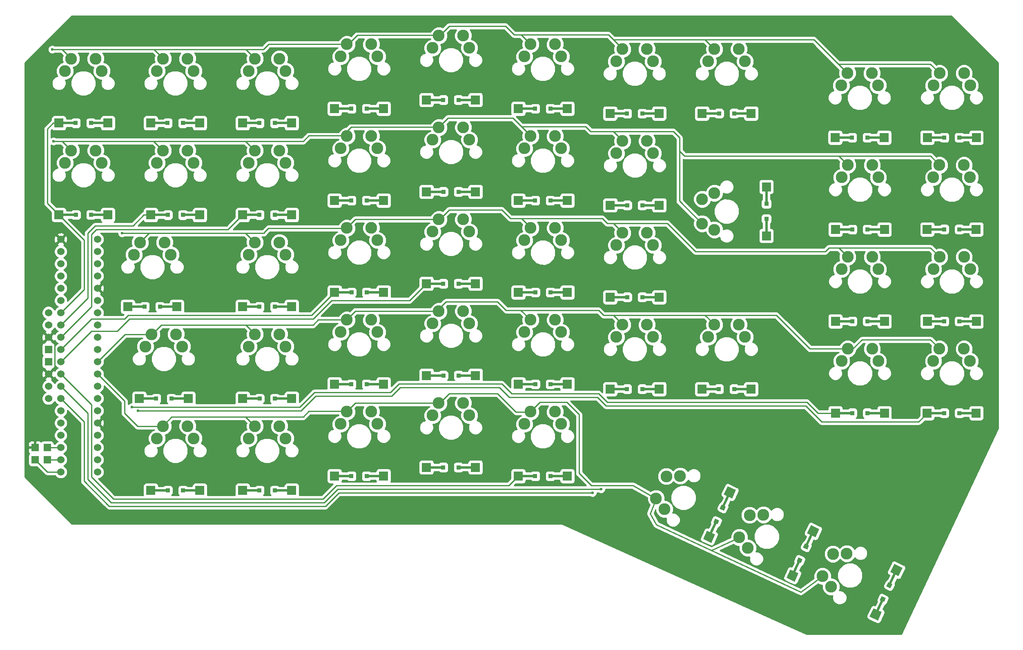
<source format=gtl>
G04 This is an RS-274x file exported by *
G04 gerbv version 2.6.0 *
G04 More information is available about gerbv at *
G04 http://gerbv.gpleda.org/ *
G04 --End of header info--*
%MOIN*%
%FSLAX34Y34*%
%IPPOS*%
G04 --Define apertures--*
%ADD10C,0.0039*%
%ADD11C,0.0200*%
%ADD12R,0.0354X0.0374*%
%ADD13R,0.0748X0.0748*%
%ADD14C,0.0960*%
%ADD15C,0.0600*%
%ADD16R,0.0600X0.0600*%
%ADD17R,0.0374X0.0354*%
%ADD18C,0.0236*%
%ADD19C,0.0098*%
%ADD20C,0.0100*%
G04 --Start main section--*
G54D11*
G01X0032047Y-040510D02*
G01X0030797Y-040510D01*
G01X0028047Y-040510D02*
G01X0029297Y-040510D01*
G01X0017043Y-018010D02*
G01X0015793Y-018010D01*
G01X0013043Y-018010D02*
G01X0014293Y-018010D01*
G01X0081409Y-054502D02*
G01X0080881Y-055635D01*
G01X0079718Y-058127D02*
G01X0080247Y-056994D01*
G01X0087923Y-041689D02*
G01X0086673Y-041689D01*
G01X0083923Y-041689D02*
G01X0085173Y-041689D01*
G01X0087925Y-034195D02*
G01X0086675Y-034195D01*
G01X0083925Y-034195D02*
G01X0085175Y-034195D01*
G01X0087923Y-026689D02*
G01X0086673Y-026689D01*
G01X0083923Y-026689D02*
G01X0085173Y-026689D01*
G01X0087925Y-019195D02*
G01X0086675Y-019195D01*
G01X0083925Y-019195D02*
G01X0085175Y-019195D01*
G01X0074614Y-051333D02*
G01X0074085Y-052465D01*
G01X0072923Y-054958D02*
G01X0073451Y-053825D01*
G01X0080426Y-041692D02*
G01X0079176Y-041692D01*
G01X0076426Y-041692D02*
G01X0077676Y-041692D01*
G01X0080425Y-034195D02*
G01X0079175Y-034195D01*
G01X0076425Y-034195D02*
G01X0077675Y-034195D01*
G01X0080425Y-026695D02*
G01X0079175Y-026695D01*
G01X0076425Y-026695D02*
G01X0077675Y-026695D01*
G01X0080406Y-019195D02*
G01X0079156Y-019195D01*
G01X0076406Y-019195D02*
G01X0077656Y-019195D01*
G01X0069543Y-039722D02*
G01X0068293Y-039722D01*
G01X0065543Y-039722D02*
G01X0066793Y-039722D01*
G01X0070795Y-023221D02*
G01X0070795Y-024471D01*
G01X0070795Y-027221D02*
G01X0070795Y-025971D01*
G01X0069547Y-017222D02*
G01X0068297Y-017222D01*
G01X0065547Y-017222D02*
G01X0066797Y-017222D01*
G01X0062043Y-039722D02*
G01X0060793Y-039722D01*
G01X0058043Y-039722D02*
G01X0059293Y-039722D01*
G01X0062046Y-032222D02*
G01X0060796Y-032222D01*
G01X0058046Y-032222D02*
G01X0059296Y-032222D01*
G01X0062048Y-024721D02*
G01X0060798Y-024721D01*
G01X0058048Y-024721D02*
G01X0059298Y-024721D01*
G01X0062039Y-017226D02*
G01X0060789Y-017226D01*
G01X0058039Y-017226D02*
G01X0059289Y-017226D01*
G01X0054543Y-046829D02*
G01X0053293Y-046829D01*
G01X0050543Y-046829D02*
G01X0051793Y-046829D01*
G01X0054547Y-039329D02*
G01X0053297Y-039329D01*
G01X0050547Y-039329D02*
G01X0051797Y-039329D01*
G01X0054547Y-031830D02*
G01X0053297Y-031830D01*
G01X0050547Y-031830D02*
G01X0051797Y-031830D01*
G01X0054543Y-024329D02*
G01X0053293Y-024329D01*
G01X0050543Y-024329D02*
G01X0051793Y-024329D01*
G01X0054543Y-016829D02*
G01X0053293Y-016829D01*
G01X0050543Y-016829D02*
G01X0051793Y-016829D01*
G01X0047043Y-046120D02*
G01X0045793Y-046120D01*
G01X0043043Y-046120D02*
G01X0044293Y-046120D01*
G01X0047047Y-038620D02*
G01X0045797Y-038620D01*
G01X0043047Y-038620D02*
G01X0044297Y-038620D01*
G01X0047043Y-031120D02*
G01X0045793Y-031120D01*
G01X0043043Y-031120D02*
G01X0044293Y-031120D01*
G01X0047047Y-023620D02*
G01X0045797Y-023620D01*
G01X0043047Y-023620D02*
G01X0044297Y-023620D01*
G01X0047043Y-016120D02*
G01X0045793Y-016120D01*
G01X0043043Y-016120D02*
G01X0044293Y-016120D01*
G01X0039543Y-046829D02*
G01X0038293Y-046829D01*
G01X0035543Y-046829D02*
G01X0036793Y-046829D01*
G01X0039543Y-039329D02*
G01X0038293Y-039329D01*
G01X0035543Y-039329D02*
G01X0036793Y-039329D01*
G01X0039547Y-031829D02*
G01X0038297Y-031829D01*
G01X0035547Y-031829D02*
G01X0036797Y-031829D01*
G01X0039543Y-024329D02*
G01X0038293Y-024329D01*
G01X0035543Y-024329D02*
G01X0036793Y-024329D01*
G01X0039543Y-016829D02*
G01X0038293Y-016829D01*
G01X0035543Y-016829D02*
G01X0036793Y-016829D01*
G01X0032043Y-048010D02*
G01X0030793Y-048010D01*
G01X0028043Y-048010D02*
G01X0029293Y-048010D01*
G01X0032043Y-033006D02*
G01X0030793Y-033006D01*
G01X0028043Y-033006D02*
G01X0029293Y-033006D01*
G01X0032043Y-025510D02*
G01X0030793Y-025510D01*
G01X0028043Y-025510D02*
G01X0029293Y-025510D01*
G01X0032043Y-018010D02*
G01X0030793Y-018010D01*
G01X0028043Y-018010D02*
G01X0029293Y-018010D01*
G01X0024551Y-048010D02*
G01X0023301Y-048010D01*
G01X0020551Y-048010D02*
G01X0021801Y-048010D01*
G01X0023606Y-040510D02*
G01X0022356Y-040510D01*
G01X0019606Y-040510D02*
G01X0020856Y-040510D01*
G01X0022673Y-033006D02*
G01X0021423Y-033006D01*
G01X0018673Y-033006D02*
G01X0019923Y-033006D01*
G01X0024547Y-025510D02*
G01X0023297Y-025510D01*
G01X0020547Y-025510D02*
G01X0021797Y-025510D01*
G01X0024543Y-018010D02*
G01X0023293Y-018010D01*
G01X0020543Y-018010D02*
G01X0021793Y-018010D01*
G01X0017047Y-025506D02*
G01X0015797Y-025506D01*
G01X0013047Y-025506D02*
G01X0014297Y-025506D01*
G01X0067814Y-048163D02*
G01X0067286Y-049296D01*
G01X0066124Y-051788D02*
G01X0066652Y-050656D01*
G54D12*
G01X0030667Y-040510D03*
G01X0029427Y-040510D03*
G54D13*
G01X0032047Y-040510D03*
G54D14*
G01X0028547Y-036260D03*
G01X0031047Y-035260D03*
G01X0029047Y-035260D03*
G01X0031547Y-036260D03*
G54D13*
G01X0028047Y-040510D03*
G54D15*
G01X0016200Y-033500D03*
G01X0016200Y-034500D03*
G01X0016200Y-035500D03*
G01X0016200Y-036500D03*
G01X0016200Y-040500D03*
G01X0016200Y-039500D03*
G01X0016200Y-038500D03*
G01X0016200Y-037500D03*
G01X0016200Y-032500D03*
G01X0016200Y-031500D03*
G01X0016200Y-030500D03*
G01X0016200Y-029500D03*
G01X0016200Y-028500D03*
G01X0016200Y-027500D03*
G01X0013200Y-027500D03*
G01X0013200Y-028500D03*
G01X0013200Y-029500D03*
G01X0013200Y-030500D03*
G01X0013200Y-031500D03*
G01X0013200Y-032500D03*
G01X0013200Y-033500D03*
G01X0013200Y-034500D03*
G01X0013200Y-035500D03*
G01X0013200Y-036500D03*
G01X0013200Y-037500D03*
G01X0013200Y-038500D03*
G01X0013200Y-039500D03*
G01X0013200Y-040500D03*
G01X0012200Y-038500D03*
G54D16*
G01X0012200Y-037500D03*
G54D15*
G01X0012200Y-039500D03*
G01X0012200Y-040500D03*
G01X0012200Y-035500D03*
G54D16*
G01X0012200Y-036500D03*
G54D15*
G01X0012200Y-034500D03*
G01X0012200Y-033500D03*
G54D12*
G01X0015663Y-018010D03*
G01X0014423Y-018010D03*
G54D13*
G01X0017043Y-018010D03*
G54D14*
G01X0013543Y-013760D03*
G01X0016043Y-012760D03*
G01X0014043Y-012760D03*
G01X0016543Y-013760D03*
G54D13*
G01X0013043Y-018010D03*
G54D10*
G36*
G01X0080920Y-055992D02*
G01X0080581Y-055834D01*
G01X0080731Y-055513D01*
G01X0081070Y-055671D01*
G01X0080920Y-055992D01*
G01X0080920Y-055992D01*
G37*
G36*
G01X0080396Y-057116D02*
G01X0080057Y-056958D01*
G01X0080207Y-056637D01*
G01X0080546Y-056795D01*
G01X0080396Y-057116D01*
G01X0080396Y-057116D01*
G37*
G36*
G01X0081590Y-054999D02*
G01X0080912Y-054683D01*
G01X0081228Y-054005D01*
G01X0081906Y-054321D01*
G01X0081590Y-054999D01*
G01X0081590Y-054999D01*
G37*
G54D14*
G01X0076078Y-055878D03*
G01X0076228Y-053189D03*
G01X0075383Y-055002D03*
G01X0077346Y-053159D03*
G54D10*
G36*
G01X0079899Y-058624D02*
G01X0079221Y-058308D01*
G01X0079537Y-057630D01*
G01X0080215Y-057946D01*
G01X0079899Y-058624D01*
G01X0079899Y-058624D01*
G37*
G54D12*
G01X0086543Y-041689D03*
G01X0085303Y-041689D03*
G54D13*
G01X0087923Y-041689D03*
G54D14*
G01X0084423Y-037439D03*
G01X0086923Y-036439D03*
G01X0084923Y-036439D03*
G01X0087423Y-037439D03*
G54D13*
G01X0083923Y-041689D03*
G54D12*
G01X0086545Y-034195D03*
G01X0085305Y-034195D03*
G54D13*
G01X0087925Y-034195D03*
G54D14*
G01X0084425Y-029945D03*
G01X0086925Y-028945D03*
G01X0084925Y-028945D03*
G01X0087425Y-029945D03*
G54D13*
G01X0083925Y-034195D03*
G54D12*
G01X0086543Y-026689D03*
G01X0085303Y-026689D03*
G54D13*
G01X0087923Y-026689D03*
G54D14*
G01X0084423Y-022439D03*
G01X0086923Y-021439D03*
G01X0084923Y-021439D03*
G01X0087423Y-022439D03*
G54D13*
G01X0083923Y-026689D03*
G54D12*
G01X0086545Y-019195D03*
G01X0085305Y-019195D03*
G54D13*
G01X0087925Y-019195D03*
G54D14*
G01X0084425Y-014945D03*
G01X0086925Y-013945D03*
G01X0084925Y-013945D03*
G01X0087425Y-014945D03*
G54D13*
G01X0083925Y-019195D03*
G54D10*
G36*
G01X0074125Y-052823D02*
G01X0073786Y-052665D01*
G01X0073936Y-052344D01*
G01X0074275Y-052502D01*
G01X0074125Y-052823D01*
G01X0074125Y-052823D01*
G37*
G36*
G01X0073601Y-053947D02*
G01X0073262Y-053789D01*
G01X0073412Y-053468D01*
G01X0073751Y-053626D01*
G01X0073601Y-053947D01*
G01X0073601Y-053947D01*
G37*
G36*
G01X0074794Y-051830D02*
G01X0074117Y-051513D01*
G01X0074433Y-050836D01*
G01X0075111Y-051152D01*
G01X0074794Y-051830D01*
G01X0074794Y-051830D01*
G37*
G54D14*
G01X0069283Y-052708D03*
G01X0069433Y-050020D03*
G01X0068588Y-051833D03*
G01X0070550Y-049990D03*
G54D10*
G36*
G01X0073104Y-055455D02*
G01X0072426Y-055139D01*
G01X0072742Y-054461D01*
G01X0073420Y-054777D01*
G01X0073104Y-055455D01*
G01X0073104Y-055455D01*
G37*
G54D12*
G01X0079046Y-041692D03*
G01X0077806Y-041692D03*
G54D13*
G01X0080426Y-041692D03*
G54D14*
G01X0076926Y-037442D03*
G01X0079426Y-036442D03*
G01X0077426Y-036442D03*
G01X0079926Y-037442D03*
G54D13*
G01X0076426Y-041692D03*
G54D12*
G01X0079045Y-034195D03*
G01X0077805Y-034195D03*
G54D13*
G01X0080425Y-034195D03*
G54D14*
G01X0076925Y-029945D03*
G01X0079425Y-028945D03*
G01X0077425Y-028945D03*
G01X0079925Y-029945D03*
G54D13*
G01X0076425Y-034195D03*
G54D12*
G01X0079045Y-026695D03*
G01X0077805Y-026695D03*
G54D13*
G01X0080425Y-026695D03*
G54D14*
G01X0076925Y-022445D03*
G01X0079425Y-021445D03*
G01X0077425Y-021445D03*
G01X0079925Y-022445D03*
G54D13*
G01X0076425Y-026695D03*
G54D12*
G01X0079026Y-019195D03*
G01X0077785Y-019195D03*
G54D13*
G01X0080406Y-019195D03*
G54D14*
G01X0076906Y-014945D03*
G01X0079406Y-013945D03*
G01X0077406Y-013945D03*
G01X0079906Y-014945D03*
G54D13*
G01X0076406Y-019195D03*
G54D12*
G01X0068163Y-039722D03*
G01X0066923Y-039722D03*
G54D13*
G01X0069543Y-039722D03*
G54D14*
G01X0066043Y-035472D03*
G01X0068543Y-034472D03*
G01X0066543Y-034472D03*
G01X0069043Y-035472D03*
G54D13*
G01X0065543Y-039722D03*
G54D17*
G01X0070795Y-024601D03*
G01X0070795Y-025841D03*
G54D13*
G01X0070795Y-023221D03*
G54D14*
G01X0066545Y-026721D03*
G01X0065545Y-024221D03*
G01X0065545Y-026221D03*
G01X0066545Y-023721D03*
G54D13*
G01X0070795Y-027221D03*
G54D12*
G01X0068167Y-017222D03*
G01X0066927Y-017222D03*
G54D13*
G01X0069547Y-017222D03*
G54D14*
G01X0066047Y-012972D03*
G01X0068547Y-011972D03*
G01X0066547Y-011972D03*
G01X0069047Y-012972D03*
G54D13*
G01X0065547Y-017222D03*
G54D12*
G01X0060663Y-039722D03*
G01X0059423Y-039722D03*
G54D13*
G01X0062043Y-039722D03*
G54D14*
G01X0058543Y-035472D03*
G01X0061043Y-034472D03*
G01X0059043Y-034472D03*
G01X0061543Y-035472D03*
G54D13*
G01X0058043Y-039722D03*
G54D12*
G01X0060666Y-032222D03*
G01X0059426Y-032222D03*
G54D13*
G01X0062046Y-032222D03*
G54D14*
G01X0058546Y-027972D03*
G01X0061046Y-026972D03*
G01X0059046Y-026972D03*
G01X0061546Y-027972D03*
G54D13*
G01X0058046Y-032222D03*
G54D12*
G01X0060668Y-024721D03*
G01X0059428Y-024721D03*
G54D13*
G01X0062048Y-024721D03*
G54D14*
G01X0058548Y-020471D03*
G01X0061048Y-019471D03*
G01X0059048Y-019471D03*
G01X0061548Y-020471D03*
G54D13*
G01X0058048Y-024721D03*
G54D12*
G01X0060659Y-017226D03*
G01X0059419Y-017226D03*
G54D13*
G01X0062039Y-017226D03*
G54D14*
G01X0058539Y-012976D03*
G01X0061039Y-011976D03*
G01X0059039Y-011976D03*
G01X0061539Y-012976D03*
G54D13*
G01X0058039Y-017226D03*
G54D12*
G01X0053163Y-046829D03*
G01X0051923Y-046829D03*
G54D13*
G01X0054543Y-046829D03*
G54D14*
G01X0051043Y-042579D03*
G01X0053543Y-041579D03*
G01X0051543Y-041579D03*
G01X0054043Y-042579D03*
G54D13*
G01X0050543Y-046829D03*
G54D12*
G01X0053167Y-039329D03*
G01X0051927Y-039329D03*
G54D13*
G01X0054547Y-039329D03*
G54D14*
G01X0051047Y-035079D03*
G01X0053547Y-034079D03*
G01X0051547Y-034079D03*
G01X0054047Y-035079D03*
G54D13*
G01X0050547Y-039329D03*
G54D12*
G01X0053167Y-031830D03*
G01X0051927Y-031830D03*
G54D13*
G01X0054547Y-031830D03*
G54D14*
G01X0051047Y-027580D03*
G01X0053547Y-026580D03*
G01X0051547Y-026580D03*
G01X0054047Y-027580D03*
G54D13*
G01X0050547Y-031830D03*
G54D12*
G01X0053163Y-024329D03*
G01X0051923Y-024329D03*
G54D13*
G01X0054543Y-024329D03*
G54D14*
G01X0051043Y-020079D03*
G01X0053543Y-019079D03*
G01X0051543Y-019079D03*
G01X0054043Y-020079D03*
G54D13*
G01X0050543Y-024329D03*
G54D12*
G01X0053163Y-016829D03*
G01X0051923Y-016829D03*
G54D13*
G01X0054543Y-016829D03*
G54D14*
G01X0051043Y-012579D03*
G01X0053543Y-011579D03*
G01X0051543Y-011579D03*
G01X0054043Y-012579D03*
G54D13*
G01X0050543Y-016829D03*
G54D12*
G01X0045663Y-046120D03*
G01X0044423Y-046120D03*
G54D13*
G01X0047043Y-046120D03*
G54D14*
G01X0043543Y-041870D03*
G01X0046043Y-040870D03*
G01X0044043Y-040870D03*
G01X0046543Y-041870D03*
G54D13*
G01X0043043Y-046120D03*
G54D12*
G01X0045667Y-038620D03*
G01X0044427Y-038620D03*
G54D13*
G01X0047047Y-038620D03*
G54D14*
G01X0043547Y-034370D03*
G01X0046047Y-033370D03*
G01X0044047Y-033370D03*
G01X0046547Y-034370D03*
G54D13*
G01X0043047Y-038620D03*
G54D12*
G01X0045663Y-031120D03*
G01X0044423Y-031120D03*
G54D13*
G01X0047043Y-031120D03*
G54D14*
G01X0043543Y-026870D03*
G01X0046043Y-025870D03*
G01X0044043Y-025870D03*
G01X0046543Y-026870D03*
G54D13*
G01X0043043Y-031120D03*
G54D12*
G01X0045667Y-023620D03*
G01X0044427Y-023620D03*
G54D13*
G01X0047047Y-023620D03*
G54D14*
G01X0043547Y-019370D03*
G01X0046047Y-018370D03*
G01X0044047Y-018370D03*
G01X0046547Y-019370D03*
G54D13*
G01X0043047Y-023620D03*
G54D12*
G01X0045663Y-016120D03*
G01X0044423Y-016120D03*
G54D13*
G01X0047043Y-016120D03*
G54D14*
G01X0043543Y-011870D03*
G01X0046043Y-010870D03*
G01X0044043Y-010870D03*
G01X0046543Y-011870D03*
G54D13*
G01X0043043Y-016120D03*
G54D12*
G01X0038163Y-046829D03*
G01X0036923Y-046829D03*
G54D13*
G01X0039543Y-046829D03*
G54D14*
G01X0036043Y-042579D03*
G01X0038543Y-041579D03*
G01X0036543Y-041579D03*
G01X0039043Y-042579D03*
G54D13*
G01X0035543Y-046829D03*
G54D12*
G01X0038163Y-039329D03*
G01X0036923Y-039329D03*
G54D13*
G01X0039543Y-039329D03*
G54D14*
G01X0036043Y-035079D03*
G01X0038543Y-034079D03*
G01X0036543Y-034079D03*
G01X0039043Y-035079D03*
G54D13*
G01X0035543Y-039329D03*
G54D12*
G01X0038167Y-031829D03*
G01X0036927Y-031829D03*
G54D13*
G01X0039547Y-031829D03*
G54D14*
G01X0036047Y-027579D03*
G01X0038547Y-026579D03*
G01X0036547Y-026579D03*
G01X0039047Y-027579D03*
G54D13*
G01X0035547Y-031829D03*
G54D12*
G01X0038163Y-024329D03*
G01X0036923Y-024329D03*
G54D13*
G01X0039543Y-024329D03*
G54D14*
G01X0036043Y-020079D03*
G01X0038543Y-019079D03*
G01X0036543Y-019079D03*
G01X0039043Y-020079D03*
G54D13*
G01X0035543Y-024329D03*
G54D12*
G01X0038163Y-016829D03*
G01X0036923Y-016829D03*
G54D13*
G01X0039543Y-016829D03*
G54D14*
G01X0036043Y-012579D03*
G01X0038543Y-011579D03*
G01X0036543Y-011579D03*
G01X0039043Y-012579D03*
G54D13*
G01X0035543Y-016829D03*
G54D12*
G01X0030663Y-048010D03*
G01X0029423Y-048010D03*
G54D13*
G01X0032043Y-048010D03*
G54D14*
G01X0028543Y-043760D03*
G01X0031043Y-042760D03*
G01X0029043Y-042760D03*
G01X0031543Y-043760D03*
G54D13*
G01X0028043Y-048010D03*
G54D12*
G01X0030663Y-033006D03*
G01X0029423Y-033006D03*
G54D13*
G01X0032043Y-033006D03*
G54D14*
G01X0028543Y-028756D03*
G01X0031043Y-027756D03*
G01X0029043Y-027756D03*
G01X0031543Y-028756D03*
G54D13*
G01X0028043Y-033006D03*
G54D12*
G01X0030663Y-025510D03*
G01X0029423Y-025510D03*
G54D13*
G01X0032043Y-025510D03*
G54D14*
G01X0028543Y-021260D03*
G01X0031043Y-020260D03*
G01X0029043Y-020260D03*
G01X0031543Y-021260D03*
G54D13*
G01X0028043Y-025510D03*
G54D12*
G01X0030663Y-018010D03*
G01X0029423Y-018010D03*
G54D13*
G01X0032043Y-018010D03*
G54D14*
G01X0028543Y-013760D03*
G01X0031043Y-012760D03*
G01X0029043Y-012760D03*
G01X0031543Y-013760D03*
G54D13*
G01X0028043Y-018010D03*
G54D12*
G01X0023171Y-048010D03*
G01X0021931Y-048010D03*
G54D13*
G01X0024551Y-048010D03*
G54D14*
G01X0021051Y-043760D03*
G01X0023551Y-042760D03*
G01X0021551Y-042760D03*
G01X0024051Y-043760D03*
G54D13*
G01X0020551Y-048010D03*
G54D12*
G01X0022226Y-040510D03*
G01X0020986Y-040510D03*
G54D13*
G01X0023606Y-040510D03*
G54D14*
G01X0020106Y-036260D03*
G01X0022606Y-035260D03*
G01X0020606Y-035260D03*
G01X0023106Y-036260D03*
G54D13*
G01X0019606Y-040510D03*
G54D12*
G01X0021293Y-033006D03*
G01X0020053Y-033006D03*
G54D13*
G01X0022673Y-033006D03*
G54D14*
G01X0019173Y-028756D03*
G01X0021673Y-027756D03*
G01X0019673Y-027756D03*
G01X0022173Y-028756D03*
G54D13*
G01X0018673Y-033006D03*
G54D12*
G01X0023167Y-025510D03*
G01X0021927Y-025510D03*
G54D13*
G01X0024547Y-025510D03*
G54D14*
G01X0021047Y-021260D03*
G01X0023547Y-020260D03*
G01X0021547Y-020260D03*
G01X0024047Y-021260D03*
G54D13*
G01X0020547Y-025510D03*
G54D12*
G01X0023163Y-018010D03*
G01X0021923Y-018010D03*
G54D13*
G01X0024543Y-018010D03*
G54D14*
G01X0021043Y-013760D03*
G01X0023543Y-012760D03*
G01X0021543Y-012760D03*
G01X0024043Y-013760D03*
G54D13*
G01X0020543Y-018010D03*
G54D12*
G01X0015667Y-025506D03*
G01X0014427Y-025506D03*
G54D13*
G01X0017047Y-025506D03*
G54D14*
G01X0013547Y-021256D03*
G01X0016047Y-020256D03*
G01X0014047Y-020256D03*
G01X0016547Y-021256D03*
G54D13*
G01X0013047Y-025506D03*
G54D15*
G01X0016200Y-040500D03*
G01X0016200Y-039500D03*
G01X0016200Y-038500D03*
G01X0016200Y-037500D03*
G01X0016200Y-033500D03*
G01X0016200Y-034500D03*
G01X0016200Y-035500D03*
G01X0016200Y-036500D03*
G01X0016200Y-041500D03*
G01X0016200Y-042500D03*
G01X0016200Y-043500D03*
G01X0016200Y-044500D03*
G01X0016200Y-045500D03*
G01X0016200Y-046500D03*
G01X0013200Y-046500D03*
G01X0013200Y-045500D03*
G01X0013200Y-044500D03*
G01X0013200Y-043500D03*
G01X0013200Y-042500D03*
G01X0013200Y-041500D03*
G01X0013200Y-040500D03*
G01X0013200Y-039500D03*
G01X0013200Y-038500D03*
G01X0013200Y-037500D03*
G01X0013200Y-036500D03*
G01X0013200Y-035500D03*
G01X0013200Y-034500D03*
G01X0013200Y-033500D03*
G54D10*
G36*
G01X0067326Y-049653D02*
G01X0066987Y-049495D01*
G01X0067137Y-049174D01*
G01X0067476Y-049332D01*
G01X0067326Y-049653D01*
G01X0067326Y-049653D01*
G37*
G36*
G01X0066802Y-050777D02*
G01X0066463Y-050619D01*
G01X0066612Y-050298D01*
G01X0066951Y-050456D01*
G01X0066802Y-050777D01*
G01X0066802Y-050777D01*
G37*
G36*
G01X0067995Y-048660D02*
G01X0067317Y-048344D01*
G01X0067633Y-047666D01*
G01X0068311Y-047982D01*
G01X0067995Y-048660D01*
G01X0067995Y-048660D01*
G37*
G54D14*
G01X0062483Y-049539D03*
G01X0062634Y-046851D03*
G01X0061788Y-048663D03*
G01X0063751Y-046820D03*
G54D10*
G36*
G01X0066305Y-052286D02*
G01X0065627Y-051969D01*
G01X0065943Y-051291D01*
G01X0066621Y-051608D01*
G01X0066305Y-052286D01*
G01X0066305Y-052286D01*
G37*
G54D16*
G01X0012100Y-045500D03*
G01X0012100Y-044500D03*
G01X0011100Y-045500D03*
G01X0011100Y-044500D03*
G54D18*
G01X0057300Y-047900D03*
G01X0056600Y-048200D03*
G01X0019000Y-041200D03*
G01X0019500Y-041500D03*
G01X0012500Y-012000D03*
G01X0012600Y-019500D03*
G01X0018200Y-027000D03*
G54D19*
G01X0013043Y-018010D02*
G01X0012590Y-018010D01*
G01X0012100Y-024559D02*
G01X0013047Y-025506D01*
G01X0012100Y-018500D02*
G01X0012100Y-024559D01*
G01X0012590Y-018010D02*
G01X0012100Y-018500D01*
G01X0013200Y-033500D02*
G01X0015100Y-031600D01*
G01X0015100Y-027574D02*
G01X0013039Y-025514D01*
G01X0015100Y-031600D02*
G01X0015100Y-027574D01*
G01X0013200Y-034500D02*
G01X0015400Y-032300D01*
G01X0019990Y-025510D02*
G01X0020547Y-025510D01*
G01X0019100Y-026400D02*
G01X0019990Y-025510D01*
G01X0016000Y-026400D02*
G01X0019100Y-026400D01*
G01X0015400Y-027000D02*
G01X0016000Y-026400D01*
G01X0015400Y-032300D02*
G01X0015400Y-027000D01*
G01X0013200Y-035500D02*
G01X0015700Y-033000D01*
G01X0026853Y-026700D02*
G01X0028039Y-025514D01*
G01X0019700Y-026700D02*
G01X0026853Y-026700D01*
G01X0019700Y-026700D02*
G01X0019700Y-026700D01*
G01X0016100Y-026700D02*
G01X0019700Y-026700D01*
G01X0015700Y-027100D02*
G01X0016100Y-026700D01*
G01X0015700Y-033000D02*
G01X0015700Y-027100D01*
G01X0013200Y-036500D02*
G01X0015700Y-034000D01*
G01X0033672Y-033700D02*
G01X0035539Y-031833D01*
G01X0018700Y-033700D02*
G01X0033672Y-033700D01*
G01X0018400Y-034000D02*
G01X0018700Y-033700D01*
G01X0015700Y-034000D02*
G01X0018400Y-034000D01*
G01X0013200Y-037500D02*
G01X0015700Y-035000D01*
G01X0041663Y-032500D02*
G01X0043039Y-031124D01*
G01X0041200Y-032500D02*
G01X0041663Y-032500D01*
G01X0041200Y-032500D02*
G01X0041200Y-032500D01*
G01X0035300Y-032500D02*
G01X0041200Y-032500D01*
G01X0033800Y-034000D02*
G01X0035300Y-032500D01*
G01X0018800Y-034000D02*
G01X0033800Y-034000D01*
G01X0017800Y-035000D02*
G01X0018800Y-034000D01*
G01X0015700Y-035000D02*
G01X0017800Y-035000D01*
G01X0049772Y-047600D02*
G01X0050539Y-046833D01*
G01X0035700Y-047600D02*
G01X0049772Y-047600D01*
G01X0034600Y-048700D02*
G01X0035700Y-047600D01*
G01X0017500Y-048700D02*
G01X0034600Y-048700D01*
G01X0015700Y-046900D02*
G01X0017500Y-048700D01*
G01X0015700Y-041000D02*
G01X0015700Y-046900D01*
G01X0013200Y-038500D02*
G01X0015700Y-041000D01*
G01X0013200Y-038500D02*
G01X0013200Y-038500D01*
G01X0015400Y-041700D02*
G01X0015400Y-047100D01*
G01X0015400Y-047100D02*
G01X0017300Y-049000D01*
G01X0017300Y-049000D02*
G01X0034700Y-049000D01*
G01X0034700Y-049000D02*
G01X0035800Y-047900D01*
G01X0035800Y-047900D02*
G01X0057300Y-047900D01*
G01X0013200Y-039500D02*
G01X0015400Y-041700D01*
G01X0066124Y-051800D02*
G01X0066136Y-051788D01*
G01X0015100Y-042400D02*
G01X0015100Y-047250D01*
G01X0015100Y-047250D02*
G01X0017150Y-049300D01*
G01X0017150Y-049300D02*
G01X0034800Y-049300D01*
G01X0034800Y-049300D02*
G01X0035900Y-048200D01*
G01X0015100Y-042400D02*
G01X0013200Y-040500D01*
G01X0035900Y-048200D02*
G01X0056600Y-048200D01*
G01X0013200Y-040500D02*
G01X0013200Y-040500D01*
G01X0019000Y-041200D02*
G01X0019200Y-041200D01*
G01X0019200Y-041200D02*
G01X0032700Y-041200D01*
G01X0032700Y-041200D02*
G01X0033900Y-040000D01*
G01X0033900Y-040000D02*
G01X0040100Y-040000D01*
G01X0040100Y-040000D02*
G01X0040800Y-039300D01*
G01X0040800Y-039300D02*
G01X0049200Y-039300D01*
G01X0049200Y-039300D02*
G01X0050000Y-040100D01*
G01X0050000Y-040100D02*
G01X0057100Y-040100D01*
G01X0057100Y-040100D02*
G01X0057800Y-040800D01*
G01X0057800Y-040800D02*
G01X0074100Y-040800D01*
G01X0074100Y-040800D02*
G01X0074995Y-041695D01*
G01X0074995Y-041695D02*
G01X0076425Y-041695D01*
G01X0034000Y-040300D02*
G01X0040200Y-040300D01*
G01X0040200Y-040300D02*
G01X0040900Y-039600D01*
G01X0040900Y-039600D02*
G01X0049000Y-039600D01*
G01X0049000Y-039600D02*
G01X0049800Y-040400D01*
G01X0049800Y-040400D02*
G01X0057000Y-040400D01*
G01X0057000Y-040400D02*
G01X0057700Y-041100D01*
G01X0057700Y-041100D02*
G01X0074000Y-041100D01*
G01X0074000Y-041100D02*
G01X0075300Y-042400D01*
G01X0075300Y-042400D02*
G01X0083220Y-042400D01*
G01X0083220Y-042400D02*
G01X0083925Y-041695D01*
G01X0034000Y-040300D02*
G01X0034000Y-040300D01*
G01X0032800Y-041500D02*
G01X0034000Y-040300D01*
G01X0019500Y-041500D02*
G01X0032800Y-041500D01*
G01X0012200Y-035500D02*
G01X0012700Y-036000D01*
G01X0012700Y-038000D02*
G01X0012200Y-038500D01*
G01X0012700Y-036000D02*
G01X0012700Y-038000D01*
G01X0013200Y-046500D02*
G01X0012100Y-046500D01*
G01X0012100Y-046500D02*
G01X0011100Y-045500D01*
G01X0050700Y-010800D02*
G01X0050765Y-010800D01*
G01X0050765Y-010800D02*
G01X0051543Y-011579D01*
G01X0044900Y-010100D02*
G01X0049500Y-010100D01*
G01X0044126Y-010874D02*
G01X0044900Y-010100D01*
G01X0057900Y-010800D02*
G01X0058300Y-011200D01*
G01X0057863Y-010800D02*
G01X0057900Y-010800D01*
G01X0050200Y-010800D02*
G01X0050700Y-010800D01*
G01X0050700Y-010800D02*
G01X0057863Y-010800D01*
G01X0049500Y-010100D02*
G01X0050200Y-010800D01*
G01X0012500Y-012000D02*
G01X0013300Y-012000D01*
G01X0014043Y-012760D02*
G01X0014043Y-012743D01*
G01X0014043Y-012743D02*
G01X0013300Y-012000D01*
G01X0013300Y-012000D02*
G01X0013400Y-012000D01*
G01X0013400Y-012000D02*
G01X0014800Y-012000D01*
G01X0078200Y-013200D02*
G01X0076661Y-013200D01*
G01X0076700Y-013200D02*
G01X0076700Y-013239D01*
G01X0076661Y-013200D02*
G01X0076700Y-013200D01*
G01X0065763Y-011200D02*
G01X0067300Y-011200D01*
G01X0067300Y-011200D02*
G01X0074661Y-011200D01*
G01X0074661Y-011200D02*
G01X0076700Y-013239D01*
G01X0059039Y-011976D02*
G01X0059039Y-011939D01*
G01X0059039Y-011939D02*
G01X0058300Y-011200D01*
G01X0059800Y-011200D02*
G01X0065763Y-011200D01*
G01X0058300Y-011200D02*
G01X0059800Y-011200D01*
G01X0065763Y-011200D02*
G01X0066539Y-011976D01*
G01X0029043Y-012743D02*
G01X0028300Y-012000D01*
G01X0021543Y-012760D02*
G01X0021543Y-012743D01*
G01X0021543Y-012743D02*
G01X0020800Y-012000D01*
G01X0021543Y-012760D02*
G01X0021543Y-012757D01*
G01X0014800Y-012000D02*
G01X0019600Y-012000D01*
G01X0019600Y-012000D02*
G01X0020800Y-012000D01*
G01X0020800Y-012000D02*
G01X0022300Y-012000D01*
G01X0022300Y-012000D02*
G01X0028300Y-012000D01*
G01X0028300Y-012000D02*
G01X0029750Y-012000D01*
G01X0077406Y-013945D02*
G01X0077455Y-013945D01*
G01X0084180Y-013200D02*
G01X0084925Y-013945D01*
G01X0078200Y-013200D02*
G01X0084180Y-013200D01*
G01X0066539Y-011976D02*
G01X0066539Y-011961D01*
G01X0076700Y-013239D02*
G01X0077406Y-013945D01*
G01X0059039Y-011976D02*
G01X0059039Y-011961D01*
G01X0044039Y-010874D02*
G01X0044126Y-010874D01*
G01X0036539Y-011583D02*
G01X0036667Y-011583D01*
G01X0036667Y-011583D02*
G01X0037400Y-010850D01*
G01X0044015Y-010850D02*
G01X0044039Y-010874D01*
G01X0037400Y-010850D02*
G01X0044015Y-010850D01*
G01X0029750Y-012000D02*
G01X0030167Y-011583D01*
G01X0030167Y-011583D02*
G01X0036539Y-011583D01*
G01X0012600Y-019500D02*
G01X0013300Y-019500D01*
G01X0014047Y-020256D02*
G01X0014047Y-020247D01*
G01X0014047Y-020247D02*
G01X0013300Y-019500D01*
G01X0013300Y-019500D02*
G01X0014750Y-019500D01*
G01X0059048Y-019471D02*
G01X0059048Y-019448D01*
G01X0059048Y-019448D02*
G01X0058300Y-018700D01*
G01X0059550Y-018700D02*
G01X0058300Y-018700D01*
G01X0058300Y-018700D02*
G01X0056450Y-018700D01*
G01X0052200Y-018300D02*
G01X0056050Y-018300D01*
G01X0059550Y-018700D02*
G01X0063200Y-018700D01*
G01X0063700Y-020300D02*
G01X0063700Y-019200D01*
G01X0063200Y-018700D02*
G01X0063700Y-019200D01*
G01X0052200Y-018300D02*
G01X0050800Y-018300D01*
G01X0056450Y-018700D02*
G01X0056050Y-018300D01*
G01X0051543Y-019079D02*
G01X0051543Y-019043D01*
G01X0051543Y-019043D02*
G01X0050800Y-018300D01*
G01X0044047Y-018370D02*
G01X0044047Y-018353D01*
G01X0044047Y-018353D02*
G01X0044800Y-017600D01*
G01X0050100Y-017600D02*
G01X0050800Y-018300D01*
G01X0044800Y-017600D02*
G01X0050100Y-017600D01*
G01X0028200Y-019500D02*
G01X0029500Y-019500D01*
G01X0029500Y-019500D02*
G01X0033000Y-019500D01*
G01X0033000Y-019500D02*
G01X0033450Y-019050D01*
G01X0033450Y-019050D02*
G01X0036507Y-019050D01*
G01X0020787Y-019500D02*
G01X0022300Y-019500D01*
G01X0077425Y-021445D02*
G01X0077425Y-021425D01*
G01X0077425Y-021425D02*
G01X0076700Y-020700D01*
G01X0084923Y-021439D02*
G01X0084923Y-021423D01*
G01X0084923Y-021423D02*
G01X0084200Y-020700D01*
G01X0064100Y-020700D02*
G01X0063700Y-020300D01*
G01X0084200Y-020700D02*
G01X0076700Y-020700D01*
G01X0076700Y-020700D02*
G01X0064100Y-020700D01*
G01X0063700Y-020300D02*
G01X0063700Y-020700D01*
G01X0063700Y-024376D02*
G01X0065545Y-026221D01*
G01X0063700Y-020700D02*
G01X0063700Y-024376D01*
G01X0059063Y-019500D02*
G01X0059039Y-019476D01*
G01X0036539Y-019083D02*
G01X0036539Y-018711D01*
G01X0036539Y-018711D02*
G01X0036900Y-018350D01*
G01X0044015Y-018350D02*
G01X0044039Y-018374D01*
G01X0036900Y-018350D02*
G01X0044015Y-018350D01*
G01X0029039Y-020264D02*
G01X0029039Y-019961D01*
G01X0036507Y-019050D02*
G01X0036539Y-019083D01*
G01X0021547Y-020260D02*
G01X0021547Y-020203D01*
G01X0028276Y-019500D02*
G01X0029039Y-020264D01*
G01X0022300Y-019500D02*
G01X0028200Y-019500D01*
G01X0028200Y-019500D02*
G01X0028276Y-019500D01*
G01X0022250Y-019500D02*
G01X0022300Y-019500D01*
G01X0014750Y-019500D02*
G01X0018200Y-019500D01*
G01X0018200Y-019500D02*
G01X0018900Y-019500D01*
G01X0018900Y-019500D02*
G01X0020787Y-019500D01*
G01X0020787Y-019500D02*
G01X0021547Y-020260D01*
G01X0077425Y-028945D02*
G01X0077425Y-028925D01*
G01X0077425Y-028925D02*
G01X0076700Y-028200D01*
G01X0058300Y-026200D02*
G01X0062700Y-026200D01*
G01X0075900Y-028200D02*
G01X0076700Y-028200D01*
G01X0076700Y-028200D02*
G01X0078200Y-028200D01*
G01X0075600Y-028500D02*
G01X0075900Y-028200D01*
G01X0065000Y-028500D02*
G01X0075600Y-028500D01*
G01X0062700Y-026200D02*
G01X0065000Y-028500D01*
G01X0059046Y-026972D02*
G01X0059046Y-026946D01*
G01X0059046Y-026946D02*
G01X0058300Y-026200D01*
G01X0052200Y-025800D02*
G01X0057400Y-025800D01*
G01X0050800Y-025800D02*
G01X0052200Y-025800D01*
G01X0057800Y-026200D02*
G01X0058300Y-026200D01*
G01X0057400Y-025800D02*
G01X0057800Y-026200D01*
G01X0051547Y-026580D02*
G01X0051547Y-026547D01*
G01X0051547Y-026547D02*
G01X0050800Y-025800D01*
G01X0048600Y-025100D02*
G01X0049200Y-025100D01*
G01X0044900Y-025100D02*
G01X0048600Y-025100D01*
G01X0044126Y-025874D02*
G01X0044900Y-025100D01*
G01X0049900Y-025800D02*
G01X0050800Y-025800D01*
G01X0049200Y-025100D02*
G01X0049900Y-025800D01*
G01X0028276Y-027000D02*
G01X0029750Y-027000D01*
G01X0029800Y-027000D02*
G01X0029800Y-026950D01*
G01X0029750Y-027000D02*
G01X0029800Y-027000D01*
G01X0036539Y-026583D02*
G01X0036539Y-026561D01*
G01X0036539Y-026561D02*
G01X0037226Y-025874D01*
G01X0037226Y-025874D02*
G01X0044039Y-025874D01*
G01X0018200Y-027000D02*
G01X0020400Y-027000D01*
G01X0019669Y-027764D02*
G01X0019669Y-027731D01*
G01X0019669Y-027731D02*
G01X0020400Y-027000D01*
G01X0020400Y-027000D02*
G01X0028276Y-027000D01*
G01X0028276Y-027000D02*
G01X0029039Y-027764D01*
G01X0084180Y-028200D02*
G01X0084925Y-028945D01*
G01X0078200Y-028200D02*
G01X0084180Y-028200D01*
G01X0059039Y-026976D02*
G01X0059039Y-026961D01*
G01X0029039Y-027764D02*
G01X0029039Y-027711D01*
G01X0029800Y-026950D02*
G01X0030150Y-026600D01*
G01X0030150Y-026600D02*
G01X0033150Y-026600D01*
G01X0036557Y-026600D02*
G01X0036539Y-026583D01*
G01X0033150Y-026600D02*
G01X0036557Y-026600D01*
G01X0033150Y-026600D02*
G01X0033150Y-026600D01*
G01X0044039Y-025874D02*
G01X0044126Y-025874D01*
G01X0065783Y-033700D02*
G01X0067300Y-033700D01*
G01X0059043Y-034472D02*
G01X0059043Y-034443D01*
G01X0059043Y-034443D02*
G01X0058300Y-033700D01*
G01X0056550Y-033300D02*
G01X0057100Y-033300D01*
G01X0052200Y-033300D02*
G01X0056550Y-033300D01*
G01X0059800Y-033700D02*
G01X0065783Y-033700D01*
G01X0066559Y-034476D02*
G01X0065783Y-033700D01*
G01X0052200Y-033300D02*
G01X0050757Y-033300D01*
G01X0057500Y-033700D02*
G01X0058300Y-033700D01*
G01X0058300Y-033700D02*
G01X0059800Y-033700D01*
G01X0057100Y-033300D02*
G01X0057500Y-033700D01*
G01X0029047Y-035260D02*
G01X0029047Y-035247D01*
G01X0029047Y-035247D02*
G01X0028300Y-034500D01*
G01X0029800Y-034500D02*
G01X0028300Y-034500D01*
G01X0028300Y-034500D02*
G01X0024300Y-034500D01*
G01X0021400Y-034500D02*
G01X0024300Y-034500D01*
G01X0020636Y-035264D02*
G01X0021400Y-034500D01*
G01X0029800Y-034500D02*
G01X0033800Y-034500D01*
G01X0033800Y-034500D02*
G01X0034217Y-034083D01*
G01X0034217Y-034083D02*
G01X0036539Y-034083D01*
G01X0036539Y-034083D02*
G01X0036539Y-034061D01*
G01X0036539Y-034061D02*
G01X0037246Y-033354D01*
G01X0037246Y-033354D02*
G01X0044020Y-033354D01*
G01X0077425Y-036445D02*
G01X0077855Y-036445D01*
G01X0077855Y-036445D02*
G01X0078600Y-035700D01*
G01X0084180Y-035700D02*
G01X0084925Y-036445D01*
G01X0078600Y-035700D02*
G01X0084180Y-035700D01*
G01X0066543Y-034472D02*
G01X0066543Y-034457D01*
G01X0067300Y-033700D02*
G01X0071600Y-033700D01*
G01X0074345Y-036445D02*
G01X0077425Y-036445D01*
G01X0071600Y-033700D02*
G01X0074345Y-036445D01*
G01X0020594Y-035264D02*
G01X0020636Y-035264D01*
G01X0016200Y-037500D02*
G01X0016200Y-037500D01*
G01X0018436Y-035264D02*
G01X0020594Y-035264D01*
G01X0016200Y-037500D02*
G01X0018436Y-035264D01*
G01X0051539Y-034083D02*
G01X0051539Y-033961D01*
G01X0044020Y-033354D02*
G01X0044020Y-033230D01*
G01X0044020Y-033230D02*
G01X0044650Y-032600D01*
G01X0050757Y-033300D02*
G01X0051539Y-034083D01*
G01X0049550Y-033300D02*
G01X0050757Y-033300D01*
G01X0048850Y-032600D02*
G01X0049550Y-033300D01*
G01X0044650Y-032600D02*
G01X0048850Y-032600D01*
G01X0028276Y-042000D02*
G01X0029750Y-042000D01*
G01X0029750Y-042000D02*
G01X0029700Y-042000D01*
G01X0061788Y-048663D02*
G01X0059900Y-047600D01*
G01X0052300Y-040800D02*
G01X0051543Y-041557D01*
G01X0052300Y-040800D02*
G01X0054500Y-040800D01*
G01X0054500Y-040800D02*
G01X0055500Y-041800D01*
G01X0055500Y-041800D02*
G01X0055500Y-046600D01*
G01X0055500Y-046600D02*
G01X0056500Y-047600D01*
G01X0059900Y-047600D02*
G01X0056500Y-047600D01*
G01X0051543Y-041579D02*
G01X0051543Y-041557D01*
G01X0066300Y-052900D02*
G01X0073600Y-056300D01*
G01X0073600Y-056300D02*
G01X0075383Y-055002D01*
G01X0061800Y-048663D02*
G01X0061300Y-049900D01*
G01X0066300Y-052900D02*
G01X0068592Y-051833D01*
G01X0061800Y-050800D02*
G01X0066300Y-052900D01*
G01X0061300Y-049900D02*
G01X0061800Y-050800D01*
G01X0036539Y-041583D02*
G01X0036539Y-041561D01*
G01X0036539Y-041561D02*
G01X0037226Y-040874D01*
G01X0037226Y-040874D02*
G01X0044039Y-040874D01*
G01X0051539Y-041583D02*
G01X0051539Y-041561D01*
G01X0016200Y-038500D02*
G01X0016200Y-038500D01*
G01X0019464Y-042764D02*
G01X0021559Y-042764D01*
G01X0018400Y-041700D02*
G01X0019464Y-042764D01*
G01X0018400Y-040700D02*
G01X0018400Y-041700D01*
G01X0016200Y-038500D02*
G01X0018400Y-040700D01*
G01X0016200Y-038500D02*
G01X0016300Y-038500D01*
G01X0044039Y-040874D02*
G01X0044126Y-040874D01*
G01X0044126Y-040874D02*
G01X0044900Y-040100D01*
G01X0051557Y-041600D02*
G01X0051539Y-041583D01*
G01X0050350Y-041600D02*
G01X0051557Y-041600D01*
G01X0048850Y-040100D02*
G01X0050350Y-041600D01*
G01X0044900Y-040100D02*
G01X0048850Y-040100D01*
G01X0036539Y-041583D02*
G01X0036667Y-041583D01*
G01X0029039Y-042764D02*
G01X0029039Y-042711D01*
G01X0036507Y-041550D02*
G01X0036539Y-041583D01*
G01X0033450Y-041550D02*
G01X0036507Y-041550D01*
G01X0029750Y-042000D02*
G01X0033000Y-042000D01*
G01X0033000Y-042000D02*
G01X0033450Y-041550D01*
G01X0021559Y-042764D02*
G01X0021559Y-042691D01*
G01X0021559Y-042691D02*
G01X0022250Y-042000D01*
G01X0022250Y-042000D02*
G01X0028276Y-042000D01*
G01X0028276Y-042000D02*
G01X0029039Y-042764D01*
G01X0013200Y-045500D02*
G01X0012100Y-045500D01*
G01X0013200Y-044500D02*
G01X0012100Y-044500D01*
G54D20*
G36*
G01X0089720Y-013116D02*
G01X0089720Y-042938D01*
G01X0081823Y-059720D01*
G01X0074060Y-059720D01*
G01X0070885Y-058292D01*
G01X0078967Y-058292D01*
G01X0078981Y-058392D01*
G01X0079032Y-058479D01*
G01X0079114Y-058539D01*
G01X0079792Y-058855D01*
G01X0079883Y-058878D01*
G01X0079983Y-058865D01*
G01X0080070Y-058813D01*
G01X0080130Y-058732D01*
G01X0080446Y-058054D01*
G01X0080470Y-057963D01*
G01X0080456Y-057862D01*
G01X0080405Y-057775D01*
G01X0080323Y-057715D01*
G01X0080301Y-057705D01*
G01X0080463Y-057359D01*
G01X0080480Y-057357D01*
G01X0080567Y-057305D01*
G01X0080627Y-057224D01*
G01X0080777Y-056903D01*
G01X0080800Y-056811D01*
G01X0080787Y-056711D01*
G01X0080735Y-056624D01*
G01X0080654Y-056564D01*
G01X0080315Y-056406D01*
G01X0080223Y-056382D01*
G01X0080123Y-056396D01*
G01X0080036Y-056448D01*
G01X0079976Y-056529D01*
G01X0079826Y-056850D01*
G01X0079803Y-056942D01*
G01X0079816Y-057042D01*
G01X0079829Y-057062D01*
G01X0079667Y-057409D01*
G01X0079645Y-057399D01*
G01X0079554Y-057376D01*
G01X0079454Y-057389D01*
G01X0079367Y-057441D01*
G01X0079306Y-057522D01*
G01X0078990Y-058200D01*
G01X0078967Y-058292D01*
G01X0070885Y-058292D01*
G01X0054115Y-050745D01*
G01X0054111Y-050744D01*
G01X0054107Y-050742D01*
G01X0054058Y-050732D01*
G01X0054008Y-050721D01*
G01X0054004Y-050721D01*
G01X0054000Y-050720D01*
G01X0014116Y-050720D01*
G01X0010280Y-046884D01*
G01X0010280Y-045200D01*
G01X0010545Y-045200D01*
G01X0010545Y-045800D01*
G01X0010563Y-045893D01*
G01X0010617Y-045978D01*
G01X0010701Y-046035D01*
G01X0010800Y-046055D01*
G01X0011232Y-046055D01*
G01X0011888Y-046712D01*
G01X0011985Y-046776D01*
G01X0012004Y-046780D01*
G01X0012100Y-046799D01*
G01X0012729Y-046799D01*
G01X0012733Y-046811D01*
G01X0012888Y-046966D01*
G01X0013090Y-047050D01*
G01X0013309Y-047050D01*
G01X0013511Y-046967D01*
G01X0013666Y-046812D01*
G01X0013750Y-046610D01*
G01X0013750Y-046391D01*
G01X0013667Y-046189D01*
G01X0013512Y-046034D01*
G01X0013430Y-046000D01*
G01X0013511Y-045967D01*
G01X0013666Y-045812D01*
G01X0013750Y-045610D01*
G01X0013750Y-045391D01*
G01X0013667Y-045189D01*
G01X0013512Y-045034D01*
G01X0013430Y-045000D01*
G01X0013511Y-044967D01*
G01X0013666Y-044812D01*
G01X0013750Y-044610D01*
G01X0013750Y-044391D01*
G01X0013667Y-044189D01*
G01X0013512Y-044034D01*
G01X0013430Y-044000D01*
G01X0013511Y-043967D01*
G01X0013666Y-043812D01*
G01X0013750Y-043610D01*
G01X0013750Y-043391D01*
G01X0013667Y-043189D01*
G01X0013512Y-043034D01*
G01X0013430Y-043000D01*
G01X0013511Y-042967D01*
G01X0013666Y-042812D01*
G01X0013750Y-042610D01*
G01X0013750Y-042391D01*
G01X0013667Y-042189D01*
G01X0013512Y-042034D01*
G01X0013430Y-042000D01*
G01X0013511Y-041967D01*
G01X0013666Y-041812D01*
G01X0013750Y-041610D01*
G01X0013750Y-041473D01*
G01X0014801Y-042524D01*
G01X0014801Y-047250D01*
G01X0014824Y-047365D01*
G01X0014888Y-047462D01*
G01X0016938Y-049512D01*
G01X0017035Y-049576D01*
G01X0017150Y-049599D01*
G01X0034800Y-049599D01*
G01X0034915Y-049576D01*
G01X0035012Y-049512D01*
G01X0036024Y-048499D01*
G01X0056379Y-048499D01*
G01X0056391Y-048512D01*
G01X0056526Y-048568D01*
G01X0056673Y-048568D01*
G01X0056808Y-048512D01*
G01X0056912Y-048409D01*
G01X0056968Y-048274D01*
G01X0056968Y-048199D01*
G01X0057079Y-048199D01*
G01X0057091Y-048212D01*
G01X0057226Y-048268D01*
G01X0057373Y-048268D01*
G01X0057508Y-048212D01*
G01X0057612Y-048109D01*
G01X0057668Y-047974D01*
G01X0057668Y-047899D01*
G01X0059822Y-047899D01*
G01X0061058Y-048596D01*
G01X0061058Y-048808D01*
G01X0061169Y-049076D01*
G01X0061270Y-049177D01*
G01X0061023Y-049788D01*
G01X0061020Y-049804D01*
G01X0061012Y-049818D01*
G01X0061009Y-049860D01*
G01X0061001Y-049902D01*
G01X0061004Y-049918D01*
G01X0061003Y-049934D01*
G01X0061016Y-049975D01*
G01X0061025Y-050017D01*
G01X0061034Y-050030D01*
G01X0061038Y-050045D01*
G01X0061538Y-050945D01*
G01X0061561Y-050972D01*
G01X0061579Y-051002D01*
G01X0061599Y-051016D01*
G01X0061614Y-051034D01*
G01X0061645Y-051050D01*
G01X0061673Y-051071D01*
G01X0066173Y-053171D01*
G01X0066174Y-053171D01*
G01X0066174Y-053171D01*
G01X0073474Y-056571D01*
G01X0073514Y-056581D01*
G01X0073553Y-056596D01*
G01X0073571Y-056595D01*
G01X0073587Y-056599D01*
G01X0073628Y-056593D01*
G01X0073670Y-056591D01*
G01X0073686Y-056584D01*
G01X0073702Y-056581D01*
G01X0073738Y-056559D01*
G01X0073776Y-056542D01*
G01X0075015Y-055640D01*
G01X0075237Y-055732D01*
G01X0075348Y-055732D01*
G01X0075348Y-056022D01*
G01X0075459Y-056291D01*
G01X0075664Y-056496D01*
G01X0075932Y-056608D01*
G01X0076200Y-056608D01*
G01X0076188Y-056637D01*
G01X0076188Y-056869D01*
G01X0076277Y-057085D01*
G01X0076441Y-057249D01*
G01X0076656Y-057338D01*
G01X0076889Y-057339D01*
G01X0077104Y-057250D01*
G01X0077269Y-057085D01*
G01X0077358Y-056870D01*
G01X0077358Y-056638D01*
G01X0077269Y-056423D01*
G01X0077105Y-056258D01*
G01X0076890Y-056169D01*
G01X0076748Y-056169D01*
G01X0076808Y-056024D01*
G01X0076808Y-055733D01*
G01X0076697Y-055465D01*
G01X0076492Y-055259D01*
G01X0076224Y-055148D01*
G01X0076113Y-055148D01*
G01X0076113Y-055146D01*
G01X0076581Y-055146D01*
G01X0076738Y-055528D01*
G01X0077030Y-055820D01*
G01X0077411Y-055978D01*
G01X0077824Y-055979D01*
G01X0078205Y-055821D01*
G01X0078208Y-055818D01*
G01X0080327Y-055818D01*
G01X0080341Y-055918D01*
G01X0080392Y-056005D01*
G01X0080474Y-056065D01*
G01X0080813Y-056223D01*
G01X0080904Y-056246D01*
G01X0081004Y-056233D01*
G01X0081091Y-056181D01*
G01X0081151Y-056100D01*
G01X0081301Y-055779D01*
G01X0081324Y-055687D01*
G01X0081311Y-055587D01*
G01X0081299Y-055567D01*
G01X0081460Y-055220D01*
G01X0081482Y-055230D01*
G01X0081573Y-055253D01*
G01X0081674Y-055240D01*
G01X0081761Y-055188D01*
G01X0081821Y-055107D01*
G01X0082137Y-054429D01*
G01X0082160Y-054337D01*
G01X0082147Y-054237D01*
G01X0082095Y-054150D01*
G01X0082014Y-054090D01*
G01X0081336Y-053774D01*
G01X0081244Y-053750D01*
G01X0081144Y-053764D01*
G01X0081057Y-053816D01*
G01X0080997Y-053897D01*
G01X0080681Y-054575D01*
G01X0080657Y-054666D01*
G01X0080671Y-054767D01*
G01X0080723Y-054854D01*
G01X0080804Y-054914D01*
G01X0080826Y-054924D01*
G01X0080665Y-055270D01*
G01X0080647Y-055272D01*
G01X0080560Y-055324D01*
G01X0080500Y-055405D01*
G01X0080350Y-055726D01*
G01X0080327Y-055818D01*
G01X0078208Y-055818D01*
G01X0078497Y-055529D01*
G01X0078655Y-055148D01*
G01X0078656Y-054735D01*
G01X0078498Y-054354D01*
G01X0078207Y-054062D01*
G01X0077825Y-053904D01*
G01X0077413Y-053903D01*
G01X0077031Y-054061D01*
G01X0076739Y-054353D01*
G01X0076581Y-054734D01*
G01X0076581Y-055146D01*
G01X0076113Y-055146D01*
G01X0076113Y-054857D01*
G01X0076002Y-054589D01*
G01X0075797Y-054384D01*
G01X0075529Y-054272D01*
G01X0075238Y-054272D01*
G01X0074970Y-054383D01*
G01X0074764Y-054588D01*
G01X0074653Y-054856D01*
G01X0074653Y-055147D01*
G01X0074658Y-055160D01*
G01X0073566Y-055954D01*
G01X0071780Y-055122D01*
G01X0072172Y-055122D01*
G01X0072185Y-055223D01*
G01X0072237Y-055310D01*
G01X0072318Y-055370D01*
G01X0072996Y-055686D01*
G01X0073088Y-055709D01*
G01X0073188Y-055696D01*
G01X0073275Y-055644D01*
G01X0073335Y-055563D01*
G01X0073651Y-054885D01*
G01X0073675Y-054793D01*
G01X0073661Y-054693D01*
G01X0073609Y-054606D01*
G01X0073528Y-054546D01*
G01X0073506Y-054536D01*
G01X0073667Y-054190D01*
G01X0073685Y-054187D01*
G01X0073772Y-054136D01*
G01X0073832Y-054054D01*
G01X0073982Y-053733D01*
G01X0074005Y-053642D01*
G01X0073991Y-053542D01*
G01X0073940Y-053455D01*
G01X0073858Y-053395D01*
G01X0073728Y-053334D01*
G01X0075498Y-053334D01*
G01X0075609Y-053602D01*
G01X0075814Y-053808D01*
G01X0076082Y-053919D01*
G01X0076373Y-053920D01*
G01X0076641Y-053809D01*
G01X0076802Y-053648D01*
G01X0076932Y-053777D01*
G01X0077200Y-053889D01*
G01X0077490Y-053889D01*
G01X0077759Y-053778D01*
G01X0077964Y-053573D01*
G01X0077998Y-053491D01*
G01X0078132Y-053624D01*
G01X0078346Y-053713D01*
G01X0078579Y-053713D01*
G01X0078794Y-053625D01*
G01X0078959Y-053460D01*
G01X0079048Y-053245D01*
G01X0079048Y-053012D01*
G01X0078960Y-052797D01*
G01X0078795Y-052633D01*
G01X0078580Y-052543D01*
G01X0078347Y-052543D01*
G01X0078132Y-052632D01*
G01X0077981Y-052784D01*
G01X0077965Y-052746D01*
G01X0077760Y-052540D01*
G01X0077492Y-052429D01*
G01X0077201Y-052429D01*
G01X0076933Y-052540D01*
G01X0076772Y-052701D01*
G01X0076642Y-052571D01*
G01X0076374Y-052460D01*
G01X0076084Y-052459D01*
G01X0075815Y-052570D01*
G01X0075610Y-052775D01*
G01X0075498Y-053044D01*
G01X0075498Y-053334D01*
G01X0073728Y-053334D01*
G01X0073519Y-053237D01*
G01X0073428Y-053213D01*
G01X0073328Y-053227D01*
G01X0073241Y-053278D01*
G01X0073181Y-053360D01*
G01X0073031Y-053681D01*
G01X0073008Y-053772D01*
G01X0073021Y-053873D01*
G01X0073033Y-053893D01*
G01X0072872Y-054240D01*
G01X0072850Y-054230D01*
G01X0072759Y-054206D01*
G01X0072658Y-054220D01*
G01X0072571Y-054272D01*
G01X0072511Y-054353D01*
G01X0072195Y-055031D01*
G01X0072172Y-055122D01*
G01X0071780Y-055122D01*
G01X0067009Y-052900D01*
G01X0068110Y-052387D01*
G01X0068174Y-052451D01*
G01X0068442Y-052563D01*
G01X0068553Y-052563D01*
G01X0068552Y-052853D01*
G01X0068663Y-053121D01*
G01X0068869Y-053327D01*
G01X0069137Y-053438D01*
G01X0069405Y-053439D01*
G01X0069393Y-053467D01*
G01X0069392Y-053700D01*
G01X0069481Y-053915D01*
G01X0069646Y-054080D01*
G01X0069861Y-054169D01*
G01X0070093Y-054169D01*
G01X0070309Y-054080D01*
G01X0070473Y-053916D01*
G01X0070562Y-053701D01*
G01X0070563Y-053468D01*
G01X0070474Y-053253D01*
G01X0070309Y-053089D01*
G01X0070094Y-052999D01*
G01X0069952Y-052999D01*
G01X0070012Y-052854D01*
G01X0070013Y-052564D01*
G01X0069902Y-052296D01*
G01X0069697Y-052090D01*
G01X0069428Y-051979D01*
G01X0069317Y-051979D01*
G01X0069317Y-051977D01*
G01X0069785Y-051977D01*
G01X0069943Y-052359D01*
G01X0070234Y-052651D01*
G01X0070616Y-052809D01*
G01X0071028Y-052809D01*
G01X0071410Y-052652D01*
G01X0071413Y-052648D01*
G01X0073532Y-052648D01*
G01X0073545Y-052749D01*
G01X0073597Y-052836D01*
G01X0073678Y-052896D01*
G01X0074017Y-053054D01*
G01X0074109Y-053077D01*
G01X0074209Y-053063D01*
G01X0074296Y-053012D01*
G01X0074356Y-052931D01*
G01X0074506Y-052609D01*
G01X0074529Y-052518D01*
G01X0074515Y-052418D01*
G01X0074503Y-052397D01*
G01X0074665Y-052050D01*
G01X0074687Y-052061D01*
G01X0074778Y-052084D01*
G01X0074878Y-052070D01*
G01X0074965Y-052019D01*
G01X0075025Y-051937D01*
G01X0075342Y-051259D01*
G01X0075365Y-051168D01*
G01X0075351Y-051068D01*
G01X0075300Y-050981D01*
G01X0075218Y-050921D01*
G01X0074540Y-050604D01*
G01X0074449Y-050581D01*
G01X0074349Y-050595D01*
G01X0074262Y-050646D01*
G01X0074202Y-050728D01*
G01X0073886Y-051406D01*
G01X0073862Y-051497D01*
G01X0073876Y-051597D01*
G01X0073927Y-051684D01*
G01X0074009Y-051744D01*
G01X0074031Y-051755D01*
G01X0073869Y-052101D01*
G01X0073852Y-052103D01*
G01X0073765Y-052154D01*
G01X0073705Y-052236D01*
G01X0073555Y-052557D01*
G01X0073532Y-052648D01*
G01X0071413Y-052648D01*
G01X0071702Y-052360D01*
G01X0071860Y-051979D01*
G01X0071860Y-051566D01*
G01X0071703Y-051185D01*
G01X0071411Y-050893D01*
G01X0071030Y-050734D01*
G01X0070617Y-050734D01*
G01X0070236Y-050892D01*
G01X0069944Y-051183D01*
G01X0069786Y-051564D01*
G01X0069785Y-051977D01*
G01X0069317Y-051977D01*
G01X0069318Y-051688D01*
G01X0069207Y-051420D01*
G01X0069002Y-051214D01*
G01X0068733Y-051103D01*
G01X0068443Y-051103D01*
G01X0068175Y-051213D01*
G01X0067969Y-051419D01*
G01X0067858Y-051687D01*
G01X0067858Y-051844D01*
G01X0066300Y-052570D01*
G01X0064978Y-051953D01*
G01X0065372Y-051953D01*
G01X0065386Y-052053D01*
G01X0065438Y-052140D01*
G01X0065519Y-052200D01*
G01X0066197Y-052517D01*
G01X0066288Y-052540D01*
G01X0066389Y-052526D01*
G01X0066476Y-052475D01*
G01X0066536Y-052393D01*
G01X0066852Y-051715D01*
G01X0066875Y-051624D01*
G01X0066862Y-051524D01*
G01X0066810Y-051437D01*
G01X0066729Y-051377D01*
G01X0066707Y-051366D01*
G01X0066868Y-051021D01*
G01X0066886Y-051018D01*
G01X0066973Y-050967D01*
G01X0067033Y-050885D01*
G01X0067182Y-050564D01*
G01X0067206Y-050473D01*
G01X0067192Y-050372D01*
G01X0067141Y-050285D01*
G01X0067059Y-050225D01*
G01X0066929Y-050165D01*
G01X0068703Y-050165D01*
G01X0068814Y-050433D01*
G01X0069019Y-050639D01*
G01X0069287Y-050750D01*
G01X0069577Y-050750D01*
G01X0069846Y-050639D01*
G01X0070007Y-050478D01*
G01X0070136Y-050608D01*
G01X0070405Y-050719D01*
G01X0070695Y-050720D01*
G01X0070963Y-050609D01*
G01X0071169Y-050404D01*
G01X0071203Y-050321D01*
G01X0071336Y-050455D01*
G01X0071551Y-050544D01*
G01X0071784Y-050544D01*
G01X0071999Y-050455D01*
G01X0072164Y-050291D01*
G01X0072253Y-050076D01*
G01X0072253Y-049843D01*
G01X0072164Y-049628D01*
G01X0072000Y-049463D01*
G01X0071785Y-049374D01*
G01X0071552Y-049374D01*
G01X0071337Y-049463D01*
G01X0071185Y-049614D01*
G01X0071170Y-049577D01*
G01X0070965Y-049371D01*
G01X0070696Y-049260D01*
G01X0070406Y-049259D01*
G01X0070137Y-049370D01*
G01X0069976Y-049531D01*
G01X0069847Y-049402D01*
G01X0069579Y-049290D01*
G01X0069288Y-049290D01*
G01X0069020Y-049401D01*
G01X0068814Y-049606D01*
G01X0068703Y-049874D01*
G01X0068703Y-050165D01*
G01X0066929Y-050165D01*
G01X0066720Y-050067D01*
G01X0066629Y-050044D01*
G01X0066529Y-050058D01*
G01X0066442Y-050109D01*
G01X0066381Y-050191D01*
G01X0066232Y-050512D01*
G01X0066208Y-050603D01*
G01X0066222Y-050703D01*
G01X0066234Y-050724D01*
G01X0066072Y-051071D01*
G01X0066051Y-051060D01*
G01X0065959Y-051037D01*
G01X0065859Y-051051D01*
G01X0065772Y-051102D01*
G01X0065712Y-051184D01*
G01X0065396Y-051862D01*
G01X0065372Y-051953D01*
G01X0064978Y-051953D01*
G01X0062014Y-050570D01*
G01X0061631Y-049880D01*
G01X0061753Y-049577D01*
G01X0061753Y-049684D01*
G01X0061864Y-049952D01*
G01X0062069Y-050158D01*
G01X0062338Y-050269D01*
G01X0062605Y-050269D01*
G01X0062593Y-050298D01*
G01X0062593Y-050531D01*
G01X0062682Y-050746D01*
G01X0062847Y-050911D01*
G01X0063062Y-051000D01*
G01X0063294Y-051000D01*
G01X0063509Y-050911D01*
G01X0063674Y-050747D01*
G01X0063763Y-050532D01*
G01X0063763Y-050299D01*
G01X0063675Y-050084D01*
G01X0063510Y-049919D01*
G01X0063295Y-049830D01*
G01X0063153Y-049830D01*
G01X0063213Y-049685D01*
G01X0063214Y-049395D01*
G01X0063103Y-049126D01*
G01X0062897Y-048921D01*
G01X0062629Y-048809D01*
G01X0062518Y-048809D01*
G01X0062518Y-048808D01*
G01X0062986Y-048808D01*
G01X0063144Y-049189D01*
G01X0063435Y-049481D01*
G01X0063816Y-049640D01*
G01X0064229Y-049640D01*
G01X0064610Y-049482D01*
G01X0064614Y-049479D01*
G01X0066732Y-049479D01*
G01X0066746Y-049579D01*
G01X0066798Y-049666D01*
G01X0066879Y-049726D01*
G01X0067218Y-049885D01*
G01X0067309Y-049908D01*
G01X0067410Y-049894D01*
G01X0067497Y-049843D01*
G01X0067557Y-049761D01*
G01X0067707Y-049440D01*
G01X0067730Y-049349D01*
G01X0067716Y-049248D01*
G01X0067704Y-049228D01*
G01X0067866Y-048881D01*
G01X0067888Y-048891D01*
G01X0067979Y-048915D01*
G01X0068079Y-048901D01*
G01X0068166Y-048849D01*
G01X0068226Y-048768D01*
G01X0068542Y-048090D01*
G01X0068566Y-047999D01*
G01X0068552Y-047898D01*
G01X0068501Y-047811D01*
G01X0068419Y-047751D01*
G01X0067741Y-047435D01*
G01X0067650Y-047412D01*
G01X0067550Y-047426D01*
G01X0067463Y-047477D01*
G01X0067402Y-047558D01*
G01X0067086Y-048236D01*
G01X0067063Y-048328D01*
G01X0067077Y-048428D01*
G01X0067128Y-048515D01*
G01X0067210Y-048575D01*
G01X0067231Y-048585D01*
G01X0067070Y-048931D01*
G01X0067053Y-048934D01*
G01X0066966Y-048985D01*
G01X0066906Y-049067D01*
G01X0066756Y-049388D01*
G01X0066732Y-049479D01*
G01X0064614Y-049479D01*
G01X0064903Y-049191D01*
G01X0065061Y-048810D01*
G01X0065061Y-048397D01*
G01X0064904Y-048015D01*
G01X0064612Y-047723D01*
G01X0064231Y-047565D01*
G01X0063818Y-047565D01*
G01X0063437Y-047722D01*
G01X0063145Y-048014D01*
G01X0062986Y-048395D01*
G01X0062986Y-048808D01*
G01X0062518Y-048808D01*
G01X0062519Y-048519D01*
G01X0062408Y-048250D01*
G01X0062202Y-048045D01*
G01X0061934Y-047934D01*
G01X0061644Y-047933D01*
G01X0061375Y-048044D01*
G01X0061348Y-048072D01*
G01X0060047Y-047339D01*
G01X0060030Y-047334D01*
G01X0060015Y-047324D01*
G01X0059975Y-047316D01*
G01X0059936Y-047303D01*
G01X0059918Y-047304D01*
G01X0059900Y-047301D01*
G01X0056624Y-047301D01*
G01X0056319Y-046995D01*
G01X0061903Y-046995D01*
G01X0062014Y-047264D01*
G01X0062220Y-047469D01*
G01X0062488Y-047581D01*
G01X0062778Y-047581D01*
G01X0063047Y-047470D01*
G01X0063208Y-047309D01*
G01X0063337Y-047439D01*
G01X0063605Y-047550D01*
G01X0063896Y-047550D01*
G01X0064164Y-047440D01*
G01X0064370Y-047234D01*
G01X0064404Y-047152D01*
G01X0064537Y-047285D01*
G01X0064752Y-047375D01*
G01X0064985Y-047375D01*
G01X0065200Y-047286D01*
G01X0065365Y-047122D01*
G01X0065454Y-046907D01*
G01X0065454Y-046674D01*
G01X0065365Y-046459D01*
G01X0065201Y-046294D01*
G01X0064986Y-046205D01*
G01X0064753Y-046205D01*
G01X0064538Y-046294D01*
G01X0064386Y-046445D01*
G01X0064370Y-046407D01*
G01X0064165Y-046202D01*
G01X0063897Y-046090D01*
G01X0063607Y-046090D01*
G01X0063338Y-046201D01*
G01X0063177Y-046362D01*
G01X0063048Y-046232D01*
G01X0062779Y-046121D01*
G01X0062489Y-046121D01*
G01X0062221Y-046232D01*
G01X0062015Y-046437D01*
G01X0061904Y-046705D01*
G01X0061903Y-046995D01*
G01X0056319Y-046995D01*
G01X0055799Y-046476D01*
G01X0055799Y-041800D01*
G01X0055776Y-041685D01*
G01X0055776Y-041685D01*
G01X0055712Y-041588D01*
G01X0054822Y-040699D01*
G01X0056876Y-040699D01*
G01X0057488Y-041312D01*
G01X0057585Y-041376D01*
G01X0057700Y-041399D01*
G01X0073876Y-041399D01*
G01X0075088Y-042612D01*
G01X0075185Y-042676D01*
G01X0075300Y-042699D01*
G01X0083220Y-042699D01*
G01X0083335Y-042676D01*
G01X0083432Y-042612D01*
G01X0083725Y-042318D01*
G01X0084297Y-042318D01*
G01X0084390Y-042300D01*
G01X0084475Y-042246D01*
G01X0084532Y-042162D01*
G01X0084552Y-042063D01*
G01X0084552Y-042039D01*
G01X0084934Y-042039D01*
G01X0084943Y-042054D01*
G01X0085027Y-042111D01*
G01X0085126Y-042131D01*
G01X0085480Y-042131D01*
G01X0085573Y-042113D01*
G01X0085658Y-042059D01*
G01X0085715Y-041975D01*
G01X0085735Y-041876D01*
G01X0085735Y-041502D01*
G01X0086111Y-041502D01*
G01X0086111Y-041876D01*
G01X0086128Y-041969D01*
G01X0086183Y-042054D01*
G01X0086267Y-042111D01*
G01X0086366Y-042131D01*
G01X0086720Y-042131D01*
G01X0086813Y-042113D01*
G01X0086898Y-042059D01*
G01X0086911Y-042039D01*
G01X0087294Y-042039D01*
G01X0087294Y-042063D01*
G01X0087312Y-042156D01*
G01X0087366Y-042241D01*
G01X0087450Y-042298D01*
G01X0087549Y-042318D01*
G01X0088297Y-042318D01*
G01X0088390Y-042300D01*
G01X0088475Y-042246D01*
G01X0088532Y-042162D01*
G01X0088552Y-042063D01*
G01X0088552Y-041315D01*
G01X0088534Y-041222D01*
G01X0088480Y-041137D01*
G01X0088396Y-041080D01*
G01X0088297Y-041060D01*
G01X0087549Y-041060D01*
G01X0087456Y-041078D01*
G01X0087371Y-041132D01*
G01X0087314Y-041216D01*
G01X0087294Y-041315D01*
G01X0087294Y-041339D01*
G01X0086912Y-041339D01*
G01X0086903Y-041324D01*
G01X0086819Y-041267D01*
G01X0086720Y-041247D01*
G01X0086366Y-041247D01*
G01X0086273Y-041265D01*
G01X0086188Y-041319D01*
G01X0086131Y-041403D01*
G01X0086111Y-041502D01*
G01X0085735Y-041502D01*
G01X0085718Y-041409D01*
G01X0085663Y-041324D01*
G01X0085579Y-041267D01*
G01X0085480Y-041247D01*
G01X0085126Y-041247D01*
G01X0085033Y-041265D01*
G01X0084948Y-041319D01*
G01X0084935Y-041339D01*
G01X0084552Y-041339D01*
G01X0084552Y-041315D01*
G01X0084534Y-041222D01*
G01X0084480Y-041137D01*
G01X0084396Y-041080D01*
G01X0084297Y-041060D01*
G01X0083549Y-041060D01*
G01X0083456Y-041078D01*
G01X0083371Y-041132D01*
G01X0083314Y-041216D01*
G01X0083294Y-041315D01*
G01X0083294Y-041903D01*
G01X0083096Y-042101D01*
G01X0081048Y-042101D01*
G01X0081055Y-042066D01*
G01X0081055Y-041318D01*
G01X0081037Y-041225D01*
G01X0080983Y-041140D01*
G01X0080899Y-041083D01*
G01X0080800Y-041063D01*
G01X0080052Y-041063D01*
G01X0079959Y-041081D01*
G01X0079874Y-041135D01*
G01X0079817Y-041219D01*
G01X0079797Y-041318D01*
G01X0079797Y-041342D01*
G01X0079415Y-041342D01*
G01X0079406Y-041327D01*
G01X0079322Y-041270D01*
G01X0079223Y-041250D01*
G01X0078869Y-041250D01*
G01X0078776Y-041268D01*
G01X0078691Y-041322D01*
G01X0078634Y-041406D01*
G01X0078614Y-041505D01*
G01X0078614Y-041879D01*
G01X0078631Y-041972D01*
G01X0078686Y-042057D01*
G01X0078751Y-042101D01*
G01X0078100Y-042101D01*
G01X0078161Y-042062D01*
G01X0078218Y-041978D01*
G01X0078238Y-041879D01*
G01X0078238Y-041505D01*
G01X0078221Y-041412D01*
G01X0078166Y-041327D01*
G01X0078082Y-041270D01*
G01X0077983Y-041250D01*
G01X0077629Y-041250D01*
G01X0077536Y-041268D01*
G01X0077451Y-041322D01*
G01X0077438Y-041342D01*
G01X0077055Y-041342D01*
G01X0077055Y-041318D01*
G01X0077037Y-041225D01*
G01X0076983Y-041140D01*
G01X0076899Y-041083D01*
G01X0076800Y-041063D01*
G01X0076052Y-041063D01*
G01X0075959Y-041081D01*
G01X0075874Y-041135D01*
G01X0075817Y-041219D01*
G01X0075797Y-041318D01*
G01X0075797Y-041396D01*
G01X0075119Y-041396D01*
G01X0074312Y-040588D01*
G01X0074215Y-040524D01*
G01X0074100Y-040501D01*
G01X0057924Y-040501D01*
G01X0057775Y-040351D01*
G01X0058417Y-040351D01*
G01X0058510Y-040334D01*
G01X0058595Y-040279D01*
G01X0058652Y-040196D01*
G01X0058672Y-040096D01*
G01X0058672Y-040072D01*
G01X0059054Y-040072D01*
G01X0059063Y-040087D01*
G01X0059147Y-040144D01*
G01X0059246Y-040164D01*
G01X0059600Y-040164D01*
G01X0059693Y-040147D01*
G01X0059778Y-040092D01*
G01X0059835Y-040009D01*
G01X0059855Y-039909D01*
G01X0059855Y-039535D01*
G01X0060231Y-039535D01*
G01X0060231Y-039909D01*
G01X0060249Y-040002D01*
G01X0060304Y-040087D01*
G01X0060387Y-040144D01*
G01X0060486Y-040164D01*
G01X0060841Y-040164D01*
G01X0060933Y-040147D01*
G01X0061018Y-040092D01*
G01X0061032Y-040072D01*
G01X0061414Y-040072D01*
G01X0061414Y-040096D01*
G01X0061432Y-040189D01*
G01X0061487Y-040274D01*
G01X0061570Y-040331D01*
G01X0061669Y-040351D01*
G01X0062417Y-040351D01*
G01X0062510Y-040334D01*
G01X0062595Y-040279D01*
G01X0062652Y-040196D01*
G01X0062672Y-040096D01*
G01X0062672Y-039348D01*
G01X0064914Y-039348D01*
G01X0064914Y-040096D01*
G01X0064932Y-040189D01*
G01X0064987Y-040274D01*
G01X0065070Y-040331D01*
G01X0065169Y-040351D01*
G01X0065917Y-040351D01*
G01X0066010Y-040334D01*
G01X0066095Y-040279D01*
G01X0066152Y-040196D01*
G01X0066172Y-040096D01*
G01X0066172Y-040072D01*
G01X0066554Y-040072D01*
G01X0066563Y-040087D01*
G01X0066647Y-040144D01*
G01X0066746Y-040164D01*
G01X0067100Y-040164D01*
G01X0067193Y-040147D01*
G01X0067278Y-040092D01*
G01X0067335Y-040009D01*
G01X0067355Y-039909D01*
G01X0067355Y-039535D01*
G01X0067731Y-039535D01*
G01X0067731Y-039909D01*
G01X0067749Y-040002D01*
G01X0067804Y-040087D01*
G01X0067887Y-040144D01*
G01X0067986Y-040164D01*
G01X0068341Y-040164D01*
G01X0068433Y-040147D01*
G01X0068518Y-040092D01*
G01X0068532Y-040072D01*
G01X0068914Y-040072D01*
G01X0068914Y-040096D01*
G01X0068932Y-040189D01*
G01X0068987Y-040274D01*
G01X0069070Y-040331D01*
G01X0069169Y-040351D01*
G01X0069917Y-040351D01*
G01X0070010Y-040334D01*
G01X0070095Y-040279D01*
G01X0070152Y-040196D01*
G01X0070172Y-040096D01*
G01X0070172Y-039348D01*
G01X0070155Y-039256D01*
G01X0070100Y-039171D01*
G01X0070016Y-039114D01*
G01X0069917Y-039094D01*
G01X0069169Y-039094D01*
G01X0069077Y-039111D01*
G01X0068992Y-039166D01*
G01X0068934Y-039249D01*
G01X0068914Y-039348D01*
G01X0068914Y-039372D01*
G01X0068533Y-039372D01*
G01X0068523Y-039358D01*
G01X0068440Y-039301D01*
G01X0068341Y-039281D01*
G01X0067986Y-039281D01*
G01X0067894Y-039298D01*
G01X0067808Y-039353D01*
G01X0067751Y-039436D01*
G01X0067731Y-039535D01*
G01X0067355Y-039535D01*
G01X0067338Y-039443D01*
G01X0067283Y-039358D01*
G01X0067200Y-039301D01*
G01X0067100Y-039281D01*
G01X0066746Y-039281D01*
G01X0066653Y-039298D01*
G01X0066568Y-039353D01*
G01X0066555Y-039372D01*
G01X0066172Y-039372D01*
G01X0066172Y-039348D01*
G01X0066155Y-039256D01*
G01X0066100Y-039171D01*
G01X0066016Y-039114D01*
G01X0065917Y-039094D01*
G01X0065169Y-039094D01*
G01X0065077Y-039111D01*
G01X0064992Y-039166D01*
G01X0064934Y-039249D01*
G01X0064914Y-039348D01*
G01X0062672Y-039348D01*
G01X0062655Y-039256D01*
G01X0062600Y-039171D01*
G01X0062516Y-039114D01*
G01X0062417Y-039094D01*
G01X0061669Y-039094D01*
G01X0061577Y-039111D01*
G01X0061492Y-039166D01*
G01X0061434Y-039249D01*
G01X0061414Y-039348D01*
G01X0061414Y-039372D01*
G01X0061033Y-039372D01*
G01X0061023Y-039358D01*
G01X0060940Y-039301D01*
G01X0060841Y-039281D01*
G01X0060486Y-039281D01*
G01X0060394Y-039298D01*
G01X0060308Y-039353D01*
G01X0060251Y-039436D01*
G01X0060231Y-039535D01*
G01X0059855Y-039535D01*
G01X0059838Y-039443D01*
G01X0059783Y-039358D01*
G01X0059700Y-039301D01*
G01X0059600Y-039281D01*
G01X0059246Y-039281D01*
G01X0059153Y-039298D01*
G01X0059068Y-039353D01*
G01X0059055Y-039372D01*
G01X0058672Y-039372D01*
G01X0058672Y-039348D01*
G01X0058655Y-039256D01*
G01X0058600Y-039171D01*
G01X0058516Y-039114D01*
G01X0058417Y-039094D01*
G01X0057669Y-039094D01*
G01X0057577Y-039111D01*
G01X0057492Y-039166D01*
G01X0057434Y-039249D01*
G01X0057414Y-039348D01*
G01X0057414Y-039991D01*
G01X0057312Y-039888D01*
G01X0057215Y-039824D01*
G01X0057100Y-039801D01*
G01X0055156Y-039801D01*
G01X0055176Y-039703D01*
G01X0055176Y-038955D01*
G01X0055159Y-038862D01*
G01X0055104Y-038777D01*
G01X0055020Y-038720D01*
G01X0054921Y-038700D01*
G01X0054173Y-038700D01*
G01X0054081Y-038717D01*
G01X0053995Y-038772D01*
G01X0053938Y-038856D01*
G01X0053918Y-038955D01*
G01X0053918Y-038979D01*
G01X0053537Y-038979D01*
G01X0053527Y-038964D01*
G01X0053444Y-038907D01*
G01X0053344Y-038887D01*
G01X0052990Y-038887D01*
G01X0052898Y-038904D01*
G01X0052812Y-038959D01*
G01X0052755Y-039043D01*
G01X0052735Y-039142D01*
G01X0052735Y-039516D01*
G01X0052753Y-039608D01*
G01X0052807Y-039693D01*
G01X0052891Y-039751D01*
G01X0052990Y-039771D01*
G01X0053344Y-039771D01*
G01X0053437Y-039753D01*
G01X0053522Y-039698D01*
G01X0053536Y-039679D01*
G01X0053918Y-039679D01*
G01X0053918Y-039703D01*
G01X0053936Y-039795D01*
G01X0053939Y-039801D01*
G01X0051156Y-039801D01*
G01X0051176Y-039703D01*
G01X0051176Y-039679D01*
G01X0051558Y-039679D01*
G01X0051567Y-039693D01*
G01X0051651Y-039751D01*
G01X0051750Y-039771D01*
G01X0052104Y-039771D01*
G01X0052197Y-039753D01*
G01X0052282Y-039698D01*
G01X0052339Y-039615D01*
G01X0052359Y-039516D01*
G01X0052359Y-039142D01*
G01X0052342Y-039049D01*
G01X0052287Y-038964D01*
G01X0052204Y-038907D01*
G01X0052104Y-038887D01*
G01X0051750Y-038887D01*
G01X0051657Y-038904D01*
G01X0051572Y-038959D01*
G01X0051559Y-038979D01*
G01X0051176Y-038979D01*
G01X0051176Y-038955D01*
G01X0051159Y-038862D01*
G01X0051104Y-038777D01*
G01X0051020Y-038720D01*
G01X0050921Y-038700D01*
G01X0050173Y-038700D01*
G01X0050081Y-038717D01*
G01X0049995Y-038772D01*
G01X0049938Y-038856D01*
G01X0049918Y-038955D01*
G01X0049918Y-039595D01*
G01X0049412Y-039088D01*
G01X0049315Y-039024D01*
G01X0049200Y-039001D01*
G01X0047675Y-039001D01*
G01X0047676Y-038994D01*
G01X0047676Y-038246D01*
G01X0047659Y-038153D01*
G01X0047604Y-038068D01*
G01X0047520Y-038011D01*
G01X0047421Y-037991D01*
G01X0046673Y-037991D01*
G01X0046581Y-038009D01*
G01X0046495Y-038063D01*
G01X0046438Y-038147D01*
G01X0046418Y-038246D01*
G01X0046418Y-038270D01*
G01X0046037Y-038270D01*
G01X0046027Y-038255D01*
G01X0045944Y-038198D01*
G01X0045844Y-038178D01*
G01X0045490Y-038178D01*
G01X0045398Y-038196D01*
G01X0045312Y-038250D01*
G01X0045255Y-038334D01*
G01X0045235Y-038433D01*
G01X0045235Y-038807D01*
G01X0045253Y-038900D01*
G01X0045307Y-038985D01*
G01X0045331Y-039001D01*
G01X0044765Y-039001D01*
G01X0044782Y-038990D01*
G01X0044839Y-038906D01*
G01X0044859Y-038807D01*
G01X0044859Y-038433D01*
G01X0044842Y-038340D01*
G01X0044787Y-038255D01*
G01X0044704Y-038198D01*
G01X0044604Y-038178D01*
G01X0044250Y-038178D01*
G01X0044157Y-038196D01*
G01X0044072Y-038250D01*
G01X0044059Y-038270D01*
G01X0043676Y-038270D01*
G01X0043676Y-038246D01*
G01X0043659Y-038153D01*
G01X0043604Y-038068D01*
G01X0043520Y-038011D01*
G01X0043421Y-037991D01*
G01X0042673Y-037991D01*
G01X0042581Y-038009D01*
G01X0042495Y-038063D01*
G01X0042438Y-038147D01*
G01X0042418Y-038246D01*
G01X0042418Y-038994D01*
G01X0042420Y-039001D01*
G01X0040800Y-039001D01*
G01X0040685Y-039024D01*
G01X0040588Y-039088D01*
G01X0040172Y-039505D01*
G01X0040172Y-038955D01*
G01X0040155Y-038862D01*
G01X0040100Y-038777D01*
G01X0040016Y-038720D01*
G01X0039917Y-038700D01*
G01X0039169Y-038700D01*
G01X0039077Y-038717D01*
G01X0038992Y-038772D01*
G01X0038934Y-038856D01*
G01X0038914Y-038955D01*
G01X0038914Y-038979D01*
G01X0038533Y-038979D01*
G01X0038523Y-038964D01*
G01X0038440Y-038907D01*
G01X0038341Y-038887D01*
G01X0037986Y-038887D01*
G01X0037894Y-038904D01*
G01X0037808Y-038959D01*
G01X0037751Y-039043D01*
G01X0037731Y-039142D01*
G01X0037731Y-039516D01*
G01X0037749Y-039608D01*
G01X0037804Y-039693D01*
G01X0037814Y-039701D01*
G01X0037275Y-039701D01*
G01X0037278Y-039698D01*
G01X0037335Y-039615D01*
G01X0037355Y-039516D01*
G01X0037355Y-039142D01*
G01X0037338Y-039049D01*
G01X0037283Y-038964D01*
G01X0037200Y-038907D01*
G01X0037100Y-038887D01*
G01X0036746Y-038887D01*
G01X0036653Y-038904D01*
G01X0036568Y-038959D01*
G01X0036555Y-038979D01*
G01X0036172Y-038979D01*
G01X0036172Y-038955D01*
G01X0036155Y-038862D01*
G01X0036100Y-038777D01*
G01X0036016Y-038720D01*
G01X0035917Y-038700D01*
G01X0035169Y-038700D01*
G01X0035077Y-038717D01*
G01X0034992Y-038772D01*
G01X0034934Y-038856D01*
G01X0034914Y-038955D01*
G01X0034914Y-039701D01*
G01X0033900Y-039701D01*
G01X0033785Y-039724D01*
G01X0033688Y-039788D01*
G01X0032676Y-040801D01*
G01X0032676Y-040136D01*
G01X0032659Y-040043D01*
G01X0032604Y-039958D01*
G01X0032520Y-039901D01*
G01X0032421Y-039881D01*
G01X0031673Y-039881D01*
G01X0031581Y-039898D01*
G01X0031495Y-039953D01*
G01X0031438Y-040037D01*
G01X0031418Y-040136D01*
G01X0031418Y-040160D01*
G01X0031037Y-040160D01*
G01X0031027Y-040145D01*
G01X0030944Y-040088D01*
G01X0030844Y-040068D01*
G01X0030490Y-040068D01*
G01X0030398Y-040085D01*
G01X0030312Y-040140D01*
G01X0030255Y-040224D01*
G01X0030235Y-040323D01*
G01X0030235Y-040697D01*
G01X0030253Y-040789D01*
G01X0030307Y-040875D01*
G01X0030346Y-040901D01*
G01X0029749Y-040901D01*
G01X0029782Y-040880D01*
G01X0029839Y-040796D01*
G01X0029859Y-040697D01*
G01X0029859Y-040323D01*
G01X0029842Y-040230D01*
G01X0029787Y-040145D01*
G01X0029704Y-040088D01*
G01X0029604Y-040068D01*
G01X0029250Y-040068D01*
G01X0029157Y-040085D01*
G01X0029072Y-040140D01*
G01X0029059Y-040160D01*
G01X0028676Y-040160D01*
G01X0028676Y-040136D01*
G01X0028659Y-040043D01*
G01X0028604Y-039958D01*
G01X0028520Y-039901D01*
G01X0028421Y-039881D01*
G01X0027673Y-039881D01*
G01X0027581Y-039898D01*
G01X0027495Y-039953D01*
G01X0027438Y-040037D01*
G01X0027418Y-040136D01*
G01X0027418Y-040884D01*
G01X0027422Y-040901D01*
G01X0024232Y-040901D01*
G01X0024235Y-040884D01*
G01X0024235Y-040136D01*
G01X0024218Y-040043D01*
G01X0024163Y-039958D01*
G01X0024079Y-039901D01*
G01X0023980Y-039881D01*
G01X0023232Y-039881D01*
G01X0023140Y-039898D01*
G01X0023055Y-039953D01*
G01X0022997Y-040037D01*
G01X0022977Y-040136D01*
G01X0022977Y-040160D01*
G01X0022596Y-040160D01*
G01X0022586Y-040145D01*
G01X0022503Y-040088D01*
G01X0022404Y-040068D01*
G01X0022049Y-040068D01*
G01X0021957Y-040085D01*
G01X0021871Y-040140D01*
G01X0021814Y-040224D01*
G01X0021794Y-040323D01*
G01X0021794Y-040697D01*
G01X0021812Y-040789D01*
G01X0021867Y-040875D01*
G01X0021905Y-040901D01*
G01X0021308Y-040901D01*
G01X0021341Y-040880D01*
G01X0021398Y-040796D01*
G01X0021418Y-040697D01*
G01X0021418Y-040323D01*
G01X0021401Y-040230D01*
G01X0021346Y-040145D01*
G01X0021263Y-040088D01*
G01X0021163Y-040068D01*
G01X0020809Y-040068D01*
G01X0020716Y-040085D01*
G01X0020631Y-040140D01*
G01X0020618Y-040160D01*
G01X0020235Y-040160D01*
G01X0020235Y-040136D01*
G01X0020218Y-040043D01*
G01X0020163Y-039958D01*
G01X0020079Y-039901D01*
G01X0019980Y-039881D01*
G01X0019232Y-039881D01*
G01X0019140Y-039898D01*
G01X0019055Y-039953D01*
G01X0018997Y-040037D01*
G01X0018977Y-040136D01*
G01X0018977Y-040832D01*
G01X0018927Y-040832D01*
G01X0018792Y-040888D01*
G01X0018699Y-040980D01*
G01X0018699Y-040700D01*
G01X0018681Y-040610D01*
G01X0018676Y-040585D01*
G01X0018612Y-040488D01*
G01X0016745Y-038622D01*
G01X0016750Y-038610D01*
G01X0016750Y-038391D01*
G01X0016667Y-038189D01*
G01X0016512Y-038034D01*
G01X0016430Y-038000D01*
G01X0016511Y-037967D01*
G01X0016666Y-037812D01*
G01X0016750Y-037610D01*
G01X0016750Y-037391D01*
G01X0016745Y-037378D01*
G01X0018560Y-035563D01*
G01X0019881Y-035563D01*
G01X0019693Y-035641D01*
G01X0019488Y-035846D01*
G01X0019376Y-036114D01*
G01X0019376Y-036404D01*
G01X0019487Y-036673D01*
G01X0019489Y-036675D01*
G01X0019275Y-036764D01*
G01X0019111Y-036928D01*
G01X0019021Y-037143D01*
G01X0019021Y-037376D01*
G01X0019110Y-037591D01*
G01X0019274Y-037755D01*
G01X0019489Y-037845D01*
G01X0019722Y-037845D01*
G01X0019937Y-037756D01*
G01X0020102Y-037592D01*
G01X0020154Y-037465D01*
G01X0020569Y-037465D01*
G01X0020726Y-037847D01*
G01X0021018Y-038139D01*
G01X0021399Y-038297D01*
G01X0021812Y-038297D01*
G01X0022193Y-038140D01*
G01X0022485Y-037848D01*
G01X0022644Y-037467D01*
G01X0022644Y-037054D01*
G01X0022486Y-036673D01*
G01X0022195Y-036381D01*
G01X0021814Y-036223D01*
G01X0021401Y-036222D01*
G01X0021019Y-036380D01*
G01X0020727Y-036671D01*
G01X0020569Y-037053D01*
G01X0020569Y-037465D01*
G01X0020154Y-037465D01*
G01X0020191Y-037377D01*
G01X0020191Y-037144D01*
G01X0020128Y-036990D01*
G01X0020251Y-036990D01*
G01X0020519Y-036879D01*
G01X0020725Y-036674D01*
G01X0020836Y-036406D01*
G01X0020836Y-036115D01*
G01X0020780Y-035978D01*
G01X0021019Y-035879D01*
G01X0021225Y-035674D01*
G01X0021336Y-035406D01*
G01X0021336Y-035115D01*
G01X0021299Y-035024D01*
G01X0021524Y-034799D01*
G01X0022034Y-034799D01*
G01X0021988Y-034846D01*
G01X0021876Y-035114D01*
G01X0021876Y-035404D01*
G01X0021987Y-035673D01*
G01X0022192Y-035878D01*
G01X0022433Y-035978D01*
G01X0022376Y-036114D01*
G01X0022376Y-036404D01*
G01X0022487Y-036673D01*
G01X0022692Y-036878D01*
G01X0022960Y-036990D01*
G01X0023085Y-036990D01*
G01X0023021Y-037143D01*
G01X0023021Y-037376D01*
G01X0023110Y-037591D01*
G01X0023274Y-037755D01*
G01X0023489Y-037845D01*
G01X0023722Y-037845D01*
G01X0023937Y-037756D01*
G01X0024102Y-037592D01*
G01X0024191Y-037377D01*
G01X0024191Y-037144D01*
G01X0024103Y-036929D01*
G01X0023938Y-036764D01*
G01X0023724Y-036675D01*
G01X0023725Y-036674D01*
G01X0023836Y-036406D01*
G01X0023836Y-036115D01*
G01X0023726Y-035847D01*
G01X0023520Y-035641D01*
G01X0023280Y-035541D01*
G01X0023336Y-035406D01*
G01X0023336Y-035115D01*
G01X0023226Y-034847D01*
G01X0023178Y-034799D01*
G01X0028176Y-034799D01*
G01X0028368Y-034991D01*
G01X0028317Y-035114D01*
G01X0028317Y-035404D01*
G01X0028374Y-035542D01*
G01X0028134Y-035641D01*
G01X0027929Y-035846D01*
G01X0027817Y-036114D01*
G01X0027817Y-036404D01*
G01X0027928Y-036673D01*
G01X0027930Y-036675D01*
G01X0027716Y-036764D01*
G01X0027552Y-036928D01*
G01X0027462Y-037143D01*
G01X0027462Y-037376D01*
G01X0027551Y-037591D01*
G01X0027715Y-037755D01*
G01X0027930Y-037845D01*
G01X0028163Y-037845D01*
G01X0028378Y-037756D01*
G01X0028543Y-037592D01*
G01X0028595Y-037465D01*
G01X0029010Y-037465D01*
G01X0029167Y-037847D01*
G01X0029459Y-038139D01*
G01X0029840Y-038297D01*
G01X0030253Y-038297D01*
G01X0030634Y-038140D01*
G01X0030926Y-037848D01*
G01X0031084Y-037467D01*
G01X0031085Y-037054D01*
G01X0030927Y-036673D01*
G01X0030636Y-036381D01*
G01X0030255Y-036223D01*
G01X0029842Y-036222D01*
G01X0029460Y-036380D01*
G01X0029168Y-036671D01*
G01X0029010Y-037053D01*
G01X0029010Y-037465D01*
G01X0028595Y-037465D01*
G01X0028632Y-037377D01*
G01X0028632Y-037144D01*
G01X0028569Y-036990D01*
G01X0028692Y-036990D01*
G01X0028960Y-036879D01*
G01X0029166Y-036674D01*
G01X0029277Y-036406D01*
G01X0029277Y-036115D01*
G01X0029221Y-035978D01*
G01X0029460Y-035879D01*
G01X0029666Y-035674D01*
G01X0029777Y-035406D01*
G01X0029777Y-035115D01*
G01X0029666Y-034847D01*
G01X0029619Y-034799D01*
G01X0030475Y-034799D01*
G01X0030429Y-034846D01*
G01X0030317Y-035114D01*
G01X0030317Y-035404D01*
G01X0030428Y-035673D01*
G01X0030633Y-035878D01*
G01X0030874Y-035978D01*
G01X0030817Y-036114D01*
G01X0030817Y-036404D01*
G01X0030928Y-036673D01*
G01X0031133Y-036878D01*
G01X0031401Y-036990D01*
G01X0031526Y-036990D01*
G01X0031462Y-037143D01*
G01X0031462Y-037376D01*
G01X0031551Y-037591D01*
G01X0031715Y-037755D01*
G01X0031930Y-037845D01*
G01X0032163Y-037845D01*
G01X0032378Y-037756D01*
G01X0032543Y-037592D01*
G01X0032632Y-037377D01*
G01X0032632Y-037144D01*
G01X0032543Y-036929D01*
G01X0032379Y-036764D01*
G01X0032165Y-036675D01*
G01X0032166Y-036674D01*
G01X0032277Y-036406D01*
G01X0032277Y-036115D01*
G01X0032166Y-035847D01*
G01X0031961Y-035641D01*
G01X0031721Y-035541D01*
G01X0031777Y-035406D01*
G01X0031777Y-035115D01*
G01X0031666Y-034847D01*
G01X0031619Y-034799D01*
G01X0033800Y-034799D01*
G01X0033915Y-034776D01*
G01X0034012Y-034712D01*
G01X0034341Y-034382D01*
G01X0035818Y-034382D01*
G01X0035630Y-034460D01*
G01X0035425Y-034665D01*
G01X0035313Y-034933D01*
G01X0035313Y-035223D01*
G01X0035424Y-035492D01*
G01X0035426Y-035494D01*
G01X0035212Y-035583D01*
G01X0035048Y-035747D01*
G01X0034958Y-035962D01*
G01X0034958Y-036195D01*
G01X0035047Y-036410D01*
G01X0035211Y-036574D01*
G01X0035426Y-036664D01*
G01X0035659Y-036664D01*
G01X0035874Y-036575D01*
G01X0036039Y-036411D01*
G01X0036091Y-036284D01*
G01X0036506Y-036284D01*
G01X0036663Y-036666D01*
G01X0036955Y-036958D01*
G01X0037336Y-037116D01*
G01X0037749Y-037116D01*
G01X0038130Y-036959D01*
G01X0038422Y-036667D01*
G01X0038581Y-036286D01*
G01X0038581Y-035873D01*
G01X0038423Y-035492D01*
G01X0038132Y-035200D01*
G01X0037751Y-035042D01*
G01X0037338Y-035041D01*
G01X0036956Y-035199D01*
G01X0036664Y-035490D01*
G01X0036506Y-035871D01*
G01X0036506Y-036284D01*
G01X0036091Y-036284D01*
G01X0036128Y-036196D01*
G01X0036128Y-035963D01*
G01X0036065Y-035809D01*
G01X0036188Y-035809D01*
G01X0036456Y-035698D01*
G01X0036662Y-035493D01*
G01X0036773Y-035225D01*
G01X0036773Y-034934D01*
G01X0036717Y-034797D01*
G01X0036956Y-034698D01*
G01X0037162Y-034493D01*
G01X0037273Y-034225D01*
G01X0037273Y-033934D01*
G01X0037220Y-033804D01*
G01X0037370Y-033654D01*
G01X0037936Y-033654D01*
G01X0037925Y-033665D01*
G01X0037813Y-033933D01*
G01X0037813Y-034223D01*
G01X0037924Y-034492D01*
G01X0038129Y-034697D01*
G01X0038370Y-034797D01*
G01X0038313Y-034933D01*
G01X0038313Y-035223D01*
G01X0038424Y-035492D01*
G01X0038629Y-035697D01*
G01X0038897Y-035809D01*
G01X0039022Y-035809D01*
G01X0038958Y-035962D01*
G01X0038958Y-036195D01*
G01X0039047Y-036410D01*
G01X0039211Y-036574D01*
G01X0039426Y-036664D01*
G01X0039659Y-036664D01*
G01X0039874Y-036575D01*
G01X0040039Y-036411D01*
G01X0040128Y-036196D01*
G01X0040128Y-035963D01*
G01X0040040Y-035748D01*
G01X0039875Y-035583D01*
G01X0039661Y-035494D01*
G01X0039662Y-035493D01*
G01X0039773Y-035225D01*
G01X0039773Y-034934D01*
G01X0039663Y-034666D01*
G01X0039457Y-034460D01*
G01X0039217Y-034360D01*
G01X0039273Y-034225D01*
G01X0039273Y-033934D01*
G01X0039163Y-033666D01*
G01X0039150Y-033654D01*
G01X0043370Y-033654D01*
G01X0043134Y-033751D01*
G01X0042929Y-033956D01*
G01X0042817Y-034224D01*
G01X0042817Y-034515D01*
G01X0042928Y-034783D01*
G01X0042930Y-034785D01*
G01X0042716Y-034874D01*
G01X0042552Y-035038D01*
G01X0042462Y-035253D01*
G01X0042462Y-035486D01*
G01X0042551Y-035701D01*
G01X0042715Y-035866D01*
G01X0042930Y-035955D01*
G01X0043163Y-035955D01*
G01X0043378Y-035866D01*
G01X0043543Y-035702D01*
G01X0043595Y-035576D01*
G01X0044010Y-035576D01*
G01X0044167Y-035957D01*
G01X0044459Y-036249D01*
G01X0044840Y-036407D01*
G01X0045253Y-036408D01*
G01X0045634Y-036250D01*
G01X0045926Y-035958D01*
G01X0046084Y-035577D01*
G01X0046085Y-035165D01*
G01X0045927Y-034783D01*
G01X0045636Y-034491D01*
G01X0045255Y-034333D01*
G01X0044842Y-034332D01*
G01X0044460Y-034490D01*
G01X0044168Y-034782D01*
G01X0044010Y-035163D01*
G01X0044010Y-035576D01*
G01X0043595Y-035576D01*
G01X0043632Y-035487D01*
G01X0043632Y-035254D01*
G01X0043569Y-035100D01*
G01X0043692Y-035100D01*
G01X0043960Y-034989D01*
G01X0044166Y-034784D01*
G01X0044277Y-034516D01*
G01X0044277Y-034226D01*
G01X0044221Y-034088D01*
G01X0044460Y-033989D01*
G01X0044666Y-033784D01*
G01X0044777Y-033516D01*
G01X0044777Y-033226D01*
G01X0044681Y-032992D01*
G01X0044774Y-032899D01*
G01X0045486Y-032899D01*
G01X0045429Y-032956D01*
G01X0045317Y-033224D01*
G01X0045317Y-033515D01*
G01X0045428Y-033783D01*
G01X0045633Y-033989D01*
G01X0045874Y-034088D01*
G01X0045817Y-034224D01*
G01X0045817Y-034515D01*
G01X0045928Y-034783D01*
G01X0046133Y-034989D01*
G01X0046401Y-035100D01*
G01X0046526Y-035100D01*
G01X0046462Y-035253D01*
G01X0046462Y-035486D01*
G01X0046551Y-035701D01*
G01X0046715Y-035866D01*
G01X0046930Y-035955D01*
G01X0047163Y-035955D01*
G01X0047378Y-035866D01*
G01X0047543Y-035702D01*
G01X0047632Y-035487D01*
G01X0047632Y-035254D01*
G01X0047543Y-035039D01*
G01X0047379Y-034874D01*
G01X0047165Y-034785D01*
G01X0047166Y-034784D01*
G01X0047277Y-034516D01*
G01X0047277Y-034226D01*
G01X0047166Y-033957D01*
G01X0046961Y-033752D01*
G01X0046721Y-033652D01*
G01X0046777Y-033516D01*
G01X0046777Y-033226D01*
G01X0046666Y-032957D01*
G01X0046609Y-032899D01*
G01X0048726Y-032899D01*
G01X0049338Y-033512D01*
G01X0049435Y-033576D01*
G01X0049550Y-033599D01*
G01X0050633Y-033599D01*
G01X0050861Y-033828D01*
G01X0050817Y-033933D01*
G01X0050817Y-034223D01*
G01X0050874Y-034361D01*
G01X0050634Y-034460D01*
G01X0050429Y-034665D01*
G01X0050317Y-034933D01*
G01X0050317Y-035223D01*
G01X0050428Y-035492D01*
G01X0050430Y-035494D01*
G01X0050216Y-035583D01*
G01X0050052Y-035747D01*
G01X0049962Y-035962D01*
G01X0049962Y-036195D01*
G01X0050051Y-036410D01*
G01X0050215Y-036574D01*
G01X0050430Y-036664D01*
G01X0050663Y-036664D01*
G01X0050878Y-036575D01*
G01X0051043Y-036411D01*
G01X0051095Y-036284D01*
G01X0051510Y-036284D01*
G01X0051667Y-036666D01*
G01X0051959Y-036958D01*
G01X0052340Y-037116D01*
G01X0052753Y-037116D01*
G01X0053134Y-036959D01*
G01X0053426Y-036667D01*
G01X0053584Y-036286D01*
G01X0053585Y-035873D01*
G01X0053427Y-035492D01*
G01X0053136Y-035200D01*
G01X0052755Y-035042D01*
G01X0052342Y-035041D01*
G01X0051960Y-035199D01*
G01X0051668Y-035490D01*
G01X0051510Y-035871D01*
G01X0051510Y-036284D01*
G01X0051095Y-036284D01*
G01X0051132Y-036196D01*
G01X0051132Y-035963D01*
G01X0051069Y-035809D01*
G01X0051192Y-035809D01*
G01X0051460Y-035698D01*
G01X0051666Y-035493D01*
G01X0051777Y-035225D01*
G01X0051777Y-034934D01*
G01X0051721Y-034797D01*
G01X0051960Y-034698D01*
G01X0052166Y-034493D01*
G01X0052277Y-034225D01*
G01X0052277Y-033934D01*
G01X0052166Y-033666D01*
G01X0052100Y-033599D01*
G01X0052994Y-033599D01*
G01X0052929Y-033665D01*
G01X0052817Y-033933D01*
G01X0052817Y-034223D01*
G01X0052928Y-034492D01*
G01X0053133Y-034697D01*
G01X0053374Y-034797D01*
G01X0053317Y-034933D01*
G01X0053317Y-035223D01*
G01X0053428Y-035492D01*
G01X0053633Y-035697D01*
G01X0053901Y-035809D01*
G01X0054026Y-035809D01*
G01X0053962Y-035962D01*
G01X0053962Y-036195D01*
G01X0054051Y-036410D01*
G01X0054215Y-036574D01*
G01X0054430Y-036664D01*
G01X0054663Y-036664D01*
G01X0054878Y-036575D01*
G01X0055043Y-036411D01*
G01X0055132Y-036196D01*
G01X0055132Y-035963D01*
G01X0055043Y-035748D01*
G01X0054879Y-035583D01*
G01X0054665Y-035494D01*
G01X0054666Y-035493D01*
G01X0054777Y-035225D01*
G01X0054777Y-034934D01*
G01X0054666Y-034666D01*
G01X0054461Y-034460D01*
G01X0054221Y-034360D01*
G01X0054277Y-034225D01*
G01X0054277Y-033934D01*
G01X0054166Y-033666D01*
G01X0054100Y-033599D01*
G01X0056976Y-033599D01*
G01X0057288Y-033912D01*
G01X0057385Y-033976D01*
G01X0057500Y-033999D01*
G01X0058176Y-033999D01*
G01X0058369Y-034192D01*
G01X0058313Y-034327D01*
G01X0058313Y-034617D01*
G01X0058370Y-034754D01*
G01X0058130Y-034853D01*
G01X0057925Y-035058D01*
G01X0057813Y-035327D01*
G01X0057813Y-035617D01*
G01X0057924Y-035885D01*
G01X0057926Y-035888D01*
G01X0057712Y-035976D01*
G01X0057548Y-036141D01*
G01X0057458Y-036356D01*
G01X0057458Y-036588D01*
G01X0057547Y-036803D01*
G01X0057711Y-036968D01*
G01X0057926Y-037057D01*
G01X0058159Y-037058D01*
G01X0058374Y-036969D01*
G01X0058539Y-036804D01*
G01X0058591Y-036678D01*
G01X0059006Y-036678D01*
G01X0059163Y-037059D01*
G01X0059455Y-037351D01*
G01X0059836Y-037510D01*
G01X0060249Y-037510D01*
G01X0060630Y-037352D01*
G01X0060922Y-037061D01*
G01X0061081Y-036680D01*
G01X0061081Y-036267D01*
G01X0060923Y-035886D01*
G01X0060632Y-035593D01*
G01X0060251Y-035435D01*
G01X0059838Y-035435D01*
G01X0059456Y-035592D01*
G01X0059164Y-035884D01*
G01X0059006Y-036265D01*
G01X0059006Y-036678D01*
G01X0058591Y-036678D01*
G01X0058628Y-036589D01*
G01X0058628Y-036357D01*
G01X0058565Y-036202D01*
G01X0058688Y-036203D01*
G01X0058956Y-036092D01*
G01X0059162Y-035886D01*
G01X0059273Y-035618D01*
G01X0059273Y-035328D01*
G01X0059217Y-035191D01*
G01X0059456Y-035092D01*
G01X0059662Y-034886D01*
G01X0059773Y-034618D01*
G01X0059773Y-034328D01*
G01X0059663Y-034059D01*
G01X0059602Y-033999D01*
G01X0060484Y-033999D01*
G01X0060425Y-034058D01*
G01X0060313Y-034327D01*
G01X0060313Y-034617D01*
G01X0060424Y-034885D01*
G01X0060629Y-035091D01*
G01X0060870Y-035191D01*
G01X0060813Y-035327D01*
G01X0060813Y-035617D01*
G01X0060924Y-035885D01*
G01X0061129Y-036091D01*
G01X0061397Y-036202D01*
G01X0061522Y-036202D01*
G01X0061458Y-036356D01*
G01X0061458Y-036588D01*
G01X0061547Y-036803D01*
G01X0061711Y-036968D01*
G01X0061926Y-037057D01*
G01X0062159Y-037058D01*
G01X0062374Y-036969D01*
G01X0062539Y-036804D01*
G01X0062628Y-036589D01*
G01X0062628Y-036357D01*
G01X0062540Y-036141D01*
G01X0062375Y-035977D01*
G01X0062161Y-035888D01*
G01X0062162Y-035886D01*
G01X0062273Y-035618D01*
G01X0062273Y-035328D01*
G01X0062163Y-035059D01*
G01X0061957Y-034854D01*
G01X0061717Y-034754D01*
G01X0061773Y-034618D01*
G01X0061773Y-034328D01*
G01X0061663Y-034059D01*
G01X0061602Y-033999D01*
G01X0065659Y-033999D01*
G01X0065864Y-034205D01*
G01X0065813Y-034327D01*
G01X0065813Y-034617D01*
G01X0065870Y-034754D01*
G01X0065630Y-034853D01*
G01X0065425Y-035058D01*
G01X0065313Y-035327D01*
G01X0065313Y-035617D01*
G01X0065424Y-035885D01*
G01X0065426Y-035888D01*
G01X0065212Y-035976D01*
G01X0065048Y-036141D01*
G01X0064958Y-036356D01*
G01X0064958Y-036588D01*
G01X0065047Y-036803D01*
G01X0065211Y-036968D01*
G01X0065426Y-037057D01*
G01X0065659Y-037058D01*
G01X0065874Y-036969D01*
G01X0066039Y-036804D01*
G01X0066091Y-036678D01*
G01X0066506Y-036678D01*
G01X0066663Y-037059D01*
G01X0066955Y-037351D01*
G01X0067336Y-037510D01*
G01X0067749Y-037510D01*
G01X0068130Y-037352D01*
G01X0068422Y-037061D01*
G01X0068581Y-036680D01*
G01X0068581Y-036267D01*
G01X0068423Y-035886D01*
G01X0068132Y-035593D01*
G01X0067751Y-035435D01*
G01X0067338Y-035435D01*
G01X0066956Y-035592D01*
G01X0066664Y-035884D01*
G01X0066506Y-036265D01*
G01X0066506Y-036678D01*
G01X0066091Y-036678D01*
G01X0066128Y-036589D01*
G01X0066128Y-036357D01*
G01X0066065Y-036202D01*
G01X0066188Y-036203D01*
G01X0066456Y-036092D01*
G01X0066662Y-035886D01*
G01X0066773Y-035618D01*
G01X0066773Y-035328D01*
G01X0066717Y-035191D01*
G01X0066956Y-035092D01*
G01X0067162Y-034886D01*
G01X0067273Y-034618D01*
G01X0067273Y-034328D01*
G01X0067163Y-034059D01*
G01X0067102Y-033999D01*
G01X0067984Y-033999D01*
G01X0067925Y-034058D01*
G01X0067813Y-034327D01*
G01X0067813Y-034617D01*
G01X0067924Y-034885D01*
G01X0068129Y-035091D01*
G01X0068370Y-035191D01*
G01X0068313Y-035327D01*
G01X0068313Y-035617D01*
G01X0068424Y-035885D01*
G01X0068629Y-036091D01*
G01X0068897Y-036202D01*
G01X0069022Y-036202D01*
G01X0068958Y-036356D01*
G01X0068958Y-036588D01*
G01X0069047Y-036803D01*
G01X0069211Y-036968D01*
G01X0069426Y-037057D01*
G01X0069659Y-037058D01*
G01X0069874Y-036969D01*
G01X0070039Y-036804D01*
G01X0070128Y-036589D01*
G01X0070128Y-036357D01*
G01X0070040Y-036141D01*
G01X0069875Y-035977D01*
G01X0069661Y-035888D01*
G01X0069662Y-035886D01*
G01X0069773Y-035618D01*
G01X0069773Y-035328D01*
G01X0069663Y-035059D01*
G01X0069457Y-034854D01*
G01X0069217Y-034754D01*
G01X0069273Y-034618D01*
G01X0069273Y-034328D01*
G01X0069163Y-034059D01*
G01X0069102Y-033999D01*
G01X0071476Y-033999D01*
G01X0074133Y-036656D01*
G01X0074230Y-036721D01*
G01X0074345Y-036744D01*
G01X0076703Y-036744D01*
G01X0076513Y-036823D01*
G01X0076307Y-037028D01*
G01X0076196Y-037296D01*
G01X0076196Y-037587D01*
G01X0076307Y-037855D01*
G01X0076309Y-037857D01*
G01X0076095Y-037946D01*
G01X0075930Y-038110D01*
G01X0075841Y-038325D01*
G01X0075841Y-038558D01*
G01X0075930Y-038773D01*
G01X0076094Y-038938D01*
G01X0076309Y-039027D01*
G01X0076542Y-039027D01*
G01X0076757Y-038938D01*
G01X0076922Y-038774D01*
G01X0076974Y-038647D01*
G01X0077388Y-038647D01*
G01X0077546Y-039029D01*
G01X0077838Y-039321D01*
G01X0078219Y-039479D01*
G01X0078631Y-039480D01*
G01X0079013Y-039322D01*
G01X0079305Y-039030D01*
G01X0079463Y-038649D01*
G01X0079464Y-038237D01*
G01X0079306Y-037855D01*
G01X0079014Y-037563D01*
G01X0078633Y-037405D01*
G01X0078221Y-037404D01*
G01X0077839Y-037562D01*
G01X0077547Y-037854D01*
G01X0077389Y-038235D01*
G01X0077388Y-038647D01*
G01X0076974Y-038647D01*
G01X0077011Y-038559D01*
G01X0077011Y-038326D01*
G01X0076947Y-038172D01*
G01X0077071Y-038172D01*
G01X0077339Y-038061D01*
G01X0077545Y-037856D01*
G01X0077656Y-037588D01*
G01X0077656Y-037297D01*
G01X0077599Y-037160D01*
G01X0077839Y-037061D01*
G01X0078045Y-036856D01*
G01X0078156Y-036588D01*
G01X0078156Y-036567D01*
G01X0078724Y-035999D01*
G01X0078836Y-035999D01*
G01X0078807Y-036028D01*
G01X0078696Y-036296D01*
G01X0078696Y-036587D01*
G01X0078807Y-036855D01*
G01X0079012Y-037061D01*
G01X0079253Y-037160D01*
G01X0079196Y-037296D01*
G01X0079196Y-037587D01*
G01X0079307Y-037855D01*
G01X0079512Y-038061D01*
G01X0079780Y-038172D01*
G01X0079905Y-038172D01*
G01X0079841Y-038325D01*
G01X0079841Y-038558D01*
G01X0079930Y-038773D01*
G01X0080094Y-038938D01*
G01X0080309Y-039027D01*
G01X0080542Y-039027D01*
G01X0080757Y-038938D01*
G01X0080922Y-038774D01*
G01X0081011Y-038559D01*
G01X0081011Y-038326D01*
G01X0080922Y-038111D01*
G01X0080758Y-037946D01*
G01X0080543Y-037857D01*
G01X0080545Y-037856D01*
G01X0080656Y-037588D01*
G01X0080656Y-037297D01*
G01X0080545Y-037029D01*
G01X0080340Y-036823D01*
G01X0080099Y-036724D01*
G01X0080156Y-036588D01*
G01X0080156Y-036297D01*
G01X0080045Y-036029D01*
G01X0080015Y-035999D01*
G01X0084056Y-035999D01*
G01X0084239Y-036182D01*
G01X0084193Y-036293D01*
G01X0084193Y-036584D01*
G01X0084250Y-036721D01*
G01X0084010Y-036820D01*
G01X0083804Y-037025D01*
G01X0083693Y-037293D01*
G01X0083693Y-037584D01*
G01X0083804Y-037852D01*
G01X0083806Y-037854D01*
G01X0083592Y-037943D01*
G01X0083427Y-038107D01*
G01X0083338Y-038322D01*
G01X0083338Y-038555D01*
G01X0083427Y-038770D01*
G01X0083591Y-038935D01*
G01X0083806Y-039024D01*
G01X0084039Y-039024D01*
G01X0084254Y-038935D01*
G01X0084419Y-038771D01*
G01X0084471Y-038644D01*
G01X0084885Y-038644D01*
G01X0085043Y-039026D01*
G01X0085335Y-039318D01*
G01X0085716Y-039476D01*
G01X0086128Y-039477D01*
G01X0086510Y-039319D01*
G01X0086802Y-039027D01*
G01X0086960Y-038646D01*
G01X0086961Y-038234D01*
G01X0086803Y-037852D01*
G01X0086511Y-037560D01*
G01X0086130Y-037402D01*
G01X0085718Y-037401D01*
G01X0085336Y-037559D01*
G01X0085044Y-037851D01*
G01X0084886Y-038232D01*
G01X0084885Y-038644D01*
G01X0084471Y-038644D01*
G01X0084508Y-038556D01*
G01X0084508Y-038323D01*
G01X0084444Y-038169D01*
G01X0084568Y-038169D01*
G01X0084836Y-038058D01*
G01X0085042Y-037853D01*
G01X0085153Y-037585D01*
G01X0085153Y-037294D01*
G01X0085096Y-037157D01*
G01X0085336Y-037058D01*
G01X0085542Y-036853D01*
G01X0085653Y-036585D01*
G01X0085653Y-036584D01*
G01X0086193Y-036584D01*
G01X0086304Y-036852D01*
G01X0086509Y-037058D01*
G01X0086750Y-037157D01*
G01X0086693Y-037293D01*
G01X0086693Y-037584D01*
G01X0086804Y-037852D01*
G01X0087009Y-038058D01*
G01X0087277Y-038169D01*
G01X0087402Y-038169D01*
G01X0087338Y-038322D01*
G01X0087338Y-038555D01*
G01X0087427Y-038770D01*
G01X0087591Y-038935D01*
G01X0087806Y-039024D01*
G01X0088039Y-039024D01*
G01X0088254Y-038935D01*
G01X0088419Y-038771D01*
G01X0088508Y-038556D01*
G01X0088508Y-038323D01*
G01X0088419Y-038108D01*
G01X0088255Y-037943D01*
G01X0088040Y-037854D01*
G01X0088042Y-037853D01*
G01X0088153Y-037585D01*
G01X0088153Y-037294D01*
G01X0088042Y-037026D01*
G01X0087837Y-036820D01*
G01X0087596Y-036721D01*
G01X0087653Y-036585D01*
G01X0087653Y-036294D01*
G01X0087542Y-036026D01*
G01X0087337Y-035820D01*
G01X0087069Y-035709D01*
G01X0086778Y-035709D01*
G01X0086510Y-035820D01*
G01X0086304Y-036025D01*
G01X0086193Y-036293D01*
G01X0086193Y-036584D01*
G01X0085653Y-036584D01*
G01X0085653Y-036294D01*
G01X0085542Y-036026D01*
G01X0085337Y-035820D01*
G01X0085069Y-035709D01*
G01X0084778Y-035709D01*
G01X0084661Y-035757D01*
G01X0084392Y-035488D01*
G01X0084295Y-035424D01*
G01X0084180Y-035401D01*
G01X0078600Y-035401D01*
G01X0078485Y-035424D01*
G01X0078388Y-035488D01*
G01X0077947Y-035930D01*
G01X0077840Y-035823D01*
G01X0077572Y-035712D01*
G01X0077281Y-035712D01*
G01X0077013Y-035823D01*
G01X0076807Y-036028D01*
G01X0076759Y-036146D01*
G01X0074469Y-036146D01*
G01X0072144Y-033821D01*
G01X0075796Y-033821D01*
G01X0075796Y-034569D01*
G01X0075814Y-034662D01*
G01X0075868Y-034747D01*
G01X0075952Y-034804D01*
G01X0076051Y-034824D01*
G01X0076799Y-034824D01*
G01X0076892Y-034806D01*
G01X0076977Y-034752D01*
G01X0077034Y-034668D01*
G01X0077054Y-034569D01*
G01X0077054Y-034545D01*
G01X0077436Y-034545D01*
G01X0077445Y-034560D01*
G01X0077529Y-034617D01*
G01X0077628Y-034637D01*
G01X0077982Y-034637D01*
G01X0078075Y-034619D01*
G01X0078160Y-034565D01*
G01X0078217Y-034481D01*
G01X0078237Y-034382D01*
G01X0078237Y-034008D01*
G01X0078613Y-034008D01*
G01X0078613Y-034382D01*
G01X0078631Y-034475D01*
G01X0078685Y-034560D01*
G01X0078769Y-034617D01*
G01X0078868Y-034637D01*
G01X0079222Y-034637D01*
G01X0079315Y-034619D01*
G01X0079400Y-034565D01*
G01X0079414Y-034545D01*
G01X0079796Y-034545D01*
G01X0079796Y-034569D01*
G01X0079814Y-034662D01*
G01X0079868Y-034747D01*
G01X0079952Y-034804D01*
G01X0080051Y-034824D01*
G01X0080799Y-034824D01*
G01X0080892Y-034806D01*
G01X0080977Y-034752D01*
G01X0081034Y-034668D01*
G01X0081054Y-034569D01*
G01X0081054Y-033821D01*
G01X0083296Y-033821D01*
G01X0083296Y-034569D01*
G01X0083314Y-034662D01*
G01X0083368Y-034747D01*
G01X0083452Y-034804D01*
G01X0083551Y-034824D01*
G01X0084299Y-034824D01*
G01X0084392Y-034806D01*
G01X0084477Y-034752D01*
G01X0084534Y-034668D01*
G01X0084554Y-034569D01*
G01X0084554Y-034545D01*
G01X0084936Y-034545D01*
G01X0084945Y-034560D01*
G01X0085029Y-034617D01*
G01X0085128Y-034637D01*
G01X0085482Y-034637D01*
G01X0085575Y-034619D01*
G01X0085660Y-034565D01*
G01X0085717Y-034481D01*
G01X0085737Y-034382D01*
G01X0085737Y-034008D01*
G01X0086113Y-034008D01*
G01X0086113Y-034382D01*
G01X0086131Y-034475D01*
G01X0086185Y-034560D01*
G01X0086269Y-034617D01*
G01X0086368Y-034637D01*
G01X0086722Y-034637D01*
G01X0086815Y-034619D01*
G01X0086900Y-034565D01*
G01X0086914Y-034545D01*
G01X0087296Y-034545D01*
G01X0087296Y-034569D01*
G01X0087314Y-034662D01*
G01X0087368Y-034747D01*
G01X0087452Y-034804D01*
G01X0087551Y-034824D01*
G01X0088299Y-034824D01*
G01X0088392Y-034806D01*
G01X0088477Y-034752D01*
G01X0088534Y-034668D01*
G01X0088554Y-034569D01*
G01X0088554Y-033821D01*
G01X0088537Y-033728D01*
G01X0088482Y-033643D01*
G01X0088398Y-033586D01*
G01X0088299Y-033566D01*
G01X0087551Y-033566D01*
G01X0087459Y-033583D01*
G01X0087373Y-033638D01*
G01X0087316Y-033722D01*
G01X0087296Y-033821D01*
G01X0087296Y-033845D01*
G01X0086915Y-033845D01*
G01X0086905Y-033830D01*
G01X0086822Y-033773D01*
G01X0086722Y-033753D01*
G01X0086368Y-033753D01*
G01X0086275Y-033770D01*
G01X0086190Y-033825D01*
G01X0086133Y-033909D01*
G01X0086113Y-034008D01*
G01X0085737Y-034008D01*
G01X0085720Y-033915D01*
G01X0085665Y-033830D01*
G01X0085581Y-033773D01*
G01X0085482Y-033753D01*
G01X0085128Y-033753D01*
G01X0085035Y-033770D01*
G01X0084950Y-033825D01*
G01X0084937Y-033845D01*
G01X0084554Y-033845D01*
G01X0084554Y-033821D01*
G01X0084537Y-033728D01*
G01X0084482Y-033643D01*
G01X0084398Y-033586D01*
G01X0084299Y-033566D01*
G01X0083551Y-033566D01*
G01X0083459Y-033583D01*
G01X0083373Y-033638D01*
G01X0083316Y-033722D01*
G01X0083296Y-033821D01*
G01X0081054Y-033821D01*
G01X0081037Y-033728D01*
G01X0080982Y-033643D01*
G01X0080898Y-033586D01*
G01X0080799Y-033566D01*
G01X0080051Y-033566D01*
G01X0079959Y-033583D01*
G01X0079873Y-033638D01*
G01X0079816Y-033722D01*
G01X0079796Y-033821D01*
G01X0079796Y-033845D01*
G01X0079415Y-033845D01*
G01X0079405Y-033830D01*
G01X0079322Y-033773D01*
G01X0079222Y-033753D01*
G01X0078868Y-033753D01*
G01X0078775Y-033770D01*
G01X0078690Y-033825D01*
G01X0078633Y-033909D01*
G01X0078613Y-034008D01*
G01X0078237Y-034008D01*
G01X0078220Y-033915D01*
G01X0078165Y-033830D01*
G01X0078081Y-033773D01*
G01X0077982Y-033753D01*
G01X0077628Y-033753D01*
G01X0077535Y-033770D01*
G01X0077450Y-033825D01*
G01X0077437Y-033845D01*
G01X0077054Y-033845D01*
G01X0077054Y-033821D01*
G01X0077037Y-033728D01*
G01X0076982Y-033643D01*
G01X0076898Y-033586D01*
G01X0076799Y-033566D01*
G01X0076051Y-033566D01*
G01X0075959Y-033583D01*
G01X0075873Y-033638D01*
G01X0075816Y-033722D01*
G01X0075796Y-033821D01*
G01X0072144Y-033821D01*
G01X0071812Y-033488D01*
G01X0071715Y-033424D01*
G01X0071600Y-033401D01*
G01X0057624Y-033401D01*
G01X0057312Y-033088D01*
G01X0057215Y-033024D01*
G01X0057100Y-033001D01*
G01X0049674Y-033001D01*
G01X0049062Y-032388D01*
G01X0048965Y-032324D01*
G01X0048850Y-032301D01*
G01X0044650Y-032301D01*
G01X0044535Y-032324D01*
G01X0044438Y-032388D01*
G01X0044187Y-032640D01*
G01X0043903Y-032640D01*
G01X0043634Y-032751D01*
G01X0043429Y-032956D01*
G01X0043388Y-033055D01*
G01X0037246Y-033055D01*
G01X0037131Y-033078D01*
G01X0037034Y-033143D01*
G01X0036787Y-033390D01*
G01X0036689Y-033349D01*
G01X0036399Y-033349D01*
G01X0036130Y-033460D01*
G01X0035925Y-033665D01*
G01X0035875Y-033783D01*
G01X0034440Y-033783D01*
G01X0035424Y-032799D01*
G01X0041663Y-032799D01*
G01X0041778Y-032776D01*
G01X0041875Y-032712D01*
G01X0042838Y-031749D01*
G01X0043417Y-031749D01*
G01X0043510Y-031732D01*
G01X0043595Y-031677D01*
G01X0043652Y-031593D01*
G01X0043672Y-031494D01*
G01X0043672Y-031470D01*
G01X0044054Y-031470D01*
G01X0044063Y-031485D01*
G01X0044147Y-031542D01*
G01X0044246Y-031562D01*
G01X0044600Y-031562D01*
G01X0044693Y-031545D01*
G01X0044778Y-031490D01*
G01X0044835Y-031406D01*
G01X0044855Y-031307D01*
G01X0044855Y-030933D01*
G01X0045231Y-030933D01*
G01X0045231Y-031307D01*
G01X0045249Y-031400D01*
G01X0045304Y-031485D01*
G01X0045387Y-031542D01*
G01X0045486Y-031562D01*
G01X0045841Y-031562D01*
G01X0045933Y-031545D01*
G01X0046018Y-031490D01*
G01X0046032Y-031470D01*
G01X0046414Y-031470D01*
G01X0046414Y-031494D01*
G01X0046432Y-031587D01*
G01X0046487Y-031672D01*
G01X0046570Y-031729D01*
G01X0046669Y-031749D01*
G01X0047417Y-031749D01*
G01X0047510Y-031732D01*
G01X0047595Y-031677D01*
G01X0047652Y-031593D01*
G01X0047672Y-031494D01*
G01X0047672Y-031456D01*
G01X0049918Y-031456D01*
G01X0049918Y-032204D01*
G01X0049936Y-032297D01*
G01X0049990Y-032382D01*
G01X0050074Y-032439D01*
G01X0050173Y-032459D01*
G01X0050921Y-032459D01*
G01X0051014Y-032441D01*
G01X0051099Y-032387D01*
G01X0051156Y-032303D01*
G01X0051176Y-032204D01*
G01X0051176Y-032180D01*
G01X0051558Y-032180D01*
G01X0051567Y-032195D01*
G01X0051651Y-032252D01*
G01X0051750Y-032272D01*
G01X0052104Y-032272D01*
G01X0052197Y-032254D01*
G01X0052282Y-032200D01*
G01X0052339Y-032116D01*
G01X0052359Y-032017D01*
G01X0052359Y-031643D01*
G01X0052735Y-031643D01*
G01X0052735Y-032017D01*
G01X0052752Y-032110D01*
G01X0052807Y-032195D01*
G01X0052891Y-032252D01*
G01X0052990Y-032272D01*
G01X0053344Y-032272D01*
G01X0053437Y-032254D01*
G01X0053522Y-032200D01*
G01X0053535Y-032180D01*
G01X0053918Y-032180D01*
G01X0053918Y-032204D01*
G01X0053936Y-032297D01*
G01X0053990Y-032382D01*
G01X0054074Y-032439D01*
G01X0054173Y-032459D01*
G01X0054921Y-032459D01*
G01X0055014Y-032441D01*
G01X0055099Y-032387D01*
G01X0055156Y-032303D01*
G01X0055176Y-032204D01*
G01X0055176Y-031848D01*
G01X0057417Y-031848D01*
G01X0057417Y-032596D01*
G01X0057435Y-032689D01*
G01X0057489Y-032774D01*
G01X0057573Y-032831D01*
G01X0057672Y-032851D01*
G01X0058420Y-032851D01*
G01X0058513Y-032833D01*
G01X0058598Y-032779D01*
G01X0058655Y-032695D01*
G01X0058675Y-032596D01*
G01X0058675Y-032572D01*
G01X0059057Y-032572D01*
G01X0059066Y-032587D01*
G01X0059150Y-032644D01*
G01X0059249Y-032664D01*
G01X0059603Y-032664D01*
G01X0059696Y-032646D01*
G01X0059781Y-032592D01*
G01X0059838Y-032508D01*
G01X0059858Y-032409D01*
G01X0059858Y-032035D01*
G01X0060234Y-032035D01*
G01X0060234Y-032409D01*
G01X0060251Y-032502D01*
G01X0060306Y-032587D01*
G01X0060390Y-032644D01*
G01X0060489Y-032664D01*
G01X0060843Y-032664D01*
G01X0060936Y-032646D01*
G01X0061021Y-032592D01*
G01X0061034Y-032572D01*
G01X0061417Y-032572D01*
G01X0061417Y-032596D01*
G01X0061435Y-032689D01*
G01X0061489Y-032774D01*
G01X0061573Y-032831D01*
G01X0061672Y-032851D01*
G01X0062420Y-032851D01*
G01X0062513Y-032833D01*
G01X0062598Y-032779D01*
G01X0062655Y-032695D01*
G01X0062675Y-032596D01*
G01X0062675Y-031848D01*
G01X0062657Y-031755D01*
G01X0062603Y-031670D01*
G01X0062519Y-031613D01*
G01X0062420Y-031593D01*
G01X0061672Y-031593D01*
G01X0061579Y-031611D01*
G01X0061494Y-031665D01*
G01X0061437Y-031749D01*
G01X0061417Y-031848D01*
G01X0061417Y-031872D01*
G01X0061035Y-031872D01*
G01X0061026Y-031857D01*
G01X0060942Y-031800D01*
G01X0060843Y-031780D01*
G01X0060489Y-031780D01*
G01X0060396Y-031798D01*
G01X0060311Y-031852D01*
G01X0060254Y-031936D01*
G01X0060234Y-032035D01*
G01X0059858Y-032035D01*
G01X0059841Y-031942D01*
G01X0059786Y-031857D01*
G01X0059702Y-031800D01*
G01X0059603Y-031780D01*
G01X0059249Y-031780D01*
G01X0059156Y-031798D01*
G01X0059071Y-031852D01*
G01X0059058Y-031872D01*
G01X0058675Y-031872D01*
G01X0058675Y-031848D01*
G01X0058657Y-031755D01*
G01X0058603Y-031670D01*
G01X0058519Y-031613D01*
G01X0058420Y-031593D01*
G01X0057672Y-031593D01*
G01X0057579Y-031611D01*
G01X0057494Y-031665D01*
G01X0057437Y-031749D01*
G01X0057417Y-031848D01*
G01X0055176Y-031848D01*
G01X0055176Y-031456D01*
G01X0055158Y-031363D01*
G01X0055104Y-031278D01*
G01X0055020Y-031221D01*
G01X0054921Y-031201D01*
G01X0054173Y-031201D01*
G01X0054080Y-031219D01*
G01X0053995Y-031273D01*
G01X0053938Y-031357D01*
G01X0053918Y-031456D01*
G01X0053918Y-031480D01*
G01X0053536Y-031480D01*
G01X0053527Y-031465D01*
G01X0053443Y-031408D01*
G01X0053344Y-031388D01*
G01X0052990Y-031388D01*
G01X0052897Y-031406D01*
G01X0052812Y-031460D01*
G01X0052755Y-031544D01*
G01X0052735Y-031643D01*
G01X0052359Y-031643D01*
G01X0052342Y-031550D01*
G01X0052287Y-031465D01*
G01X0052203Y-031408D01*
G01X0052104Y-031388D01*
G01X0051750Y-031388D01*
G01X0051657Y-031406D01*
G01X0051572Y-031460D01*
G01X0051559Y-031480D01*
G01X0051176Y-031480D01*
G01X0051176Y-031456D01*
G01X0051158Y-031363D01*
G01X0051104Y-031278D01*
G01X0051020Y-031221D01*
G01X0050921Y-031201D01*
G01X0050173Y-031201D01*
G01X0050080Y-031219D01*
G01X0049995Y-031273D01*
G01X0049938Y-031357D01*
G01X0049918Y-031456D01*
G01X0047672Y-031456D01*
G01X0047672Y-030746D01*
G01X0047655Y-030653D01*
G01X0047600Y-030568D01*
G01X0047516Y-030511D01*
G01X0047417Y-030491D01*
G01X0046669Y-030491D01*
G01X0046577Y-030509D01*
G01X0046492Y-030563D01*
G01X0046434Y-030647D01*
G01X0046414Y-030746D01*
G01X0046414Y-030770D01*
G01X0046033Y-030770D01*
G01X0046023Y-030755D01*
G01X0045940Y-030698D01*
G01X0045841Y-030678D01*
G01X0045486Y-030678D01*
G01X0045394Y-030696D01*
G01X0045308Y-030750D01*
G01X0045251Y-030834D01*
G01X0045231Y-030933D01*
G01X0044855Y-030933D01*
G01X0044838Y-030840D01*
G01X0044783Y-030755D01*
G01X0044700Y-030698D01*
G01X0044600Y-030678D01*
G01X0044246Y-030678D01*
G01X0044153Y-030696D01*
G01X0044068Y-030750D01*
G01X0044055Y-030770D01*
G01X0043672Y-030770D01*
G01X0043672Y-030746D01*
G01X0043655Y-030653D01*
G01X0043600Y-030568D01*
G01X0043516Y-030511D01*
G01X0043417Y-030491D01*
G01X0042669Y-030491D01*
G01X0042577Y-030509D01*
G01X0042492Y-030563D01*
G01X0042434Y-030647D01*
G01X0042414Y-030746D01*
G01X0042414Y-031326D01*
G01X0041539Y-032201D01*
G01X0040176Y-032201D01*
G01X0040176Y-031455D01*
G01X0040159Y-031362D01*
G01X0040104Y-031277D01*
G01X0040020Y-031220D01*
G01X0039921Y-031200D01*
G01X0039173Y-031200D01*
G01X0039081Y-031217D01*
G01X0038995Y-031272D01*
G01X0038938Y-031356D01*
G01X0038918Y-031455D01*
G01X0038918Y-031479D01*
G01X0038537Y-031479D01*
G01X0038527Y-031464D01*
G01X0038444Y-031407D01*
G01X0038344Y-031387D01*
G01X0037990Y-031387D01*
G01X0037898Y-031404D01*
G01X0037812Y-031459D01*
G01X0037755Y-031543D01*
G01X0037735Y-031642D01*
G01X0037735Y-032016D01*
G01X0037753Y-032108D01*
G01X0037807Y-032193D01*
G01X0037818Y-032201D01*
G01X0037278Y-032201D01*
G01X0037282Y-032198D01*
G01X0037339Y-032115D01*
G01X0037359Y-032016D01*
G01X0037359Y-031642D01*
G01X0037342Y-031549D01*
G01X0037287Y-031464D01*
G01X0037204Y-031407D01*
G01X0037104Y-031387D01*
G01X0036750Y-031387D01*
G01X0036657Y-031404D01*
G01X0036572Y-031459D01*
G01X0036559Y-031479D01*
G01X0036176Y-031479D01*
G01X0036176Y-031455D01*
G01X0036159Y-031362D01*
G01X0036104Y-031277D01*
G01X0036020Y-031220D01*
G01X0035921Y-031200D01*
G01X0035173Y-031200D01*
G01X0035081Y-031217D01*
G01X0034995Y-031272D01*
G01X0034938Y-031356D01*
G01X0034918Y-031455D01*
G01X0034918Y-032031D01*
G01X0033548Y-033401D01*
G01X0032668Y-033401D01*
G01X0032672Y-033380D01*
G01X0032672Y-032632D01*
G01X0032655Y-032539D01*
G01X0032600Y-032454D01*
G01X0032516Y-032397D01*
G01X0032417Y-032377D01*
G01X0031669Y-032377D01*
G01X0031577Y-032394D01*
G01X0031492Y-032449D01*
G01X0031434Y-032533D01*
G01X0031414Y-032632D01*
G01X0031414Y-032656D01*
G01X0031033Y-032656D01*
G01X0031023Y-032641D01*
G01X0030940Y-032584D01*
G01X0030841Y-032564D01*
G01X0030486Y-032564D01*
G01X0030394Y-032581D01*
G01X0030308Y-032636D01*
G01X0030251Y-032720D01*
G01X0030231Y-032819D01*
G01X0030231Y-033193D01*
G01X0030249Y-033286D01*
G01X0030304Y-033371D01*
G01X0030348Y-033401D01*
G01X0029739Y-033401D01*
G01X0029778Y-033376D01*
G01X0029835Y-033292D01*
G01X0029855Y-033193D01*
G01X0029855Y-032819D01*
G01X0029838Y-032726D01*
G01X0029783Y-032641D01*
G01X0029700Y-032584D01*
G01X0029600Y-032564D01*
G01X0029246Y-032564D01*
G01X0029153Y-032581D01*
G01X0029068Y-032636D01*
G01X0029055Y-032656D01*
G01X0028672Y-032656D01*
G01X0028672Y-032632D01*
G01X0028655Y-032539D01*
G01X0028600Y-032454D01*
G01X0028516Y-032397D01*
G01X0028417Y-032377D01*
G01X0027669Y-032377D01*
G01X0027577Y-032394D01*
G01X0027492Y-032449D01*
G01X0027434Y-032533D01*
G01X0027414Y-032632D01*
G01X0027414Y-033380D01*
G01X0027418Y-033401D01*
G01X0023298Y-033401D01*
G01X0023302Y-033380D01*
G01X0023302Y-032632D01*
G01X0023285Y-032539D01*
G01X0023230Y-032454D01*
G01X0023146Y-032397D01*
G01X0023047Y-032377D01*
G01X0022299Y-032377D01*
G01X0022207Y-032394D01*
G01X0022121Y-032449D01*
G01X0022064Y-032533D01*
G01X0022044Y-032632D01*
G01X0022044Y-032656D01*
G01X0021663Y-032656D01*
G01X0021653Y-032641D01*
G01X0021570Y-032584D01*
G01X0021470Y-032564D01*
G01X0021116Y-032564D01*
G01X0021023Y-032581D01*
G01X0020938Y-032636D01*
G01X0020881Y-032720D01*
G01X0020861Y-032819D01*
G01X0020861Y-033193D01*
G01X0020879Y-033286D01*
G01X0020933Y-033371D01*
G01X0020978Y-033401D01*
G01X0020369Y-033401D01*
G01X0020408Y-033376D01*
G01X0020465Y-033292D01*
G01X0020485Y-033193D01*
G01X0020485Y-032819D01*
G01X0020468Y-032726D01*
G01X0020413Y-032641D01*
G01X0020329Y-032584D01*
G01X0020230Y-032564D01*
G01X0019876Y-032564D01*
G01X0019783Y-032581D01*
G01X0019698Y-032636D01*
G01X0019685Y-032656D01*
G01X0019302Y-032656D01*
G01X0019302Y-032632D01*
G01X0019285Y-032539D01*
G01X0019230Y-032454D01*
G01X0019146Y-032397D01*
G01X0019047Y-032377D01*
G01X0018299Y-032377D01*
G01X0018207Y-032394D01*
G01X0018121Y-032449D01*
G01X0018064Y-032533D01*
G01X0018044Y-032632D01*
G01X0018044Y-033380D01*
G01X0018062Y-033473D01*
G01X0018117Y-033558D01*
G01X0018200Y-033615D01*
G01X0018299Y-033635D01*
G01X0018342Y-033635D01*
G01X0018276Y-033701D01*
G01X0016712Y-033701D01*
G01X0016750Y-033610D01*
G01X0016750Y-033391D01*
G01X0016667Y-033189D01*
G01X0016512Y-033034D01*
G01X0016430Y-033000D01*
G01X0016511Y-032967D01*
G01X0016666Y-032812D01*
G01X0016750Y-032610D01*
G01X0016750Y-032391D01*
G01X0016667Y-032189D01*
G01X0016512Y-032034D01*
G01X0016436Y-032003D01*
G01X0016488Y-031981D01*
G01X0016515Y-031886D01*
G01X0016200Y-031571D01*
G01X0016194Y-031576D01*
G01X0016124Y-031506D01*
G01X0016129Y-031500D01*
G01X0016271Y-031500D01*
G01X0016586Y-031815D01*
G01X0016681Y-031788D01*
G01X0016755Y-031582D01*
G01X0016744Y-031363D01*
G01X0016681Y-031212D01*
G01X0016586Y-031185D01*
G01X0016271Y-031500D01*
G01X0016129Y-031500D01*
G01X0016124Y-031494D01*
G01X0016194Y-031424D01*
G01X0016200Y-031429D01*
G01X0016515Y-031114D01*
G01X0016488Y-031019D01*
G01X0016433Y-030999D01*
G01X0016511Y-030967D01*
G01X0016666Y-030812D01*
G01X0016750Y-030610D01*
G01X0016750Y-030391D01*
G01X0016667Y-030189D01*
G01X0016512Y-030034D01*
G01X0016430Y-030000D01*
G01X0016511Y-029967D01*
G01X0016666Y-029812D01*
G01X0016750Y-029610D01*
G01X0016750Y-029391D01*
G01X0016667Y-029189D01*
G01X0016512Y-029034D01*
G01X0016430Y-029000D01*
G01X0016511Y-028967D01*
G01X0016666Y-028812D01*
G01X0016750Y-028610D01*
G01X0016750Y-028391D01*
G01X0016667Y-028189D01*
G01X0016512Y-028034D01*
G01X0016430Y-028000D01*
G01X0016511Y-027967D01*
G01X0016666Y-027812D01*
G01X0016750Y-027610D01*
G01X0016750Y-027391D01*
G01X0016667Y-027189D01*
G01X0016512Y-027034D01*
G01X0016428Y-026999D01*
G01X0017832Y-026999D01*
G01X0017832Y-027073D01*
G01X0017888Y-027208D01*
G01X0017991Y-027312D01*
G01X0018126Y-027368D01*
G01X0018273Y-027368D01*
G01X0018408Y-027312D01*
G01X0018421Y-027299D01*
G01X0019097Y-027299D01*
G01X0019055Y-027342D01*
G01X0018943Y-027610D01*
G01X0018943Y-027900D01*
G01X0019000Y-028038D01*
G01X0018760Y-028137D01*
G01X0018555Y-028342D01*
G01X0018443Y-028610D01*
G01X0018443Y-028900D01*
G01X0018554Y-029169D01*
G01X0018556Y-029171D01*
G01X0018342Y-029260D01*
G01X0018178Y-029424D01*
G01X0018088Y-029639D01*
G01X0018088Y-029872D01*
G01X0018177Y-030087D01*
G01X0018341Y-030252D01*
G01X0018556Y-030341D01*
G01X0018789Y-030341D01*
G01X0019004Y-030252D01*
G01X0019169Y-030088D01*
G01X0019221Y-029961D01*
G01X0019636Y-029961D01*
G01X0019793Y-030343D01*
G01X0020085Y-030635D01*
G01X0020466Y-030793D01*
G01X0020879Y-030793D01*
G01X0021260Y-030636D01*
G01X0021552Y-030344D01*
G01X0021710Y-029963D01*
G01X0021711Y-029550D01*
G01X0021553Y-029169D01*
G01X0021262Y-028877D01*
G01X0020880Y-028719D01*
G01X0020468Y-028718D01*
G01X0020086Y-028876D01*
G01X0019794Y-029167D01*
G01X0019636Y-029549D01*
G01X0019636Y-029961D01*
G01X0019221Y-029961D01*
G01X0019258Y-029873D01*
G01X0019258Y-029640D01*
G01X0019195Y-029486D01*
G01X0019318Y-029486D01*
G01X0019586Y-029375D01*
G01X0019792Y-029170D01*
G01X0019903Y-028902D01*
G01X0019903Y-028611D01*
G01X0019847Y-028474D01*
G01X0020086Y-028375D01*
G01X0020292Y-028170D01*
G01X0020403Y-027902D01*
G01X0020403Y-027611D01*
G01X0020347Y-027476D01*
G01X0020524Y-027299D01*
G01X0021097Y-027299D01*
G01X0021055Y-027342D01*
G01X0020943Y-027610D01*
G01X0020943Y-027900D01*
G01X0021054Y-028169D01*
G01X0021259Y-028374D01*
G01X0021500Y-028474D01*
G01X0021443Y-028610D01*
G01X0021443Y-028900D01*
G01X0021554Y-029169D01*
G01X0021759Y-029374D01*
G01X0022027Y-029486D01*
G01X0022152Y-029486D01*
G01X0022088Y-029639D01*
G01X0022088Y-029872D01*
G01X0022177Y-030087D01*
G01X0022341Y-030252D01*
G01X0022556Y-030341D01*
G01X0022789Y-030341D01*
G01X0023004Y-030252D01*
G01X0023169Y-030088D01*
G01X0023258Y-029873D01*
G01X0023258Y-029640D01*
G01X0023169Y-029425D01*
G01X0023005Y-029260D01*
G01X0022791Y-029171D01*
G01X0022792Y-029170D01*
G01X0022903Y-028902D01*
G01X0022903Y-028611D01*
G01X0022792Y-028343D01*
G01X0022587Y-028137D01*
G01X0022347Y-028038D01*
G01X0022403Y-027902D01*
G01X0022403Y-027611D01*
G01X0022292Y-027343D01*
G01X0022249Y-027299D01*
G01X0028152Y-027299D01*
G01X0028357Y-027505D01*
G01X0028313Y-027610D01*
G01X0028313Y-027900D01*
G01X0028370Y-028038D01*
G01X0028130Y-028137D01*
G01X0027925Y-028342D01*
G01X0027813Y-028610D01*
G01X0027813Y-028900D01*
G01X0027924Y-029169D01*
G01X0027926Y-029171D01*
G01X0027712Y-029260D01*
G01X0027548Y-029424D01*
G01X0027458Y-029639D01*
G01X0027458Y-029872D01*
G01X0027547Y-030087D01*
G01X0027711Y-030252D01*
G01X0027926Y-030341D01*
G01X0028159Y-030341D01*
G01X0028374Y-030252D01*
G01X0028539Y-030088D01*
G01X0028591Y-029961D01*
G01X0029006Y-029961D01*
G01X0029163Y-030343D01*
G01X0029455Y-030635D01*
G01X0029836Y-030793D01*
G01X0030249Y-030793D01*
G01X0030630Y-030636D01*
G01X0030922Y-030344D01*
G01X0031081Y-029963D01*
G01X0031081Y-029550D01*
G01X0030923Y-029169D01*
G01X0030632Y-028877D01*
G01X0030251Y-028719D01*
G01X0029838Y-028718D01*
G01X0029456Y-028876D01*
G01X0029164Y-029167D01*
G01X0029006Y-029549D01*
G01X0029006Y-029961D01*
G01X0028591Y-029961D01*
G01X0028628Y-029873D01*
G01X0028628Y-029640D01*
G01X0028565Y-029486D01*
G01X0028688Y-029486D01*
G01X0028956Y-029375D01*
G01X0029162Y-029170D01*
G01X0029273Y-028902D01*
G01X0029273Y-028611D01*
G01X0029217Y-028474D01*
G01X0029456Y-028375D01*
G01X0029662Y-028170D01*
G01X0029773Y-027902D01*
G01X0029773Y-027900D01*
G01X0030313Y-027900D01*
G01X0030424Y-028169D01*
G01X0030629Y-028374D01*
G01X0030870Y-028474D01*
G01X0030813Y-028610D01*
G01X0030813Y-028900D01*
G01X0030924Y-029169D01*
G01X0031129Y-029374D01*
G01X0031397Y-029486D01*
G01X0031522Y-029486D01*
G01X0031458Y-029639D01*
G01X0031458Y-029872D01*
G01X0031547Y-030087D01*
G01X0031711Y-030252D01*
G01X0031926Y-030341D01*
G01X0032159Y-030341D01*
G01X0032374Y-030252D01*
G01X0032539Y-030088D01*
G01X0032628Y-029873D01*
G01X0032628Y-029640D01*
G01X0032540Y-029425D01*
G01X0032375Y-029260D01*
G01X0032161Y-029171D01*
G01X0032162Y-029170D01*
G01X0032273Y-028902D01*
G01X0032273Y-028611D01*
G01X0032163Y-028343D01*
G01X0031957Y-028137D01*
G01X0031717Y-028038D01*
G01X0031773Y-027902D01*
G01X0031773Y-027611D01*
G01X0031663Y-027343D01*
G01X0031457Y-027137D01*
G01X0031189Y-027026D01*
G01X0030899Y-027026D01*
G01X0030630Y-027137D01*
G01X0030425Y-027342D01*
G01X0030313Y-027610D01*
G01X0030313Y-027900D01*
G01X0029773Y-027900D01*
G01X0029773Y-027611D01*
G01X0029663Y-027343D01*
G01X0029619Y-027299D01*
G01X0029800Y-027299D01*
G01X0029915Y-027276D01*
G01X0030012Y-027212D01*
G01X0030076Y-027115D01*
G01X0030081Y-027092D01*
G01X0030274Y-026899D01*
G01X0035780Y-026899D01*
G01X0035634Y-026960D01*
G01X0035429Y-027165D01*
G01X0035317Y-027433D01*
G01X0035317Y-027723D01*
G01X0035428Y-027992D01*
G01X0035430Y-027994D01*
G01X0035216Y-028083D01*
G01X0035052Y-028247D01*
G01X0034962Y-028462D01*
G01X0034962Y-028695D01*
G01X0035051Y-028910D01*
G01X0035215Y-029074D01*
G01X0035430Y-029164D01*
G01X0035663Y-029164D01*
G01X0035878Y-029075D01*
G01X0036043Y-028911D01*
G01X0036095Y-028784D01*
G01X0036510Y-028784D01*
G01X0036667Y-029166D01*
G01X0036959Y-029458D01*
G01X0037340Y-029616D01*
G01X0037753Y-029616D01*
G01X0038134Y-029459D01*
G01X0038426Y-029167D01*
G01X0038584Y-028786D01*
G01X0038585Y-028373D01*
G01X0038427Y-027992D01*
G01X0038136Y-027700D01*
G01X0037755Y-027542D01*
G01X0037342Y-027541D01*
G01X0036960Y-027699D01*
G01X0036668Y-027990D01*
G01X0036510Y-028371D01*
G01X0036510Y-028784D01*
G01X0036095Y-028784D01*
G01X0036132Y-028696D01*
G01X0036132Y-028463D01*
G01X0036069Y-028309D01*
G01X0036192Y-028309D01*
G01X0036460Y-028198D01*
G01X0036666Y-027993D01*
G01X0036777Y-027725D01*
G01X0036777Y-027434D01*
G01X0036721Y-027297D01*
G01X0036960Y-027198D01*
G01X0037166Y-026993D01*
G01X0037277Y-026725D01*
G01X0037277Y-026434D01*
G01X0037222Y-026301D01*
G01X0037350Y-026173D01*
G01X0037925Y-026173D01*
G01X0037817Y-026433D01*
G01X0037817Y-026723D01*
G01X0037928Y-026992D01*
G01X0038133Y-027197D01*
G01X0038374Y-027297D01*
G01X0038317Y-027433D01*
G01X0038317Y-027723D01*
G01X0038428Y-027992D01*
G01X0038633Y-028197D01*
G01X0038901Y-028309D01*
G01X0039026Y-028309D01*
G01X0038962Y-028462D01*
G01X0038962Y-028695D01*
G01X0039051Y-028910D01*
G01X0039215Y-029074D01*
G01X0039430Y-029164D01*
G01X0039663Y-029164D01*
G01X0039878Y-029075D01*
G01X0040043Y-028911D01*
G01X0040132Y-028696D01*
G01X0040132Y-028463D01*
G01X0040043Y-028248D01*
G01X0039879Y-028083D01*
G01X0039665Y-027994D01*
G01X0039666Y-027993D01*
G01X0039777Y-027725D01*
G01X0039777Y-027434D01*
G01X0039666Y-027166D01*
G01X0039461Y-026960D01*
G01X0039221Y-026860D01*
G01X0039277Y-026725D01*
G01X0039277Y-026434D01*
G01X0039170Y-026173D01*
G01X0043318Y-026173D01*
G01X0043130Y-026251D01*
G01X0042925Y-026456D01*
G01X0042813Y-026724D01*
G01X0042813Y-027015D01*
G01X0042924Y-027283D01*
G01X0042926Y-027285D01*
G01X0042712Y-027374D01*
G01X0042548Y-027538D01*
G01X0042458Y-027753D01*
G01X0042458Y-027986D01*
G01X0042547Y-028201D01*
G01X0042711Y-028366D01*
G01X0042926Y-028455D01*
G01X0043159Y-028455D01*
G01X0043374Y-028366D01*
G01X0043539Y-028202D01*
G01X0043591Y-028076D01*
G01X0044006Y-028076D01*
G01X0044163Y-028457D01*
G01X0044455Y-028749D01*
G01X0044836Y-028907D01*
G01X0045249Y-028908D01*
G01X0045630Y-028750D01*
G01X0045922Y-028458D01*
G01X0046081Y-028077D01*
G01X0046081Y-027665D01*
G01X0045923Y-027283D01*
G01X0045632Y-026991D01*
G01X0045251Y-026833D01*
G01X0044838Y-026832D01*
G01X0044456Y-026990D01*
G01X0044164Y-027282D01*
G01X0044006Y-027663D01*
G01X0044006Y-028076D01*
G01X0043591Y-028076D01*
G01X0043628Y-027987D01*
G01X0043628Y-027754D01*
G01X0043565Y-027600D01*
G01X0043688Y-027600D01*
G01X0043956Y-027489D01*
G01X0044162Y-027284D01*
G01X0044273Y-027016D01*
G01X0044273Y-026726D01*
G01X0044217Y-026588D01*
G01X0044456Y-026489D01*
G01X0044662Y-026284D01*
G01X0044773Y-026016D01*
G01X0044773Y-025726D01*
G01X0044751Y-025672D01*
G01X0045024Y-025399D01*
G01X0045482Y-025399D01*
G01X0045425Y-025456D01*
G01X0045313Y-025724D01*
G01X0045313Y-026015D01*
G01X0045424Y-026283D01*
G01X0045629Y-026489D01*
G01X0045870Y-026588D01*
G01X0045813Y-026724D01*
G01X0045813Y-027015D01*
G01X0045924Y-027283D01*
G01X0046129Y-027489D01*
G01X0046397Y-027600D01*
G01X0046522Y-027600D01*
G01X0046458Y-027753D01*
G01X0046458Y-027986D01*
G01X0046547Y-028201D01*
G01X0046711Y-028366D01*
G01X0046926Y-028455D01*
G01X0047159Y-028455D01*
G01X0047374Y-028366D01*
G01X0047539Y-028202D01*
G01X0047628Y-027987D01*
G01X0047628Y-027754D01*
G01X0047540Y-027539D01*
G01X0047375Y-027374D01*
G01X0047161Y-027285D01*
G01X0047162Y-027284D01*
G01X0047273Y-027016D01*
G01X0047273Y-026726D01*
G01X0047163Y-026457D01*
G01X0046957Y-026252D01*
G01X0046717Y-026152D01*
G01X0046773Y-026016D01*
G01X0046773Y-025726D01*
G01X0046663Y-025457D01*
G01X0046605Y-025399D01*
G01X0049076Y-025399D01*
G01X0049688Y-026012D01*
G01X0049785Y-026076D01*
G01X0049900Y-026099D01*
G01X0050676Y-026099D01*
G01X0050874Y-026297D01*
G01X0050817Y-026434D01*
G01X0050817Y-026725D01*
G01X0050874Y-026862D01*
G01X0050634Y-026961D01*
G01X0050428Y-027166D01*
G01X0050317Y-027434D01*
G01X0050317Y-027725D01*
G01X0050428Y-027993D01*
G01X0050430Y-027995D01*
G01X0050216Y-028084D01*
G01X0050051Y-028248D01*
G01X0049962Y-028463D01*
G01X0049962Y-028696D01*
G01X0050051Y-028911D01*
G01X0050215Y-029076D01*
G01X0050430Y-029165D01*
G01X0050663Y-029165D01*
G01X0050878Y-029076D01*
G01X0051043Y-028912D01*
G01X0051095Y-028785D01*
G01X0051509Y-028785D01*
G01X0051667Y-029167D01*
G01X0051959Y-029459D01*
G01X0052340Y-029617D01*
G01X0052752Y-029618D01*
G01X0053134Y-029460D01*
G01X0053426Y-029168D01*
G01X0053584Y-028787D01*
G01X0053585Y-028375D01*
G01X0053427Y-027993D01*
G01X0053135Y-027701D01*
G01X0052754Y-027543D01*
G01X0052342Y-027542D01*
G01X0051960Y-027700D01*
G01X0051668Y-027992D01*
G01X0051510Y-028373D01*
G01X0051509Y-028785D01*
G01X0051095Y-028785D01*
G01X0051132Y-028697D01*
G01X0051132Y-028464D01*
G01X0051068Y-028310D01*
G01X0051192Y-028310D01*
G01X0051460Y-028199D01*
G01X0051666Y-027994D01*
G01X0051777Y-027726D01*
G01X0051777Y-027435D01*
G01X0051720Y-027298D01*
G01X0051960Y-027199D01*
G01X0052166Y-026994D01*
G01X0052277Y-026726D01*
G01X0052277Y-026435D01*
G01X0052166Y-026167D01*
G01X0052099Y-026099D01*
G01X0052995Y-026099D01*
G01X0052928Y-026166D01*
G01X0052817Y-026434D01*
G01X0052817Y-026725D01*
G01X0052928Y-026993D01*
G01X0053133Y-027199D01*
G01X0053374Y-027298D01*
G01X0053317Y-027434D01*
G01X0053317Y-027725D01*
G01X0053428Y-027993D01*
G01X0053633Y-028199D01*
G01X0053901Y-028310D01*
G01X0054026Y-028310D01*
G01X0053962Y-028463D01*
G01X0053962Y-028696D01*
G01X0054051Y-028911D01*
G01X0054215Y-029076D01*
G01X0054430Y-029165D01*
G01X0054663Y-029165D01*
G01X0054878Y-029076D01*
G01X0055043Y-028912D01*
G01X0055132Y-028697D01*
G01X0055132Y-028464D01*
G01X0055043Y-028249D01*
G01X0054879Y-028084D01*
G01X0054664Y-027995D01*
G01X0054666Y-027994D01*
G01X0054777Y-027726D01*
G01X0054777Y-027435D01*
G01X0054666Y-027167D01*
G01X0054461Y-026961D01*
G01X0054220Y-026862D01*
G01X0054277Y-026726D01*
G01X0054277Y-026435D01*
G01X0054166Y-026167D01*
G01X0054099Y-026099D01*
G01X0057276Y-026099D01*
G01X0057588Y-026412D01*
G01X0057685Y-026476D01*
G01X0057800Y-026499D01*
G01X0058176Y-026499D01*
G01X0058371Y-026694D01*
G01X0058316Y-026826D01*
G01X0058316Y-027117D01*
G01X0058373Y-027254D01*
G01X0058133Y-027353D01*
G01X0057927Y-027558D01*
G01X0057816Y-027826D01*
G01X0057816Y-028117D01*
G01X0057927Y-028385D01*
G01X0057929Y-028387D01*
G01X0057715Y-028476D01*
G01X0057550Y-028640D01*
G01X0057461Y-028855D01*
G01X0057461Y-029088D01*
G01X0057550Y-029303D01*
G01X0057714Y-029468D01*
G01X0057929Y-029557D01*
G01X0058162Y-029557D01*
G01X0058377Y-029468D01*
G01X0058542Y-029304D01*
G01X0058594Y-029177D01*
G01X0059008Y-029177D01*
G01X0059166Y-029559D01*
G01X0059458Y-029851D01*
G01X0059839Y-030009D01*
G01X0060251Y-030010D01*
G01X0060633Y-029852D01*
G01X0060925Y-029560D01*
G01X0061083Y-029179D01*
G01X0061084Y-028767D01*
G01X0060926Y-028385D01*
G01X0060634Y-028093D01*
G01X0060253Y-027935D01*
G01X0059841Y-027934D01*
G01X0059459Y-028092D01*
G01X0059167Y-028384D01*
G01X0059009Y-028765D01*
G01X0059008Y-029177D01*
G01X0058594Y-029177D01*
G01X0058631Y-029089D01*
G01X0058631Y-028856D01*
G01X0058567Y-028702D01*
G01X0058691Y-028702D01*
G01X0058959Y-028591D01*
G01X0059165Y-028386D01*
G01X0059276Y-028118D01*
G01X0059276Y-027827D01*
G01X0059219Y-027690D01*
G01X0059459Y-027591D01*
G01X0059665Y-027386D01*
G01X0059776Y-027118D01*
G01X0059776Y-026827D01*
G01X0059665Y-026559D01*
G01X0059606Y-026499D01*
G01X0060486Y-026499D01*
G01X0060427Y-026558D01*
G01X0060316Y-026826D01*
G01X0060316Y-027117D01*
G01X0060427Y-027385D01*
G01X0060632Y-027591D01*
G01X0060873Y-027690D01*
G01X0060816Y-027826D01*
G01X0060816Y-028117D01*
G01X0060927Y-028385D01*
G01X0061132Y-028591D01*
G01X0061400Y-028702D01*
G01X0061525Y-028702D01*
G01X0061461Y-028855D01*
G01X0061461Y-029088D01*
G01X0061550Y-029303D01*
G01X0061714Y-029468D01*
G01X0061929Y-029557D01*
G01X0062162Y-029557D01*
G01X0062377Y-029468D01*
G01X0062542Y-029304D01*
G01X0062631Y-029089D01*
G01X0062631Y-028856D01*
G01X0062542Y-028641D01*
G01X0062378Y-028476D01*
G01X0062163Y-028387D01*
G01X0062165Y-028386D01*
G01X0062276Y-028118D01*
G01X0062276Y-027827D01*
G01X0062165Y-027559D01*
G01X0061960Y-027353D01*
G01X0061719Y-027254D01*
G01X0061776Y-027118D01*
G01X0061776Y-026827D01*
G01X0061665Y-026559D01*
G01X0061606Y-026499D01*
G01X0062576Y-026499D01*
G01X0064788Y-028712D01*
G01X0064885Y-028776D01*
G01X0065000Y-028799D01*
G01X0075600Y-028799D01*
G01X0075715Y-028776D01*
G01X0075812Y-028712D01*
G01X0076024Y-028499D01*
G01X0076576Y-028499D01*
G01X0076748Y-028671D01*
G01X0076695Y-028799D01*
G01X0076695Y-029089D01*
G01X0076752Y-029227D01*
G01X0076512Y-029326D01*
G01X0076307Y-029531D01*
G01X0076195Y-029799D01*
G01X0076195Y-030089D01*
G01X0076306Y-030358D01*
G01X0076308Y-030360D01*
G01X0076094Y-030449D01*
G01X0075930Y-030613D01*
G01X0075840Y-030828D01*
G01X0075840Y-031061D01*
G01X0075929Y-031276D01*
G01X0076093Y-031441D01*
G01X0076308Y-031530D01*
G01X0076541Y-031530D01*
G01X0076756Y-031441D01*
G01X0076921Y-031277D01*
G01X0076973Y-031150D01*
G01X0077388Y-031150D01*
G01X0077545Y-031532D01*
G01X0077837Y-031824D01*
G01X0078218Y-031982D01*
G01X0078631Y-031982D01*
G01X0079012Y-031825D01*
G01X0079304Y-031533D01*
G01X0079462Y-031152D01*
G01X0079463Y-030739D01*
G01X0079305Y-030358D01*
G01X0079014Y-030066D01*
G01X0078632Y-029908D01*
G01X0078220Y-029907D01*
G01X0077838Y-030065D01*
G01X0077546Y-030356D01*
G01X0077388Y-030738D01*
G01X0077388Y-031150D01*
G01X0076973Y-031150D01*
G01X0077010Y-031062D01*
G01X0077010Y-030829D01*
G01X0076947Y-030675D01*
G01X0077070Y-030675D01*
G01X0077338Y-030564D01*
G01X0077544Y-030359D01*
G01X0077655Y-030091D01*
G01X0077655Y-029800D01*
G01X0077599Y-029663D01*
G01X0077838Y-029564D01*
G01X0078044Y-029359D01*
G01X0078155Y-029091D01*
G01X0078155Y-028800D01*
G01X0078044Y-028532D01*
G01X0078012Y-028499D01*
G01X0078838Y-028499D01*
G01X0078807Y-028531D01*
G01X0078695Y-028799D01*
G01X0078695Y-029089D01*
G01X0078806Y-029358D01*
G01X0079011Y-029563D01*
G01X0079252Y-029663D01*
G01X0079195Y-029799D01*
G01X0079195Y-030089D01*
G01X0079306Y-030358D01*
G01X0079511Y-030563D01*
G01X0079779Y-030675D01*
G01X0079904Y-030675D01*
G01X0079840Y-030828D01*
G01X0079840Y-031061D01*
G01X0079929Y-031276D01*
G01X0080093Y-031441D01*
G01X0080308Y-031530D01*
G01X0080541Y-031530D01*
G01X0080756Y-031441D01*
G01X0080921Y-031277D01*
G01X0081010Y-031062D01*
G01X0081010Y-030829D01*
G01X0080921Y-030614D01*
G01X0080757Y-030449D01*
G01X0080542Y-030360D01*
G01X0080544Y-030359D01*
G01X0080655Y-030091D01*
G01X0080655Y-029800D01*
G01X0080544Y-029532D01*
G01X0080339Y-029326D01*
G01X0080099Y-029226D01*
G01X0080155Y-029091D01*
G01X0080155Y-028800D01*
G01X0080044Y-028532D01*
G01X0080012Y-028499D01*
G01X0084056Y-028499D01*
G01X0084243Y-028685D01*
G01X0084195Y-028799D01*
G01X0084195Y-029089D01*
G01X0084252Y-029227D01*
G01X0084012Y-029326D01*
G01X0083807Y-029531D01*
G01X0083695Y-029799D01*
G01X0083695Y-030089D01*
G01X0083806Y-030358D01*
G01X0083808Y-030360D01*
G01X0083594Y-030449D01*
G01X0083430Y-030613D01*
G01X0083340Y-030828D01*
G01X0083340Y-031061D01*
G01X0083429Y-031276D01*
G01X0083593Y-031441D01*
G01X0083808Y-031530D01*
G01X0084041Y-031530D01*
G01X0084256Y-031441D01*
G01X0084421Y-031277D01*
G01X0084473Y-031150D01*
G01X0084888Y-031150D01*
G01X0085045Y-031532D01*
G01X0085337Y-031824D01*
G01X0085718Y-031982D01*
G01X0086131Y-031982D01*
G01X0086512Y-031825D01*
G01X0086804Y-031533D01*
G01X0086962Y-031152D01*
G01X0086963Y-030739D01*
G01X0086805Y-030358D01*
G01X0086514Y-030066D01*
G01X0086132Y-029908D01*
G01X0085720Y-029907D01*
G01X0085338Y-030065D01*
G01X0085046Y-030356D01*
G01X0084888Y-030738D01*
G01X0084888Y-031150D01*
G01X0084473Y-031150D01*
G01X0084510Y-031062D01*
G01X0084510Y-030829D01*
G01X0084447Y-030675D01*
G01X0084570Y-030675D01*
G01X0084838Y-030564D01*
G01X0085044Y-030359D01*
G01X0085155Y-030091D01*
G01X0085155Y-029800D01*
G01X0085099Y-029663D01*
G01X0085338Y-029564D01*
G01X0085544Y-029359D01*
G01X0085655Y-029091D01*
G01X0085655Y-029089D01*
G01X0086195Y-029089D01*
G01X0086306Y-029358D01*
G01X0086511Y-029563D01*
G01X0086752Y-029663D01*
G01X0086695Y-029799D01*
G01X0086695Y-030089D01*
G01X0086806Y-030358D01*
G01X0087011Y-030563D01*
G01X0087279Y-030675D01*
G01X0087404Y-030675D01*
G01X0087340Y-030828D01*
G01X0087340Y-031061D01*
G01X0087429Y-031276D01*
G01X0087593Y-031441D01*
G01X0087808Y-031530D01*
G01X0088041Y-031530D01*
G01X0088256Y-031441D01*
G01X0088421Y-031277D01*
G01X0088510Y-031062D01*
G01X0088510Y-030829D01*
G01X0088421Y-030614D01*
G01X0088257Y-030449D01*
G01X0088042Y-030360D01*
G01X0088044Y-030359D01*
G01X0088155Y-030091D01*
G01X0088155Y-029800D01*
G01X0088044Y-029532D01*
G01X0087839Y-029326D01*
G01X0087599Y-029226D01*
G01X0087655Y-029091D01*
G01X0087655Y-028800D01*
G01X0087544Y-028532D01*
G01X0087339Y-028326D01*
G01X0087071Y-028215D01*
G01X0086781Y-028215D01*
G01X0086512Y-028326D01*
G01X0086307Y-028531D01*
G01X0086195Y-028799D01*
G01X0086195Y-029089D01*
G01X0085655Y-029089D01*
G01X0085655Y-028800D01*
G01X0085544Y-028532D01*
G01X0085339Y-028326D01*
G01X0085071Y-028215D01*
G01X0084781Y-028215D01*
G01X0084666Y-028262D01*
G01X0084392Y-027988D01*
G01X0084295Y-027924D01*
G01X0084180Y-027901D01*
G01X0075900Y-027901D01*
G01X0075785Y-027924D01*
G01X0075688Y-027988D01*
G01X0075476Y-028201D01*
G01X0065124Y-028201D01*
G01X0062912Y-025988D01*
G01X0062815Y-025924D01*
G01X0062700Y-025901D01*
G01X0057924Y-025901D01*
G01X0057612Y-025588D01*
G01X0057515Y-025524D01*
G01X0057400Y-025501D01*
G01X0050024Y-025501D01*
G01X0049412Y-024888D01*
G01X0049315Y-024824D01*
G01X0049200Y-024801D01*
G01X0044900Y-024801D01*
G01X0044785Y-024824D01*
G01X0044688Y-024888D01*
G01X0044364Y-025213D01*
G01X0044189Y-025140D01*
G01X0043899Y-025140D01*
G01X0043630Y-025251D01*
G01X0043425Y-025456D01*
G01X0043375Y-025575D01*
G01X0037226Y-025575D01*
G01X0037130Y-025594D01*
G01X0037111Y-025598D01*
G01X0037014Y-025662D01*
G01X0036788Y-025888D01*
G01X0036693Y-025849D01*
G01X0036403Y-025849D01*
G01X0036134Y-025960D01*
G01X0035929Y-026165D01*
G01X0035872Y-026301D01*
G01X0030150Y-026301D01*
G01X0030035Y-026324D01*
G01X0029938Y-026388D01*
G01X0029626Y-026701D01*
G01X0027276Y-026701D01*
G01X0027838Y-026139D01*
G01X0028417Y-026139D01*
G01X0028510Y-026121D01*
G01X0028595Y-026067D01*
G01X0028652Y-025983D01*
G01X0028672Y-025884D01*
G01X0028672Y-025860D01*
G01X0029054Y-025860D01*
G01X0029063Y-025875D01*
G01X0029147Y-025932D01*
G01X0029246Y-025952D01*
G01X0029600Y-025952D01*
G01X0029693Y-025934D01*
G01X0029778Y-025880D01*
G01X0029835Y-025796D01*
G01X0029855Y-025697D01*
G01X0029855Y-025323D01*
G01X0030231Y-025323D01*
G01X0030231Y-025697D01*
G01X0030249Y-025789D01*
G01X0030304Y-025875D01*
G01X0030387Y-025932D01*
G01X0030486Y-025952D01*
G01X0030841Y-025952D01*
G01X0030933Y-025934D01*
G01X0031018Y-025880D01*
G01X0031032Y-025860D01*
G01X0031414Y-025860D01*
G01X0031414Y-025884D01*
G01X0031432Y-025977D01*
G01X0031487Y-026062D01*
G01X0031570Y-026119D01*
G01X0031669Y-026139D01*
G01X0032417Y-026139D01*
G01X0032510Y-026121D01*
G01X0032595Y-026067D01*
G01X0032652Y-025983D01*
G01X0032672Y-025884D01*
G01X0032672Y-025136D01*
G01X0032655Y-025043D01*
G01X0032600Y-024958D01*
G01X0032516Y-024901D01*
G01X0032417Y-024881D01*
G01X0031669Y-024881D01*
G01X0031577Y-024898D01*
G01X0031492Y-024953D01*
G01X0031434Y-025037D01*
G01X0031414Y-025136D01*
G01X0031414Y-025160D01*
G01X0031033Y-025160D01*
G01X0031023Y-025145D01*
G01X0030940Y-025088D01*
G01X0030841Y-025068D01*
G01X0030486Y-025068D01*
G01X0030394Y-025085D01*
G01X0030308Y-025140D01*
G01X0030251Y-025224D01*
G01X0030231Y-025323D01*
G01X0029855Y-025323D01*
G01X0029838Y-025230D01*
G01X0029783Y-025145D01*
G01X0029700Y-025088D01*
G01X0029600Y-025068D01*
G01X0029246Y-025068D01*
G01X0029153Y-025085D01*
G01X0029068Y-025140D01*
G01X0029055Y-025160D01*
G01X0028672Y-025160D01*
G01X0028672Y-025136D01*
G01X0028655Y-025043D01*
G01X0028600Y-024958D01*
G01X0028516Y-024901D01*
G01X0028417Y-024881D01*
G01X0027669Y-024881D01*
G01X0027577Y-024898D01*
G01X0027492Y-024953D01*
G01X0027434Y-025037D01*
G01X0027414Y-025136D01*
G01X0027414Y-025716D01*
G01X0026729Y-026401D01*
G01X0019522Y-026401D01*
G01X0019940Y-025983D01*
G01X0019991Y-026062D01*
G01X0020074Y-026119D01*
G01X0020173Y-026139D01*
G01X0020921Y-026139D01*
G01X0021014Y-026121D01*
G01X0021099Y-026067D01*
G01X0021156Y-025983D01*
G01X0021176Y-025884D01*
G01X0021176Y-025860D01*
G01X0021558Y-025860D01*
G01X0021567Y-025875D01*
G01X0021651Y-025932D01*
G01X0021750Y-025952D01*
G01X0022104Y-025952D01*
G01X0022197Y-025934D01*
G01X0022282Y-025880D01*
G01X0022339Y-025796D01*
G01X0022359Y-025697D01*
G01X0022359Y-025323D01*
G01X0022735Y-025323D01*
G01X0022735Y-025697D01*
G01X0022753Y-025789D01*
G01X0022807Y-025875D01*
G01X0022891Y-025932D01*
G01X0022990Y-025952D01*
G01X0023344Y-025952D01*
G01X0023437Y-025934D01*
G01X0023522Y-025880D01*
G01X0023536Y-025860D01*
G01X0023918Y-025860D01*
G01X0023918Y-025884D01*
G01X0023936Y-025977D01*
G01X0023991Y-026062D01*
G01X0024074Y-026119D01*
G01X0024173Y-026139D01*
G01X0024921Y-026139D01*
G01X0025014Y-026121D01*
G01X0025099Y-026067D01*
G01X0025156Y-025983D01*
G01X0025176Y-025884D01*
G01X0025176Y-025136D01*
G01X0025159Y-025043D01*
G01X0025104Y-024958D01*
G01X0025020Y-024901D01*
G01X0024921Y-024881D01*
G01X0024173Y-024881D01*
G01X0024081Y-024898D01*
G01X0023995Y-024953D01*
G01X0023938Y-025037D01*
G01X0023918Y-025136D01*
G01X0023918Y-025160D01*
G01X0023537Y-025160D01*
G01X0023527Y-025145D01*
G01X0023444Y-025088D01*
G01X0023344Y-025068D01*
G01X0022990Y-025068D01*
G01X0022898Y-025085D01*
G01X0022812Y-025140D01*
G01X0022755Y-025224D01*
G01X0022735Y-025323D01*
G01X0022359Y-025323D01*
G01X0022342Y-025230D01*
G01X0022287Y-025145D01*
G01X0022204Y-025088D01*
G01X0022104Y-025068D01*
G01X0021750Y-025068D01*
G01X0021657Y-025085D01*
G01X0021572Y-025140D01*
G01X0021559Y-025160D01*
G01X0021176Y-025160D01*
G01X0021176Y-025136D01*
G01X0021159Y-025043D01*
G01X0021104Y-024958D01*
G01X0021020Y-024901D01*
G01X0020921Y-024881D01*
G01X0020173Y-024881D01*
G01X0020081Y-024898D01*
G01X0019995Y-024953D01*
G01X0019938Y-025037D01*
G01X0019918Y-025136D01*
G01X0019918Y-025225D01*
G01X0019876Y-025233D01*
G01X0019779Y-025298D01*
G01X0018976Y-026101D01*
G01X0017540Y-026101D01*
G01X0017599Y-026063D01*
G01X0017656Y-025979D01*
G01X0017676Y-025880D01*
G01X0017676Y-025132D01*
G01X0017659Y-025039D01*
G01X0017604Y-024954D01*
G01X0017520Y-024897D01*
G01X0017421Y-024877D01*
G01X0016673Y-024877D01*
G01X0016581Y-024894D01*
G01X0016495Y-024949D01*
G01X0016438Y-025033D01*
G01X0016418Y-025132D01*
G01X0016418Y-025156D01*
G01X0016037Y-025156D01*
G01X0016027Y-025141D01*
G01X0015944Y-025084D01*
G01X0015844Y-025064D01*
G01X0015490Y-025064D01*
G01X0015398Y-025081D01*
G01X0015312Y-025136D01*
G01X0015255Y-025220D01*
G01X0015235Y-025319D01*
G01X0015235Y-025693D01*
G01X0015253Y-025786D01*
G01X0015307Y-025871D01*
G01X0015391Y-025928D01*
G01X0015490Y-025948D01*
G01X0015844Y-025948D01*
G01X0015937Y-025930D01*
G01X0016022Y-025876D01*
G01X0016036Y-025856D01*
G01X0016418Y-025856D01*
G01X0016418Y-025880D01*
G01X0016436Y-025973D01*
G01X0016491Y-026058D01*
G01X0016554Y-026101D01*
G01X0016000Y-026101D01*
G01X0015910Y-026119D01*
G01X0015885Y-026124D01*
G01X0015788Y-026188D01*
G01X0015188Y-026788D01*
G01X0015124Y-026885D01*
G01X0015101Y-027000D01*
G01X0015101Y-027152D01*
G01X0013805Y-025856D01*
G01X0014058Y-025856D01*
G01X0014067Y-025871D01*
G01X0014151Y-025928D01*
G01X0014250Y-025948D01*
G01X0014604Y-025948D01*
G01X0014697Y-025930D01*
G01X0014782Y-025876D01*
G01X0014839Y-025792D01*
G01X0014859Y-025693D01*
G01X0014859Y-025319D01*
G01X0014842Y-025226D01*
G01X0014787Y-025141D01*
G01X0014704Y-025084D01*
G01X0014604Y-025064D01*
G01X0014250Y-025064D01*
G01X0014157Y-025081D01*
G01X0014072Y-025136D01*
G01X0014059Y-025156D01*
G01X0013676Y-025156D01*
G01X0013676Y-025132D01*
G01X0013659Y-025039D01*
G01X0013604Y-024954D01*
G01X0013520Y-024897D01*
G01X0013421Y-024877D01*
G01X0012841Y-024877D01*
G01X0012399Y-024435D01*
G01X0012399Y-023955D01*
G01X0034914Y-023955D01*
G01X0034914Y-024703D01*
G01X0034932Y-024795D01*
G01X0034987Y-024880D01*
G01X0035070Y-024938D01*
G01X0035169Y-024958D01*
G01X0035917Y-024958D01*
G01X0036010Y-024940D01*
G01X0036095Y-024885D01*
G01X0036152Y-024802D01*
G01X0036172Y-024703D01*
G01X0036172Y-024679D01*
G01X0036554Y-024679D01*
G01X0036563Y-024693D01*
G01X0036647Y-024751D01*
G01X0036746Y-024771D01*
G01X0037100Y-024771D01*
G01X0037193Y-024753D01*
G01X0037278Y-024698D01*
G01X0037335Y-024615D01*
G01X0037355Y-024516D01*
G01X0037355Y-024142D01*
G01X0037731Y-024142D01*
G01X0037731Y-024516D01*
G01X0037749Y-024608D01*
G01X0037804Y-024693D01*
G01X0037887Y-024751D01*
G01X0037986Y-024771D01*
G01X0038341Y-024771D01*
G01X0038433Y-024753D01*
G01X0038518Y-024698D01*
G01X0038532Y-024679D01*
G01X0038914Y-024679D01*
G01X0038914Y-024703D01*
G01X0038932Y-024795D01*
G01X0038987Y-024880D01*
G01X0039070Y-024938D01*
G01X0039169Y-024958D01*
G01X0039917Y-024958D01*
G01X0040010Y-024940D01*
G01X0040095Y-024885D01*
G01X0040152Y-024802D01*
G01X0040172Y-024703D01*
G01X0040172Y-023955D01*
G01X0040155Y-023862D01*
G01X0040100Y-023777D01*
G01X0040016Y-023720D01*
G01X0039917Y-023700D01*
G01X0039169Y-023700D01*
G01X0039077Y-023717D01*
G01X0038992Y-023772D01*
G01X0038934Y-023856D01*
G01X0038914Y-023955D01*
G01X0038914Y-023979D01*
G01X0038533Y-023979D01*
G01X0038523Y-023964D01*
G01X0038440Y-023907D01*
G01X0038341Y-023887D01*
G01X0037986Y-023887D01*
G01X0037894Y-023904D01*
G01X0037808Y-023959D01*
G01X0037751Y-024043D01*
G01X0037731Y-024142D01*
G01X0037355Y-024142D01*
G01X0037338Y-024049D01*
G01X0037283Y-023964D01*
G01X0037200Y-023907D01*
G01X0037100Y-023887D01*
G01X0036746Y-023887D01*
G01X0036653Y-023904D01*
G01X0036568Y-023959D01*
G01X0036555Y-023979D01*
G01X0036172Y-023979D01*
G01X0036172Y-023955D01*
G01X0036155Y-023862D01*
G01X0036100Y-023777D01*
G01X0036016Y-023720D01*
G01X0035917Y-023700D01*
G01X0035169Y-023700D01*
G01X0035077Y-023717D01*
G01X0034992Y-023772D01*
G01X0034934Y-023856D01*
G01X0034914Y-023955D01*
G01X0012399Y-023955D01*
G01X0012399Y-019815D01*
G01X0012526Y-019868D01*
G01X0012673Y-019868D01*
G01X0012808Y-019812D01*
G01X0012821Y-019799D01*
G01X0013176Y-019799D01*
G01X0013367Y-019990D01*
G01X0013317Y-020110D01*
G01X0013317Y-020400D01*
G01X0013374Y-020538D01*
G01X0013134Y-020637D01*
G01X0012929Y-020842D01*
G01X0012817Y-021110D01*
G01X0012817Y-021400D01*
G01X0012928Y-021669D01*
G01X0012930Y-021671D01*
G01X0012716Y-021760D01*
G01X0012552Y-021924D01*
G01X0012462Y-022139D01*
G01X0012462Y-022372D01*
G01X0012551Y-022587D01*
G01X0012715Y-022752D01*
G01X0012930Y-022841D01*
G01X0013163Y-022841D01*
G01X0013378Y-022752D01*
G01X0013543Y-022588D01*
G01X0013595Y-022461D01*
G01X0014010Y-022461D01*
G01X0014167Y-022843D01*
G01X0014459Y-023135D01*
G01X0014840Y-023293D01*
G01X0015253Y-023293D01*
G01X0015634Y-023136D01*
G01X0015926Y-022844D01*
G01X0016084Y-022463D01*
G01X0016085Y-022050D01*
G01X0015927Y-021669D01*
G01X0015636Y-021377D01*
G01X0015255Y-021219D01*
G01X0014842Y-021218D01*
G01X0014460Y-021376D01*
G01X0014168Y-021667D01*
G01X0014010Y-022049D01*
G01X0014010Y-022461D01*
G01X0013595Y-022461D01*
G01X0013632Y-022373D01*
G01X0013632Y-022140D01*
G01X0013569Y-021986D01*
G01X0013692Y-021986D01*
G01X0013960Y-021875D01*
G01X0014166Y-021670D01*
G01X0014277Y-021402D01*
G01X0014277Y-021111D01*
G01X0014221Y-020974D01*
G01X0014460Y-020875D01*
G01X0014666Y-020670D01*
G01X0014777Y-020402D01*
G01X0014777Y-020111D01*
G01X0014666Y-019843D01*
G01X0014623Y-019799D01*
G01X0015471Y-019799D01*
G01X0015429Y-019842D01*
G01X0015317Y-020110D01*
G01X0015317Y-020400D01*
G01X0015428Y-020669D01*
G01X0015633Y-020874D01*
G01X0015874Y-020974D01*
G01X0015817Y-021110D01*
G01X0015817Y-021400D01*
G01X0015928Y-021669D01*
G01X0016133Y-021874D01*
G01X0016401Y-021986D01*
G01X0016526Y-021986D01*
G01X0016462Y-022139D01*
G01X0016462Y-022372D01*
G01X0016551Y-022587D01*
G01X0016715Y-022752D01*
G01X0016930Y-022841D01*
G01X0017163Y-022841D01*
G01X0017378Y-022752D01*
G01X0017543Y-022588D01*
G01X0017632Y-022373D01*
G01X0017632Y-022140D01*
G01X0017543Y-021925D01*
G01X0017379Y-021760D01*
G01X0017165Y-021671D01*
G01X0017166Y-021670D01*
G01X0017277Y-021402D01*
G01X0017277Y-021111D01*
G01X0017166Y-020843D01*
G01X0016961Y-020637D01*
G01X0016721Y-020538D01*
G01X0016777Y-020402D01*
G01X0016777Y-020111D01*
G01X0016666Y-019843D01*
G01X0016623Y-019799D01*
G01X0020663Y-019799D01*
G01X0020865Y-020000D01*
G01X0020817Y-020114D01*
G01X0020817Y-020404D01*
G01X0020874Y-020542D01*
G01X0020634Y-020641D01*
G01X0020429Y-020846D01*
G01X0020317Y-021114D01*
G01X0020317Y-021404D01*
G01X0020428Y-021673D01*
G01X0020430Y-021675D01*
G01X0020216Y-021764D01*
G01X0020052Y-021928D01*
G01X0019962Y-022143D01*
G01X0019962Y-022376D01*
G01X0020051Y-022591D01*
G01X0020215Y-022755D01*
G01X0020430Y-022845D01*
G01X0020663Y-022845D01*
G01X0020878Y-022756D01*
G01X0021043Y-022592D01*
G01X0021095Y-022465D01*
G01X0021510Y-022465D01*
G01X0021667Y-022847D01*
G01X0021959Y-023139D01*
G01X0022340Y-023297D01*
G01X0022753Y-023297D01*
G01X0023134Y-023140D01*
G01X0023426Y-022848D01*
G01X0023584Y-022467D01*
G01X0023585Y-022054D01*
G01X0023427Y-021673D01*
G01X0023136Y-021381D01*
G01X0022755Y-021223D01*
G01X0022342Y-021222D01*
G01X0021960Y-021380D01*
G01X0021668Y-021671D01*
G01X0021510Y-022053D01*
G01X0021510Y-022465D01*
G01X0021095Y-022465D01*
G01X0021132Y-022377D01*
G01X0021132Y-022144D01*
G01X0021069Y-021990D01*
G01X0021192Y-021990D01*
G01X0021460Y-021879D01*
G01X0021666Y-021674D01*
G01X0021777Y-021406D01*
G01X0021777Y-021115D01*
G01X0021721Y-020978D01*
G01X0021960Y-020879D01*
G01X0022166Y-020674D01*
G01X0022277Y-020406D01*
G01X0022277Y-020115D01*
G01X0022166Y-019847D01*
G01X0022119Y-019799D01*
G01X0022975Y-019799D01*
G01X0022929Y-019846D01*
G01X0022817Y-020114D01*
G01X0022817Y-020404D01*
G01X0022928Y-020673D01*
G01X0023133Y-020878D01*
G01X0023374Y-020978D01*
G01X0023317Y-021114D01*
G01X0023317Y-021404D01*
G01X0023428Y-021673D01*
G01X0023633Y-021878D01*
G01X0023901Y-021990D01*
G01X0024026Y-021990D01*
G01X0023962Y-022143D01*
G01X0023962Y-022376D01*
G01X0024051Y-022591D01*
G01X0024215Y-022755D01*
G01X0024430Y-022845D01*
G01X0024663Y-022845D01*
G01X0024878Y-022756D01*
G01X0025043Y-022592D01*
G01X0025132Y-022377D01*
G01X0025132Y-022144D01*
G01X0025043Y-021929D01*
G01X0024879Y-021764D01*
G01X0024665Y-021675D01*
G01X0024666Y-021674D01*
G01X0024777Y-021406D01*
G01X0024777Y-021115D01*
G01X0024666Y-020847D01*
G01X0024461Y-020641D01*
G01X0024221Y-020541D01*
G01X0024277Y-020406D01*
G01X0024277Y-020115D01*
G01X0024166Y-019847D01*
G01X0024119Y-019799D01*
G01X0028152Y-019799D01*
G01X0028358Y-020006D01*
G01X0028313Y-020114D01*
G01X0028313Y-020404D01*
G01X0028370Y-020542D01*
G01X0028130Y-020641D01*
G01X0027925Y-020846D01*
G01X0027813Y-021114D01*
G01X0027813Y-021404D01*
G01X0027924Y-021673D01*
G01X0027926Y-021675D01*
G01X0027712Y-021764D01*
G01X0027548Y-021928D01*
G01X0027458Y-022143D01*
G01X0027458Y-022376D01*
G01X0027547Y-022591D01*
G01X0027711Y-022755D01*
G01X0027926Y-022845D01*
G01X0028159Y-022845D01*
G01X0028374Y-022756D01*
G01X0028539Y-022592D01*
G01X0028591Y-022465D01*
G01X0029006Y-022465D01*
G01X0029163Y-022847D01*
G01X0029455Y-023139D01*
G01X0029836Y-023297D01*
G01X0030249Y-023297D01*
G01X0030373Y-023246D01*
G01X0042418Y-023246D01*
G01X0042418Y-023994D01*
G01X0042436Y-024087D01*
G01X0042491Y-024172D01*
G01X0042574Y-024229D01*
G01X0042673Y-024249D01*
G01X0043421Y-024249D01*
G01X0043514Y-024232D01*
G01X0043599Y-024177D01*
G01X0043656Y-024093D01*
G01X0043676Y-023994D01*
G01X0043676Y-023970D01*
G01X0044058Y-023970D01*
G01X0044067Y-023985D01*
G01X0044151Y-024042D01*
G01X0044250Y-024062D01*
G01X0044604Y-024062D01*
G01X0044697Y-024045D01*
G01X0044782Y-023990D01*
G01X0044839Y-023906D01*
G01X0044859Y-023807D01*
G01X0044859Y-023433D01*
G01X0045235Y-023433D01*
G01X0045235Y-023807D01*
G01X0045253Y-023900D01*
G01X0045307Y-023985D01*
G01X0045391Y-024042D01*
G01X0045490Y-024062D01*
G01X0045844Y-024062D01*
G01X0045937Y-024045D01*
G01X0046022Y-023990D01*
G01X0046036Y-023970D01*
G01X0046418Y-023970D01*
G01X0046418Y-023994D01*
G01X0046436Y-024087D01*
G01X0046491Y-024172D01*
G01X0046574Y-024229D01*
G01X0046673Y-024249D01*
G01X0047421Y-024249D01*
G01X0047514Y-024232D01*
G01X0047599Y-024177D01*
G01X0047656Y-024093D01*
G01X0047676Y-023994D01*
G01X0047676Y-023955D01*
G01X0049914Y-023955D01*
G01X0049914Y-024703D01*
G01X0049932Y-024795D01*
G01X0049987Y-024880D01*
G01X0050070Y-024938D01*
G01X0050169Y-024958D01*
G01X0050917Y-024958D01*
G01X0051010Y-024940D01*
G01X0051095Y-024885D01*
G01X0051152Y-024802D01*
G01X0051172Y-024703D01*
G01X0051172Y-024679D01*
G01X0051554Y-024679D01*
G01X0051563Y-024693D01*
G01X0051647Y-024751D01*
G01X0051746Y-024771D01*
G01X0052100Y-024771D01*
G01X0052193Y-024753D01*
G01X0052278Y-024698D01*
G01X0052335Y-024615D01*
G01X0052355Y-024516D01*
G01X0052355Y-024142D01*
G01X0052731Y-024142D01*
G01X0052731Y-024516D01*
G01X0052749Y-024608D01*
G01X0052804Y-024693D01*
G01X0052887Y-024751D01*
G01X0052986Y-024771D01*
G01X0053341Y-024771D01*
G01X0053433Y-024753D01*
G01X0053518Y-024698D01*
G01X0053532Y-024679D01*
G01X0053914Y-024679D01*
G01X0053914Y-024703D01*
G01X0053932Y-024795D01*
G01X0053987Y-024880D01*
G01X0054070Y-024938D01*
G01X0054169Y-024958D01*
G01X0054917Y-024958D01*
G01X0055010Y-024940D01*
G01X0055095Y-024885D01*
G01X0055152Y-024802D01*
G01X0055172Y-024703D01*
G01X0055172Y-024347D01*
G01X0057419Y-024347D01*
G01X0057419Y-025095D01*
G01X0057437Y-025188D01*
G01X0057491Y-025273D01*
G01X0057575Y-025330D01*
G01X0057674Y-025350D01*
G01X0058422Y-025350D01*
G01X0058515Y-025332D01*
G01X0058600Y-025278D01*
G01X0058657Y-025194D01*
G01X0058677Y-025095D01*
G01X0058677Y-025071D01*
G01X0059059Y-025071D01*
G01X0059068Y-025086D01*
G01X0059152Y-025143D01*
G01X0059251Y-025163D01*
G01X0059605Y-025163D01*
G01X0059698Y-025145D01*
G01X0059783Y-025091D01*
G01X0059840Y-025007D01*
G01X0059860Y-024908D01*
G01X0059860Y-024534D01*
G01X0060236Y-024534D01*
G01X0060236Y-024908D01*
G01X0060253Y-025001D01*
G01X0060308Y-025086D01*
G01X0060392Y-025143D01*
G01X0060491Y-025163D01*
G01X0060845Y-025163D01*
G01X0060938Y-025145D01*
G01X0061023Y-025091D01*
G01X0061036Y-025071D01*
G01X0061419Y-025071D01*
G01X0061419Y-025095D01*
G01X0061437Y-025188D01*
G01X0061491Y-025273D01*
G01X0061575Y-025330D01*
G01X0061674Y-025350D01*
G01X0062422Y-025350D01*
G01X0062515Y-025332D01*
G01X0062600Y-025278D01*
G01X0062657Y-025194D01*
G01X0062677Y-025095D01*
G01X0062677Y-024347D01*
G01X0062659Y-024254D01*
G01X0062605Y-024169D01*
G01X0062521Y-024112D01*
G01X0062422Y-024092D01*
G01X0061674Y-024092D01*
G01X0061581Y-024110D01*
G01X0061496Y-024164D01*
G01X0061439Y-024248D01*
G01X0061419Y-024347D01*
G01X0061419Y-024371D01*
G01X0061037Y-024371D01*
G01X0061028Y-024356D01*
G01X0060944Y-024299D01*
G01X0060845Y-024279D01*
G01X0060491Y-024279D01*
G01X0060398Y-024297D01*
G01X0060313Y-024351D01*
G01X0060256Y-024435D01*
G01X0060236Y-024534D01*
G01X0059860Y-024534D01*
G01X0059843Y-024441D01*
G01X0059788Y-024356D01*
G01X0059704Y-024299D01*
G01X0059605Y-024279D01*
G01X0059251Y-024279D01*
G01X0059158Y-024297D01*
G01X0059073Y-024351D01*
G01X0059060Y-024371D01*
G01X0058677Y-024371D01*
G01X0058677Y-024347D01*
G01X0058659Y-024254D01*
G01X0058605Y-024169D01*
G01X0058521Y-024112D01*
G01X0058422Y-024092D01*
G01X0057674Y-024092D01*
G01X0057581Y-024110D01*
G01X0057496Y-024164D01*
G01X0057439Y-024248D01*
G01X0057419Y-024347D01*
G01X0055172Y-024347D01*
G01X0055172Y-023955D01*
G01X0055155Y-023862D01*
G01X0055100Y-023777D01*
G01X0055016Y-023720D01*
G01X0054917Y-023700D01*
G01X0054169Y-023700D01*
G01X0054077Y-023717D01*
G01X0053992Y-023772D01*
G01X0053934Y-023856D01*
G01X0053914Y-023955D01*
G01X0053914Y-023979D01*
G01X0053533Y-023979D01*
G01X0053523Y-023964D01*
G01X0053440Y-023907D01*
G01X0053341Y-023887D01*
G01X0052986Y-023887D01*
G01X0052894Y-023904D01*
G01X0052808Y-023959D01*
G01X0052751Y-024043D01*
G01X0052731Y-024142D01*
G01X0052355Y-024142D01*
G01X0052338Y-024049D01*
G01X0052283Y-023964D01*
G01X0052200Y-023907D01*
G01X0052100Y-023887D01*
G01X0051746Y-023887D01*
G01X0051653Y-023904D01*
G01X0051568Y-023959D01*
G01X0051555Y-023979D01*
G01X0051172Y-023979D01*
G01X0051172Y-023955D01*
G01X0051155Y-023862D01*
G01X0051100Y-023777D01*
G01X0051016Y-023720D01*
G01X0050917Y-023700D01*
G01X0050169Y-023700D01*
G01X0050077Y-023717D01*
G01X0049992Y-023772D01*
G01X0049934Y-023856D01*
G01X0049914Y-023955D01*
G01X0047676Y-023955D01*
G01X0047676Y-023246D01*
G01X0047659Y-023153D01*
G01X0047604Y-023068D01*
G01X0047520Y-023011D01*
G01X0047421Y-022991D01*
G01X0046673Y-022991D01*
G01X0046581Y-023009D01*
G01X0046495Y-023063D01*
G01X0046438Y-023147D01*
G01X0046418Y-023246D01*
G01X0046418Y-023270D01*
G01X0046037Y-023270D01*
G01X0046027Y-023255D01*
G01X0045944Y-023198D01*
G01X0045844Y-023178D01*
G01X0045490Y-023178D01*
G01X0045398Y-023196D01*
G01X0045312Y-023250D01*
G01X0045255Y-023334D01*
G01X0045235Y-023433D01*
G01X0044859Y-023433D01*
G01X0044842Y-023340D01*
G01X0044787Y-023255D01*
G01X0044704Y-023198D01*
G01X0044604Y-023178D01*
G01X0044250Y-023178D01*
G01X0044157Y-023196D01*
G01X0044072Y-023250D01*
G01X0044059Y-023270D01*
G01X0043676Y-023270D01*
G01X0043676Y-023246D01*
G01X0043659Y-023153D01*
G01X0043604Y-023068D01*
G01X0043520Y-023011D01*
G01X0043421Y-022991D01*
G01X0042673Y-022991D01*
G01X0042581Y-023009D01*
G01X0042495Y-023063D01*
G01X0042438Y-023147D01*
G01X0042418Y-023246D01*
G01X0030373Y-023246D01*
G01X0030630Y-023140D01*
G01X0030922Y-022848D01*
G01X0031081Y-022467D01*
G01X0031081Y-022054D01*
G01X0030923Y-021673D01*
G01X0030632Y-021381D01*
G01X0030251Y-021223D01*
G01X0029838Y-021222D01*
G01X0029456Y-021380D01*
G01X0029164Y-021671D01*
G01X0029006Y-022053D01*
G01X0029006Y-022465D01*
G01X0028591Y-022465D01*
G01X0028628Y-022377D01*
G01X0028628Y-022144D01*
G01X0028565Y-021990D01*
G01X0028688Y-021990D01*
G01X0028956Y-021879D01*
G01X0029162Y-021674D01*
G01X0029273Y-021406D01*
G01X0029273Y-021115D01*
G01X0029217Y-020978D01*
G01X0029456Y-020879D01*
G01X0029662Y-020674D01*
G01X0029773Y-020406D01*
G01X0029773Y-020115D01*
G01X0029663Y-019847D01*
G01X0029615Y-019799D01*
G01X0030471Y-019799D01*
G01X0030425Y-019846D01*
G01X0030313Y-020114D01*
G01X0030313Y-020404D01*
G01X0030424Y-020673D01*
G01X0030629Y-020878D01*
G01X0030870Y-020978D01*
G01X0030813Y-021114D01*
G01X0030813Y-021404D01*
G01X0030924Y-021673D01*
G01X0031129Y-021878D01*
G01X0031397Y-021990D01*
G01X0031522Y-021990D01*
G01X0031458Y-022143D01*
G01X0031458Y-022376D01*
G01X0031547Y-022591D01*
G01X0031711Y-022755D01*
G01X0031926Y-022845D01*
G01X0032159Y-022845D01*
G01X0032374Y-022756D01*
G01X0032539Y-022592D01*
G01X0032628Y-022377D01*
G01X0032628Y-022144D01*
G01X0032540Y-021929D01*
G01X0032375Y-021764D01*
G01X0032161Y-021675D01*
G01X0032162Y-021674D01*
G01X0032273Y-021406D01*
G01X0032273Y-021115D01*
G01X0032163Y-020847D01*
G01X0031957Y-020641D01*
G01X0031717Y-020541D01*
G01X0031773Y-020406D01*
G01X0031773Y-020115D01*
G01X0031663Y-019847D01*
G01X0031615Y-019799D01*
G01X0033000Y-019799D01*
G01X0033115Y-019776D01*
G01X0033212Y-019712D01*
G01X0033574Y-019349D01*
G01X0035865Y-019349D01*
G01X0035870Y-019361D01*
G01X0035630Y-019460D01*
G01X0035425Y-019665D01*
G01X0035313Y-019933D01*
G01X0035313Y-020223D01*
G01X0035424Y-020492D01*
G01X0035426Y-020494D01*
G01X0035212Y-020583D01*
G01X0035048Y-020747D01*
G01X0034958Y-020962D01*
G01X0034958Y-021195D01*
G01X0035047Y-021410D01*
G01X0035211Y-021574D01*
G01X0035426Y-021664D01*
G01X0035659Y-021664D01*
G01X0035874Y-021575D01*
G01X0036039Y-021411D01*
G01X0036091Y-021284D01*
G01X0036506Y-021284D01*
G01X0036663Y-021666D01*
G01X0036955Y-021958D01*
G01X0037336Y-022116D01*
G01X0037749Y-022116D01*
G01X0038130Y-021959D01*
G01X0038422Y-021667D01*
G01X0038581Y-021286D01*
G01X0038581Y-020873D01*
G01X0038423Y-020492D01*
G01X0038132Y-020200D01*
G01X0037751Y-020042D01*
G01X0037338Y-020041D01*
G01X0036956Y-020199D01*
G01X0036664Y-020490D01*
G01X0036506Y-020871D01*
G01X0036506Y-021284D01*
G01X0036091Y-021284D01*
G01X0036128Y-021196D01*
G01X0036128Y-020963D01*
G01X0036065Y-020809D01*
G01X0036188Y-020809D01*
G01X0036456Y-020698D01*
G01X0036662Y-020493D01*
G01X0036773Y-020225D01*
G01X0036773Y-019934D01*
G01X0036717Y-019797D01*
G01X0036956Y-019698D01*
G01X0037162Y-019493D01*
G01X0037273Y-019225D01*
G01X0037273Y-018934D01*
G01X0037163Y-018666D01*
G01X0037146Y-018649D01*
G01X0037940Y-018649D01*
G01X0037925Y-018665D01*
G01X0037813Y-018933D01*
G01X0037813Y-019223D01*
G01X0037924Y-019492D01*
G01X0038129Y-019697D01*
G01X0038370Y-019797D01*
G01X0038313Y-019933D01*
G01X0038313Y-020223D01*
G01X0038424Y-020492D01*
G01X0038629Y-020697D01*
G01X0038897Y-020809D01*
G01X0039022Y-020809D01*
G01X0038958Y-020962D01*
G01X0038958Y-021195D01*
G01X0039047Y-021410D01*
G01X0039211Y-021574D01*
G01X0039426Y-021664D01*
G01X0039659Y-021664D01*
G01X0039874Y-021575D01*
G01X0040039Y-021411D01*
G01X0040128Y-021196D01*
G01X0040128Y-020963D01*
G01X0040040Y-020748D01*
G01X0039875Y-020583D01*
G01X0039661Y-020494D01*
G01X0039662Y-020493D01*
G01X0039773Y-020225D01*
G01X0039773Y-019934D01*
G01X0039663Y-019666D01*
G01X0039457Y-019460D01*
G01X0039217Y-019360D01*
G01X0039273Y-019225D01*
G01X0039273Y-018934D01*
G01X0039163Y-018666D01*
G01X0039146Y-018649D01*
G01X0043373Y-018649D01*
G01X0043374Y-018652D01*
G01X0043134Y-018751D01*
G01X0042929Y-018956D01*
G01X0042817Y-019224D01*
G01X0042817Y-019515D01*
G01X0042928Y-019783D01*
G01X0042930Y-019785D01*
G01X0042716Y-019874D01*
G01X0042552Y-020038D01*
G01X0042462Y-020253D01*
G01X0042462Y-020486D01*
G01X0042551Y-020701D01*
G01X0042715Y-020866D01*
G01X0042930Y-020955D01*
G01X0043163Y-020955D01*
G01X0043378Y-020866D01*
G01X0043543Y-020702D01*
G01X0043595Y-020576D01*
G01X0044010Y-020576D01*
G01X0044167Y-020957D01*
G01X0044459Y-021249D01*
G01X0044840Y-021407D01*
G01X0045253Y-021408D01*
G01X0045634Y-021250D01*
G01X0045926Y-020958D01*
G01X0046084Y-020577D01*
G01X0046085Y-020165D01*
G01X0045927Y-019783D01*
G01X0045636Y-019491D01*
G01X0045255Y-019333D01*
G01X0044842Y-019332D01*
G01X0044460Y-019490D01*
G01X0044168Y-019782D01*
G01X0044010Y-020163D01*
G01X0044010Y-020576D01*
G01X0043595Y-020576D01*
G01X0043632Y-020487D01*
G01X0043632Y-020254D01*
G01X0043569Y-020100D01*
G01X0043692Y-020100D01*
G01X0043960Y-019989D01*
G01X0044166Y-019784D01*
G01X0044277Y-019516D01*
G01X0044277Y-019226D01*
G01X0044221Y-019088D01*
G01X0044460Y-018989D01*
G01X0044666Y-018784D01*
G01X0044777Y-018516D01*
G01X0044777Y-018226D01*
G01X0044725Y-018098D01*
G01X0044924Y-017899D01*
G01X0045486Y-017899D01*
G01X0045429Y-017956D01*
G01X0045317Y-018224D01*
G01X0045317Y-018515D01*
G01X0045428Y-018783D01*
G01X0045633Y-018989D01*
G01X0045874Y-019088D01*
G01X0045817Y-019224D01*
G01X0045817Y-019515D01*
G01X0045928Y-019783D01*
G01X0046133Y-019989D01*
G01X0046401Y-020100D01*
G01X0046526Y-020100D01*
G01X0046462Y-020253D01*
G01X0046462Y-020486D01*
G01X0046551Y-020701D01*
G01X0046715Y-020866D01*
G01X0046930Y-020955D01*
G01X0047163Y-020955D01*
G01X0047378Y-020866D01*
G01X0047543Y-020702D01*
G01X0047632Y-020487D01*
G01X0047632Y-020254D01*
G01X0047543Y-020039D01*
G01X0047379Y-019874D01*
G01X0047165Y-019785D01*
G01X0047166Y-019784D01*
G01X0047277Y-019516D01*
G01X0047277Y-019226D01*
G01X0047166Y-018957D01*
G01X0046961Y-018752D01*
G01X0046721Y-018652D01*
G01X0046777Y-018516D01*
G01X0046777Y-018226D01*
G01X0046666Y-017957D01*
G01X0046609Y-017899D01*
G01X0049976Y-017899D01*
G01X0050871Y-018794D01*
G01X0050813Y-018933D01*
G01X0050813Y-019223D01*
G01X0050870Y-019361D01*
G01X0050630Y-019460D01*
G01X0050425Y-019665D01*
G01X0050313Y-019933D01*
G01X0050313Y-020223D01*
G01X0050424Y-020492D01*
G01X0050426Y-020494D01*
G01X0050212Y-020583D01*
G01X0050048Y-020747D01*
G01X0049958Y-020962D01*
G01X0049958Y-021195D01*
G01X0050047Y-021410D01*
G01X0050211Y-021574D01*
G01X0050426Y-021664D01*
G01X0050659Y-021664D01*
G01X0050874Y-021575D01*
G01X0051039Y-021411D01*
G01X0051091Y-021284D01*
G01X0051506Y-021284D01*
G01X0051663Y-021666D01*
G01X0051955Y-021958D01*
G01X0052336Y-022116D01*
G01X0052749Y-022116D01*
G01X0053130Y-021959D01*
G01X0053422Y-021667D01*
G01X0053581Y-021286D01*
G01X0053581Y-020873D01*
G01X0053423Y-020492D01*
G01X0053132Y-020200D01*
G01X0052751Y-020042D01*
G01X0052338Y-020041D01*
G01X0051956Y-020199D01*
G01X0051664Y-020490D01*
G01X0051506Y-020871D01*
G01X0051506Y-021284D01*
G01X0051091Y-021284D01*
G01X0051128Y-021196D01*
G01X0051128Y-020963D01*
G01X0051065Y-020809D01*
G01X0051188Y-020809D01*
G01X0051456Y-020698D01*
G01X0051662Y-020493D01*
G01X0051773Y-020225D01*
G01X0051773Y-019934D01*
G01X0051717Y-019797D01*
G01X0051956Y-019698D01*
G01X0052162Y-019493D01*
G01X0052273Y-019225D01*
G01X0052273Y-018934D01*
G01X0052163Y-018666D01*
G01X0052096Y-018599D01*
G01X0052990Y-018599D01*
G01X0052925Y-018665D01*
G01X0052813Y-018933D01*
G01X0052813Y-019223D01*
G01X0052924Y-019492D01*
G01X0053129Y-019697D01*
G01X0053370Y-019797D01*
G01X0053313Y-019933D01*
G01X0053313Y-020223D01*
G01X0053424Y-020492D01*
G01X0053629Y-020697D01*
G01X0053897Y-020809D01*
G01X0054022Y-020809D01*
G01X0053958Y-020962D01*
G01X0053958Y-021195D01*
G01X0054047Y-021410D01*
G01X0054211Y-021574D01*
G01X0054426Y-021664D01*
G01X0054659Y-021664D01*
G01X0054874Y-021575D01*
G01X0055039Y-021411D01*
G01X0055128Y-021196D01*
G01X0055128Y-020963D01*
G01X0055040Y-020748D01*
G01X0054875Y-020583D01*
G01X0054661Y-020494D01*
G01X0054662Y-020493D01*
G01X0054773Y-020225D01*
G01X0054773Y-019934D01*
G01X0054663Y-019666D01*
G01X0054457Y-019460D01*
G01X0054217Y-019360D01*
G01X0054273Y-019225D01*
G01X0054273Y-018934D01*
G01X0054163Y-018666D01*
G01X0054096Y-018599D01*
G01X0055926Y-018599D01*
G01X0056238Y-018912D01*
G01X0056335Y-018976D01*
G01X0056450Y-018999D01*
G01X0058176Y-018999D01*
G01X0058372Y-019195D01*
G01X0058318Y-019325D01*
G01X0058318Y-019616D01*
G01X0058375Y-019753D01*
G01X0058135Y-019852D01*
G01X0057929Y-020057D01*
G01X0057818Y-020325D01*
G01X0057818Y-020616D01*
G01X0057929Y-020884D01*
G01X0057931Y-020886D01*
G01X0057717Y-020975D01*
G01X0057552Y-021139D01*
G01X0057463Y-021354D01*
G01X0057463Y-021587D01*
G01X0057552Y-021802D01*
G01X0057716Y-021967D01*
G01X0057931Y-022056D01*
G01X0058164Y-022056D01*
G01X0058379Y-021967D01*
G01X0058544Y-021803D01*
G01X0058596Y-021676D01*
G01X0059010Y-021676D01*
G01X0059168Y-022058D01*
G01X0059460Y-022350D01*
G01X0059841Y-022508D01*
G01X0060253Y-022509D01*
G01X0060635Y-022351D01*
G01X0060927Y-022059D01*
G01X0061085Y-021678D01*
G01X0061086Y-021266D01*
G01X0060928Y-020884D01*
G01X0060636Y-020592D01*
G01X0060255Y-020434D01*
G01X0059843Y-020433D01*
G01X0059461Y-020591D01*
G01X0059169Y-020883D01*
G01X0059011Y-021264D01*
G01X0059010Y-021676D01*
G01X0058596Y-021676D01*
G01X0058633Y-021588D01*
G01X0058633Y-021355D01*
G01X0058569Y-021201D01*
G01X0058693Y-021201D01*
G01X0058961Y-021090D01*
G01X0059167Y-020885D01*
G01X0059278Y-020617D01*
G01X0059278Y-020326D01*
G01X0059221Y-020189D01*
G01X0059461Y-020090D01*
G01X0059667Y-019885D01*
G01X0059778Y-019617D01*
G01X0059778Y-019326D01*
G01X0059667Y-019058D01*
G01X0059609Y-018999D01*
G01X0060487Y-018999D01*
G01X0060429Y-019057D01*
G01X0060318Y-019325D01*
G01X0060318Y-019616D01*
G01X0060429Y-019884D01*
G01X0060634Y-020090D01*
G01X0060875Y-020189D01*
G01X0060818Y-020325D01*
G01X0060818Y-020616D01*
G01X0060929Y-020884D01*
G01X0061134Y-021090D01*
G01X0061402Y-021201D01*
G01X0061527Y-021201D01*
G01X0061463Y-021354D01*
G01X0061463Y-021587D01*
G01X0061552Y-021802D01*
G01X0061716Y-021967D01*
G01X0061931Y-022056D01*
G01X0062164Y-022056D01*
G01X0062379Y-021967D01*
G01X0062544Y-021803D01*
G01X0062633Y-021588D01*
G01X0062633Y-021355D01*
G01X0062544Y-021140D01*
G01X0062380Y-020975D01*
G01X0062165Y-020886D01*
G01X0062167Y-020885D01*
G01X0062278Y-020617D01*
G01X0062278Y-020326D01*
G01X0062167Y-020058D01*
G01X0061962Y-019852D01*
G01X0061721Y-019753D01*
G01X0061778Y-019617D01*
G01X0061778Y-019326D01*
G01X0061667Y-019058D01*
G01X0061609Y-018999D01*
G01X0063076Y-018999D01*
G01X0063401Y-019324D01*
G01X0063401Y-024376D01*
G01X0063424Y-024491D01*
G01X0063488Y-024588D01*
G01X0064862Y-025961D01*
G01X0064815Y-026075D01*
G01X0064815Y-026366D01*
G01X0064926Y-026634D01*
G01X0065131Y-026840D01*
G01X0065399Y-026951D01*
G01X0065690Y-026951D01*
G01X0065827Y-026894D01*
G01X0065926Y-027134D01*
G01X0066131Y-027340D01*
G01X0066399Y-027451D01*
G01X0066690Y-027451D01*
G01X0066958Y-027340D01*
G01X0066960Y-027338D01*
G01X0067049Y-027552D01*
G01X0067213Y-027717D01*
G01X0067428Y-027806D01*
G01X0067661Y-027806D01*
G01X0067876Y-027717D01*
G01X0068041Y-027553D01*
G01X0068130Y-027338D01*
G01X0068130Y-027105D01*
G01X0068041Y-026890D01*
G01X0067998Y-026847D01*
G01X0070166Y-026847D01*
G01X0070166Y-027595D01*
G01X0070184Y-027688D01*
G01X0070238Y-027773D01*
G01X0070322Y-027830D01*
G01X0070421Y-027850D01*
G01X0071169Y-027850D01*
G01X0071262Y-027832D01*
G01X0071347Y-027778D01*
G01X0071404Y-027694D01*
G01X0071424Y-027595D01*
G01X0071424Y-026847D01*
G01X0071406Y-026754D01*
G01X0071352Y-026669D01*
G01X0071268Y-026612D01*
G01X0071169Y-026592D01*
G01X0071145Y-026592D01*
G01X0071145Y-026321D01*
G01X0075796Y-026321D01*
G01X0075796Y-027069D01*
G01X0075814Y-027162D01*
G01X0075868Y-027247D01*
G01X0075952Y-027304D01*
G01X0076051Y-027324D01*
G01X0076799Y-027324D01*
G01X0076892Y-027306D01*
G01X0076977Y-027252D01*
G01X0077034Y-027168D01*
G01X0077054Y-027069D01*
G01X0077054Y-027045D01*
G01X0077436Y-027045D01*
G01X0077445Y-027060D01*
G01X0077529Y-027117D01*
G01X0077628Y-027137D01*
G01X0077982Y-027137D01*
G01X0078075Y-027119D01*
G01X0078160Y-027065D01*
G01X0078217Y-026981D01*
G01X0078237Y-026882D01*
G01X0078237Y-026508D01*
G01X0078613Y-026508D01*
G01X0078613Y-026882D01*
G01X0078631Y-026975D01*
G01X0078685Y-027060D01*
G01X0078769Y-027117D01*
G01X0078868Y-027137D01*
G01X0079222Y-027137D01*
G01X0079315Y-027119D01*
G01X0079400Y-027065D01*
G01X0079414Y-027045D01*
G01X0079796Y-027045D01*
G01X0079796Y-027069D01*
G01X0079814Y-027162D01*
G01X0079868Y-027247D01*
G01X0079952Y-027304D01*
G01X0080051Y-027324D01*
G01X0080799Y-027324D01*
G01X0080892Y-027306D01*
G01X0080977Y-027252D01*
G01X0081034Y-027168D01*
G01X0081054Y-027069D01*
G01X0081054Y-026321D01*
G01X0081053Y-026315D01*
G01X0083294Y-026315D01*
G01X0083294Y-027063D01*
G01X0083312Y-027156D01*
G01X0083366Y-027241D01*
G01X0083450Y-027298D01*
G01X0083549Y-027318D01*
G01X0084297Y-027318D01*
G01X0084390Y-027300D01*
G01X0084475Y-027246D01*
G01X0084532Y-027162D01*
G01X0084552Y-027063D01*
G01X0084552Y-027039D01*
G01X0084934Y-027039D01*
G01X0084943Y-027054D01*
G01X0085027Y-027111D01*
G01X0085126Y-027131D01*
G01X0085480Y-027131D01*
G01X0085573Y-027113D01*
G01X0085658Y-027059D01*
G01X0085715Y-026975D01*
G01X0085735Y-026876D01*
G01X0085735Y-026502D01*
G01X0086111Y-026502D01*
G01X0086111Y-026876D01*
G01X0086128Y-026969D01*
G01X0086183Y-027054D01*
G01X0086267Y-027111D01*
G01X0086366Y-027131D01*
G01X0086720Y-027131D01*
G01X0086813Y-027113D01*
G01X0086898Y-027059D01*
G01X0086911Y-027039D01*
G01X0087294Y-027039D01*
G01X0087294Y-027063D01*
G01X0087312Y-027156D01*
G01X0087366Y-027241D01*
G01X0087450Y-027298D01*
G01X0087549Y-027318D01*
G01X0088297Y-027318D01*
G01X0088390Y-027300D01*
G01X0088475Y-027246D01*
G01X0088532Y-027162D01*
G01X0088552Y-027063D01*
G01X0088552Y-026315D01*
G01X0088534Y-026222D01*
G01X0088480Y-026137D01*
G01X0088396Y-026080D01*
G01X0088297Y-026060D01*
G01X0087549Y-026060D01*
G01X0087456Y-026078D01*
G01X0087371Y-026132D01*
G01X0087314Y-026216D01*
G01X0087294Y-026315D01*
G01X0087294Y-026339D01*
G01X0086912Y-026339D01*
G01X0086903Y-026324D01*
G01X0086819Y-026267D01*
G01X0086720Y-026247D01*
G01X0086366Y-026247D01*
G01X0086273Y-026265D01*
G01X0086188Y-026319D01*
G01X0086131Y-026403D01*
G01X0086111Y-026502D01*
G01X0085735Y-026502D01*
G01X0085718Y-026409D01*
G01X0085663Y-026324D01*
G01X0085579Y-026267D01*
G01X0085480Y-026247D01*
G01X0085126Y-026247D01*
G01X0085033Y-026265D01*
G01X0084948Y-026319D01*
G01X0084935Y-026339D01*
G01X0084552Y-026339D01*
G01X0084552Y-026315D01*
G01X0084534Y-026222D01*
G01X0084480Y-026137D01*
G01X0084396Y-026080D01*
G01X0084297Y-026060D01*
G01X0083549Y-026060D01*
G01X0083456Y-026078D01*
G01X0083371Y-026132D01*
G01X0083314Y-026216D01*
G01X0083294Y-026315D01*
G01X0081053Y-026315D01*
G01X0081037Y-026228D01*
G01X0080982Y-026143D01*
G01X0080898Y-026086D01*
G01X0080799Y-026066D01*
G01X0080051Y-026066D01*
G01X0079959Y-026083D01*
G01X0079873Y-026138D01*
G01X0079816Y-026222D01*
G01X0079796Y-026321D01*
G01X0079796Y-026345D01*
G01X0079415Y-026345D01*
G01X0079405Y-026330D01*
G01X0079322Y-026273D01*
G01X0079222Y-026253D01*
G01X0078868Y-026253D01*
G01X0078775Y-026270D01*
G01X0078690Y-026325D01*
G01X0078633Y-026409D01*
G01X0078613Y-026508D01*
G01X0078237Y-026508D01*
G01X0078220Y-026415D01*
G01X0078165Y-026330D01*
G01X0078081Y-026273D01*
G01X0077982Y-026253D01*
G01X0077628Y-026253D01*
G01X0077535Y-026270D01*
G01X0077450Y-026325D01*
G01X0077437Y-026345D01*
G01X0077054Y-026345D01*
G01X0077054Y-026321D01*
G01X0077037Y-026228D01*
G01X0076982Y-026143D01*
G01X0076898Y-026086D01*
G01X0076799Y-026066D01*
G01X0076051Y-026066D01*
G01X0075959Y-026083D01*
G01X0075873Y-026138D01*
G01X0075816Y-026222D01*
G01X0075796Y-026321D01*
G01X0071145Y-026321D01*
G01X0071145Y-026210D01*
G01X0071160Y-026201D01*
G01X0071217Y-026117D01*
G01X0071237Y-026018D01*
G01X0071237Y-025664D01*
G01X0071219Y-025571D01*
G01X0071165Y-025486D01*
G01X0071081Y-025429D01*
G01X0070982Y-025409D01*
G01X0070608Y-025409D01*
G01X0070515Y-025426D01*
G01X0070430Y-025481D01*
G01X0070373Y-025565D01*
G01X0070353Y-025664D01*
G01X0070353Y-026018D01*
G01X0070371Y-026111D01*
G01X0070425Y-026196D01*
G01X0070445Y-026209D01*
G01X0070445Y-026592D01*
G01X0070421Y-026592D01*
G01X0070328Y-026610D01*
G01X0070243Y-026664D01*
G01X0070186Y-026748D01*
G01X0070166Y-026847D01*
G01X0067998Y-026847D01*
G01X0067877Y-026725D01*
G01X0067662Y-026636D01*
G01X0067429Y-026636D01*
G01X0067275Y-026700D01*
G01X0067275Y-026576D01*
G01X0067164Y-026308D01*
G01X0066959Y-026102D01*
G01X0066691Y-025991D01*
G01X0066400Y-025991D01*
G01X0066263Y-026048D01*
G01X0066164Y-025808D01*
G01X0065959Y-025602D01*
G01X0065691Y-025491D01*
G01X0065400Y-025491D01*
G01X0065286Y-025538D01*
G01X0065174Y-025426D01*
G01X0066507Y-025426D01*
G01X0066665Y-025808D01*
G01X0066957Y-026100D01*
G01X0067338Y-026258D01*
G01X0067750Y-026259D01*
G01X0068132Y-026101D01*
G01X0068424Y-025809D01*
G01X0068582Y-025428D01*
G01X0068583Y-025016D01*
G01X0068425Y-024634D01*
G01X0068133Y-024342D01*
G01X0067752Y-024184D01*
G01X0067340Y-024183D01*
G01X0066958Y-024341D01*
G01X0066666Y-024633D01*
G01X0066508Y-025014D01*
G01X0066507Y-025426D01*
G01X0065174Y-025426D01*
G01X0064113Y-024366D01*
G01X0064815Y-024366D01*
G01X0064926Y-024634D01*
G01X0065131Y-024840D01*
G01X0065399Y-024951D01*
G01X0065690Y-024951D01*
G01X0065958Y-024840D01*
G01X0066164Y-024635D01*
G01X0066263Y-024394D01*
G01X0066399Y-024451D01*
G01X0066690Y-024451D01*
G01X0066958Y-024340D01*
G01X0067164Y-024135D01*
G01X0067275Y-023867D01*
G01X0067275Y-023742D01*
G01X0067428Y-023806D01*
G01X0067661Y-023806D01*
G01X0067876Y-023717D01*
G01X0068041Y-023553D01*
G01X0068130Y-023338D01*
G01X0068130Y-023105D01*
G01X0068041Y-022890D01*
G01X0067998Y-022847D01*
G01X0070166Y-022847D01*
G01X0070166Y-023595D01*
G01X0070184Y-023688D01*
G01X0070238Y-023773D01*
G01X0070322Y-023830D01*
G01X0070421Y-023850D01*
G01X0070445Y-023850D01*
G01X0070445Y-024232D01*
G01X0070430Y-024241D01*
G01X0070373Y-024325D01*
G01X0070353Y-024424D01*
G01X0070353Y-024778D01*
G01X0070371Y-024871D01*
G01X0070425Y-024956D01*
G01X0070509Y-025013D01*
G01X0070608Y-025033D01*
G01X0070982Y-025033D01*
G01X0071075Y-025016D01*
G01X0071160Y-024961D01*
G01X0071217Y-024877D01*
G01X0071237Y-024778D01*
G01X0071237Y-024424D01*
G01X0071219Y-024331D01*
G01X0071165Y-024246D01*
G01X0071145Y-024233D01*
G01X0071145Y-023850D01*
G01X0071169Y-023850D01*
G01X0071262Y-023832D01*
G01X0071347Y-023778D01*
G01X0071404Y-023694D01*
G01X0071424Y-023595D01*
G01X0071424Y-022847D01*
G01X0071406Y-022754D01*
G01X0071352Y-022669D01*
G01X0071268Y-022612D01*
G01X0071169Y-022592D01*
G01X0070421Y-022592D01*
G01X0070328Y-022610D01*
G01X0070243Y-022664D01*
G01X0070186Y-022748D01*
G01X0070166Y-022847D01*
G01X0067998Y-022847D01*
G01X0067877Y-022725D01*
G01X0067662Y-022636D01*
G01X0067429Y-022636D01*
G01X0067214Y-022725D01*
G01X0067049Y-022889D01*
G01X0066960Y-023104D01*
G01X0066959Y-023102D01*
G01X0066691Y-022991D01*
G01X0066400Y-022991D01*
G01X0066132Y-023102D01*
G01X0065926Y-023307D01*
G01X0065827Y-023548D01*
G01X0065691Y-023491D01*
G01X0065400Y-023491D01*
G01X0065132Y-023602D01*
G01X0064926Y-023807D01*
G01X0064815Y-024075D01*
G01X0064815Y-024366D01*
G01X0064113Y-024366D01*
G01X0063999Y-024252D01*
G01X0063999Y-020979D01*
G01X0064100Y-020999D01*
G01X0076576Y-020999D01*
G01X0076748Y-021171D01*
G01X0076695Y-021299D01*
G01X0076695Y-021589D01*
G01X0076752Y-021727D01*
G01X0076512Y-021826D01*
G01X0076307Y-022031D01*
G01X0076195Y-022299D01*
G01X0076195Y-022589D01*
G01X0076306Y-022858D01*
G01X0076308Y-022860D01*
G01X0076094Y-022949D01*
G01X0075930Y-023113D01*
G01X0075840Y-023328D01*
G01X0075840Y-023561D01*
G01X0075929Y-023776D01*
G01X0076093Y-023941D01*
G01X0076308Y-024030D01*
G01X0076541Y-024030D01*
G01X0076756Y-023941D01*
G01X0076921Y-023777D01*
G01X0076973Y-023650D01*
G01X0077388Y-023650D01*
G01X0077545Y-024032D01*
G01X0077837Y-024324D01*
G01X0078218Y-024482D01*
G01X0078631Y-024482D01*
G01X0079012Y-024325D01*
G01X0079304Y-024033D01*
G01X0079462Y-023652D01*
G01X0079463Y-023239D01*
G01X0079305Y-022858D01*
G01X0079014Y-022566D01*
G01X0078632Y-022408D01*
G01X0078220Y-022407D01*
G01X0077838Y-022565D01*
G01X0077546Y-022856D01*
G01X0077388Y-023238D01*
G01X0077388Y-023650D01*
G01X0076973Y-023650D01*
G01X0077010Y-023562D01*
G01X0077010Y-023329D01*
G01X0076947Y-023175D01*
G01X0077070Y-023175D01*
G01X0077338Y-023064D01*
G01X0077544Y-022859D01*
G01X0077655Y-022591D01*
G01X0077655Y-022300D01*
G01X0077599Y-022163D01*
G01X0077838Y-022064D01*
G01X0078044Y-021859D01*
G01X0078155Y-021591D01*
G01X0078155Y-021300D01*
G01X0078044Y-021032D01*
G01X0078012Y-020999D01*
G01X0078838Y-020999D01*
G01X0078807Y-021031D01*
G01X0078695Y-021299D01*
G01X0078695Y-021589D01*
G01X0078806Y-021858D01*
G01X0079011Y-022063D01*
G01X0079252Y-022163D01*
G01X0079195Y-022299D01*
G01X0079195Y-022589D01*
G01X0079306Y-022858D01*
G01X0079511Y-023063D01*
G01X0079779Y-023175D01*
G01X0079904Y-023175D01*
G01X0079840Y-023328D01*
G01X0079840Y-023561D01*
G01X0079929Y-023776D01*
G01X0080093Y-023941D01*
G01X0080308Y-024030D01*
G01X0080541Y-024030D01*
G01X0080756Y-023941D01*
G01X0080921Y-023777D01*
G01X0081010Y-023562D01*
G01X0081010Y-023329D01*
G01X0080921Y-023114D01*
G01X0080757Y-022949D01*
G01X0080542Y-022860D01*
G01X0080544Y-022859D01*
G01X0080655Y-022591D01*
G01X0080655Y-022300D01*
G01X0080544Y-022032D01*
G01X0080339Y-021826D01*
G01X0080099Y-021726D01*
G01X0080155Y-021591D01*
G01X0080155Y-021300D01*
G01X0080044Y-021032D01*
G01X0080012Y-020999D01*
G01X0084076Y-020999D01*
G01X0084245Y-021168D01*
G01X0084193Y-021293D01*
G01X0084193Y-021584D01*
G01X0084250Y-021721D01*
G01X0084010Y-021820D01*
G01X0083804Y-022025D01*
G01X0083693Y-022293D01*
G01X0083693Y-022584D01*
G01X0083804Y-022852D01*
G01X0083806Y-022854D01*
G01X0083592Y-022943D01*
G01X0083427Y-023107D01*
G01X0083338Y-023322D01*
G01X0083338Y-023555D01*
G01X0083427Y-023770D01*
G01X0083591Y-023935D01*
G01X0083806Y-024024D01*
G01X0084039Y-024024D01*
G01X0084254Y-023935D01*
G01X0084419Y-023771D01*
G01X0084471Y-023644D01*
G01X0084885Y-023644D01*
G01X0085043Y-024026D01*
G01X0085335Y-024318D01*
G01X0085716Y-024476D01*
G01X0086128Y-024477D01*
G01X0086510Y-024319D01*
G01X0086802Y-024027D01*
G01X0086960Y-023646D01*
G01X0086961Y-023234D01*
G01X0086803Y-022852D01*
G01X0086511Y-022560D01*
G01X0086130Y-022402D01*
G01X0085718Y-022401D01*
G01X0085336Y-022559D01*
G01X0085044Y-022851D01*
G01X0084886Y-023232D01*
G01X0084885Y-023644D01*
G01X0084471Y-023644D01*
G01X0084508Y-023556D01*
G01X0084508Y-023323D01*
G01X0084444Y-023169D01*
G01X0084568Y-023169D01*
G01X0084836Y-023058D01*
G01X0085042Y-022853D01*
G01X0085153Y-022585D01*
G01X0085153Y-022294D01*
G01X0085096Y-022157D01*
G01X0085336Y-022058D01*
G01X0085542Y-021853D01*
G01X0085653Y-021585D01*
G01X0085653Y-021584D01*
G01X0086193Y-021584D01*
G01X0086304Y-021852D01*
G01X0086509Y-022058D01*
G01X0086750Y-022157D01*
G01X0086693Y-022293D01*
G01X0086693Y-022584D01*
G01X0086804Y-022852D01*
G01X0087009Y-023058D01*
G01X0087277Y-023169D01*
G01X0087402Y-023169D01*
G01X0087338Y-023322D01*
G01X0087338Y-023555D01*
G01X0087427Y-023770D01*
G01X0087591Y-023935D01*
G01X0087806Y-024024D01*
G01X0088039Y-024024D01*
G01X0088254Y-023935D01*
G01X0088419Y-023771D01*
G01X0088508Y-023556D01*
G01X0088508Y-023323D01*
G01X0088419Y-023108D01*
G01X0088255Y-022943D01*
G01X0088040Y-022854D01*
G01X0088042Y-022853D01*
G01X0088153Y-022585D01*
G01X0088153Y-022294D01*
G01X0088042Y-022026D01*
G01X0087837Y-021820D01*
G01X0087596Y-021721D01*
G01X0087653Y-021585D01*
G01X0087653Y-021294D01*
G01X0087542Y-021026D01*
G01X0087337Y-020820D01*
G01X0087069Y-020709D01*
G01X0086778Y-020709D01*
G01X0086510Y-020820D01*
G01X0086304Y-021025D01*
G01X0086193Y-021293D01*
G01X0086193Y-021584D01*
G01X0085653Y-021584D01*
G01X0085653Y-021294D01*
G01X0085542Y-021026D01*
G01X0085337Y-020820D01*
G01X0085069Y-020709D01*
G01X0084778Y-020709D01*
G01X0084675Y-020752D01*
G01X0084412Y-020488D01*
G01X0084315Y-020424D01*
G01X0084200Y-020401D01*
G01X0064224Y-020401D01*
G01X0063999Y-020176D01*
G01X0063999Y-019200D01*
G01X0063986Y-019132D01*
G01X0063976Y-019085D01*
G01X0063912Y-018988D01*
G01X0063744Y-018821D01*
G01X0075777Y-018821D01*
G01X0075777Y-019569D01*
G01X0075794Y-019662D01*
G01X0075849Y-019747D01*
G01X0075932Y-019804D01*
G01X0076031Y-019824D01*
G01X0076780Y-019824D01*
G01X0076872Y-019806D01*
G01X0076957Y-019752D01*
G01X0077014Y-019668D01*
G01X0077034Y-019569D01*
G01X0077034Y-019545D01*
G01X0077416Y-019545D01*
G01X0077426Y-019560D01*
G01X0077509Y-019617D01*
G01X0077608Y-019637D01*
G01X0077963Y-019637D01*
G01X0078055Y-019619D01*
G01X0078140Y-019565D01*
G01X0078197Y-019481D01*
G01X0078217Y-019382D01*
G01X0078217Y-019008D01*
G01X0078594Y-019008D01*
G01X0078594Y-019382D01*
G01X0078611Y-019475D01*
G01X0078666Y-019560D01*
G01X0078749Y-019617D01*
G01X0078848Y-019637D01*
G01X0079203Y-019637D01*
G01X0079295Y-019619D01*
G01X0079380Y-019565D01*
G01X0079394Y-019545D01*
G01X0079777Y-019545D01*
G01X0079777Y-019569D01*
G01X0079794Y-019662D01*
G01X0079849Y-019747D01*
G01X0079932Y-019804D01*
G01X0080031Y-019824D01*
G01X0080780Y-019824D01*
G01X0080872Y-019806D01*
G01X0080957Y-019752D01*
G01X0081014Y-019668D01*
G01X0081034Y-019569D01*
G01X0081034Y-018821D01*
G01X0083296Y-018821D01*
G01X0083296Y-019569D01*
G01X0083314Y-019662D01*
G01X0083368Y-019747D01*
G01X0083452Y-019804D01*
G01X0083551Y-019824D01*
G01X0084299Y-019824D01*
G01X0084392Y-019806D01*
G01X0084477Y-019752D01*
G01X0084534Y-019668D01*
G01X0084554Y-019569D01*
G01X0084554Y-019545D01*
G01X0084936Y-019545D01*
G01X0084945Y-019560D01*
G01X0085029Y-019617D01*
G01X0085128Y-019637D01*
G01X0085482Y-019637D01*
G01X0085575Y-019619D01*
G01X0085660Y-019565D01*
G01X0085717Y-019481D01*
G01X0085737Y-019382D01*
G01X0085737Y-019008D01*
G01X0086113Y-019008D01*
G01X0086113Y-019382D01*
G01X0086131Y-019475D01*
G01X0086185Y-019560D01*
G01X0086269Y-019617D01*
G01X0086368Y-019637D01*
G01X0086722Y-019637D01*
G01X0086815Y-019619D01*
G01X0086900Y-019565D01*
G01X0086914Y-019545D01*
G01X0087296Y-019545D01*
G01X0087296Y-019569D01*
G01X0087314Y-019662D01*
G01X0087368Y-019747D01*
G01X0087452Y-019804D01*
G01X0087551Y-019824D01*
G01X0088299Y-019824D01*
G01X0088392Y-019806D01*
G01X0088477Y-019752D01*
G01X0088534Y-019668D01*
G01X0088554Y-019569D01*
G01X0088554Y-018821D01*
G01X0088537Y-018728D01*
G01X0088482Y-018643D01*
G01X0088398Y-018586D01*
G01X0088299Y-018566D01*
G01X0087551Y-018566D01*
G01X0087459Y-018583D01*
G01X0087373Y-018638D01*
G01X0087316Y-018722D01*
G01X0087296Y-018821D01*
G01X0087296Y-018845D01*
G01X0086915Y-018845D01*
G01X0086905Y-018830D01*
G01X0086822Y-018773D01*
G01X0086722Y-018753D01*
G01X0086368Y-018753D01*
G01X0086275Y-018770D01*
G01X0086190Y-018825D01*
G01X0086133Y-018909D01*
G01X0086113Y-019008D01*
G01X0085737Y-019008D01*
G01X0085720Y-018915D01*
G01X0085665Y-018830D01*
G01X0085581Y-018773D01*
G01X0085482Y-018753D01*
G01X0085128Y-018753D01*
G01X0085035Y-018770D01*
G01X0084950Y-018825D01*
G01X0084937Y-018845D01*
G01X0084554Y-018845D01*
G01X0084554Y-018821D01*
G01X0084537Y-018728D01*
G01X0084482Y-018643D01*
G01X0084398Y-018586D01*
G01X0084299Y-018566D01*
G01X0083551Y-018566D01*
G01X0083459Y-018583D01*
G01X0083373Y-018638D01*
G01X0083316Y-018722D01*
G01X0083296Y-018821D01*
G01X0081034Y-018821D01*
G01X0081017Y-018728D01*
G01X0080962Y-018643D01*
G01X0080879Y-018586D01*
G01X0080780Y-018566D01*
G01X0080031Y-018566D01*
G01X0079939Y-018583D01*
G01X0079854Y-018638D01*
G01X0079797Y-018722D01*
G01X0079777Y-018821D01*
G01X0079777Y-018845D01*
G01X0079395Y-018845D01*
G01X0079385Y-018830D01*
G01X0079302Y-018773D01*
G01X0079203Y-018753D01*
G01X0078848Y-018753D01*
G01X0078756Y-018770D01*
G01X0078671Y-018825D01*
G01X0078614Y-018909D01*
G01X0078594Y-019008D01*
G01X0078217Y-019008D01*
G01X0078200Y-018915D01*
G01X0078145Y-018830D01*
G01X0078062Y-018773D01*
G01X0077963Y-018753D01*
G01X0077608Y-018753D01*
G01X0077516Y-018770D01*
G01X0077431Y-018825D01*
G01X0077417Y-018845D01*
G01X0077034Y-018845D01*
G01X0077034Y-018821D01*
G01X0077017Y-018728D01*
G01X0076962Y-018643D01*
G01X0076879Y-018586D01*
G01X0076780Y-018566D01*
G01X0076031Y-018566D01*
G01X0075939Y-018583D01*
G01X0075854Y-018638D01*
G01X0075797Y-018722D01*
G01X0075777Y-018821D01*
G01X0063744Y-018821D01*
G01X0063412Y-018488D01*
G01X0063315Y-018424D01*
G01X0063200Y-018401D01*
G01X0056574Y-018401D01*
G01X0056262Y-018088D01*
G01X0056165Y-018024D01*
G01X0056050Y-018001D01*
G01X0050924Y-018001D01*
G01X0050381Y-017458D01*
G01X0050917Y-017458D01*
G01X0051010Y-017440D01*
G01X0051095Y-017385D01*
G01X0051152Y-017302D01*
G01X0051172Y-017203D01*
G01X0051172Y-017179D01*
G01X0051554Y-017179D01*
G01X0051563Y-017193D01*
G01X0051647Y-017251D01*
G01X0051746Y-017271D01*
G01X0052100Y-017271D01*
G01X0052193Y-017253D01*
G01X0052278Y-017198D01*
G01X0052335Y-017115D01*
G01X0052355Y-017016D01*
G01X0052355Y-016642D01*
G01X0052731Y-016642D01*
G01X0052731Y-017016D01*
G01X0052749Y-017108D01*
G01X0052804Y-017193D01*
G01X0052887Y-017251D01*
G01X0052986Y-017271D01*
G01X0053341Y-017271D01*
G01X0053433Y-017253D01*
G01X0053518Y-017198D01*
G01X0053532Y-017179D01*
G01X0053914Y-017179D01*
G01X0053914Y-017203D01*
G01X0053932Y-017295D01*
G01X0053987Y-017380D01*
G01X0054070Y-017438D01*
G01X0054169Y-017458D01*
G01X0054917Y-017458D01*
G01X0055010Y-017440D01*
G01X0055095Y-017385D01*
G01X0055152Y-017302D01*
G01X0055172Y-017203D01*
G01X0055172Y-016852D01*
G01X0057410Y-016852D01*
G01X0057410Y-017600D01*
G01X0057428Y-017693D01*
G01X0057483Y-017778D01*
G01X0057566Y-017835D01*
G01X0057665Y-017855D01*
G01X0058413Y-017855D01*
G01X0058506Y-017838D01*
G01X0058591Y-017783D01*
G01X0058648Y-017700D01*
G01X0058668Y-017600D01*
G01X0058668Y-017576D01*
G01X0059050Y-017576D01*
G01X0059059Y-017591D01*
G01X0059143Y-017648D01*
G01X0059242Y-017668D01*
G01X0059596Y-017668D01*
G01X0059689Y-017651D01*
G01X0059774Y-017596D01*
G01X0059831Y-017513D01*
G01X0059851Y-017413D01*
G01X0059851Y-017039D01*
G01X0060227Y-017039D01*
G01X0060227Y-017413D01*
G01X0060245Y-017506D01*
G01X0060300Y-017591D01*
G01X0060383Y-017648D01*
G01X0060482Y-017668D01*
G01X0060837Y-017668D01*
G01X0060929Y-017651D01*
G01X0061014Y-017596D01*
G01X0061028Y-017576D01*
G01X0061410Y-017576D01*
G01X0061410Y-017600D01*
G01X0061428Y-017693D01*
G01X0061483Y-017778D01*
G01X0061566Y-017835D01*
G01X0061665Y-017855D01*
G01X0062413Y-017855D01*
G01X0062506Y-017838D01*
G01X0062591Y-017783D01*
G01X0062648Y-017700D01*
G01X0062668Y-017600D01*
G01X0062668Y-016852D01*
G01X0062668Y-016848D01*
G01X0064918Y-016848D01*
G01X0064918Y-017596D01*
G01X0064936Y-017689D01*
G01X0064991Y-017774D01*
G01X0065074Y-017831D01*
G01X0065173Y-017851D01*
G01X0065921Y-017851D01*
G01X0066014Y-017834D01*
G01X0066099Y-017779D01*
G01X0066156Y-017696D01*
G01X0066176Y-017596D01*
G01X0066176Y-017572D01*
G01X0066558Y-017572D01*
G01X0066567Y-017587D01*
G01X0066651Y-017644D01*
G01X0066750Y-017664D01*
G01X0067104Y-017664D01*
G01X0067197Y-017647D01*
G01X0067282Y-017592D01*
G01X0067339Y-017509D01*
G01X0067359Y-017409D01*
G01X0067359Y-017035D01*
G01X0067735Y-017035D01*
G01X0067735Y-017409D01*
G01X0067753Y-017502D01*
G01X0067807Y-017587D01*
G01X0067891Y-017644D01*
G01X0067990Y-017664D01*
G01X0068344Y-017664D01*
G01X0068437Y-017647D01*
G01X0068522Y-017592D01*
G01X0068536Y-017572D01*
G01X0068918Y-017572D01*
G01X0068918Y-017596D01*
G01X0068936Y-017689D01*
G01X0068991Y-017774D01*
G01X0069074Y-017831D01*
G01X0069173Y-017851D01*
G01X0069921Y-017851D01*
G01X0070014Y-017834D01*
G01X0070099Y-017779D01*
G01X0070156Y-017696D01*
G01X0070176Y-017596D01*
G01X0070176Y-016848D01*
G01X0070159Y-016756D01*
G01X0070104Y-016671D01*
G01X0070020Y-016614D01*
G01X0069921Y-016594D01*
G01X0069173Y-016594D01*
G01X0069081Y-016611D01*
G01X0068995Y-016666D01*
G01X0068938Y-016749D01*
G01X0068918Y-016848D01*
G01X0068918Y-016872D01*
G01X0068537Y-016872D01*
G01X0068527Y-016858D01*
G01X0068444Y-016801D01*
G01X0068344Y-016781D01*
G01X0067990Y-016781D01*
G01X0067898Y-016798D01*
G01X0067812Y-016853D01*
G01X0067755Y-016936D01*
G01X0067735Y-017035D01*
G01X0067359Y-017035D01*
G01X0067342Y-016943D01*
G01X0067287Y-016858D01*
G01X0067204Y-016801D01*
G01X0067104Y-016781D01*
G01X0066750Y-016781D01*
G01X0066657Y-016798D01*
G01X0066572Y-016853D01*
G01X0066559Y-016872D01*
G01X0066176Y-016872D01*
G01X0066176Y-016848D01*
G01X0066159Y-016756D01*
G01X0066104Y-016671D01*
G01X0066020Y-016614D01*
G01X0065921Y-016594D01*
G01X0065173Y-016594D01*
G01X0065081Y-016611D01*
G01X0064995Y-016666D01*
G01X0064938Y-016749D01*
G01X0064918Y-016848D01*
G01X0062668Y-016848D01*
G01X0062651Y-016760D01*
G01X0062596Y-016675D01*
G01X0062513Y-016618D01*
G01X0062413Y-016597D01*
G01X0061665Y-016597D01*
G01X0061573Y-016615D01*
G01X0061488Y-016670D01*
G01X0061431Y-016753D01*
G01X0061410Y-016852D01*
G01X0061410Y-016876D01*
G01X0061029Y-016876D01*
G01X0061019Y-016862D01*
G01X0060936Y-016805D01*
G01X0060837Y-016784D01*
G01X0060482Y-016784D01*
G01X0060390Y-016802D01*
G01X0060305Y-016857D01*
G01X0060247Y-016940D01*
G01X0060227Y-017039D01*
G01X0059851Y-017039D01*
G01X0059834Y-016947D01*
G01X0059779Y-016862D01*
G01X0059696Y-016805D01*
G01X0059596Y-016784D01*
G01X0059242Y-016784D01*
G01X0059149Y-016802D01*
G01X0059064Y-016857D01*
G01X0059051Y-016876D01*
G01X0058668Y-016876D01*
G01X0058668Y-016852D01*
G01X0058651Y-016760D01*
G01X0058596Y-016675D01*
G01X0058513Y-016618D01*
G01X0058413Y-016597D01*
G01X0057665Y-016597D01*
G01X0057573Y-016615D01*
G01X0057488Y-016670D01*
G01X0057431Y-016753D01*
G01X0057410Y-016852D01*
G01X0055172Y-016852D01*
G01X0055172Y-016455D01*
G01X0055155Y-016362D01*
G01X0055100Y-016277D01*
G01X0055016Y-016220D01*
G01X0054917Y-016200D01*
G01X0054169Y-016200D01*
G01X0054077Y-016217D01*
G01X0053992Y-016272D01*
G01X0053934Y-016356D01*
G01X0053914Y-016455D01*
G01X0053914Y-016479D01*
G01X0053533Y-016479D01*
G01X0053523Y-016464D01*
G01X0053440Y-016407D01*
G01X0053341Y-016387D01*
G01X0052986Y-016387D01*
G01X0052894Y-016404D01*
G01X0052808Y-016459D01*
G01X0052751Y-016543D01*
G01X0052731Y-016642D01*
G01X0052355Y-016642D01*
G01X0052338Y-016549D01*
G01X0052283Y-016464D01*
G01X0052200Y-016407D01*
G01X0052100Y-016387D01*
G01X0051746Y-016387D01*
G01X0051653Y-016404D01*
G01X0051568Y-016459D01*
G01X0051555Y-016479D01*
G01X0051172Y-016479D01*
G01X0051172Y-016455D01*
G01X0051155Y-016362D01*
G01X0051100Y-016277D01*
G01X0051016Y-016220D01*
G01X0050917Y-016200D01*
G01X0050169Y-016200D01*
G01X0050077Y-016217D01*
G01X0049992Y-016272D01*
G01X0049934Y-016356D01*
G01X0049914Y-016455D01*
G01X0049914Y-017203D01*
G01X0049932Y-017295D01*
G01X0049935Y-017301D01*
G01X0044800Y-017301D01*
G01X0044685Y-017324D01*
G01X0044588Y-017388D01*
G01X0044295Y-017682D01*
G01X0044193Y-017640D01*
G01X0043903Y-017640D01*
G01X0043634Y-017751D01*
G01X0043429Y-017956D01*
G01X0043389Y-018051D01*
G01X0036900Y-018051D01*
G01X0036785Y-018074D01*
G01X0036688Y-018138D01*
G01X0036478Y-018349D01*
G01X0036399Y-018349D01*
G01X0036130Y-018460D01*
G01X0035925Y-018665D01*
G01X0035889Y-018751D01*
G01X0033450Y-018751D01*
G01X0033335Y-018774D01*
G01X0033238Y-018838D01*
G01X0032876Y-019201D01*
G01X0012821Y-019201D01*
G01X0012809Y-019188D01*
G01X0012674Y-019132D01*
G01X0012527Y-019132D01*
G01X0012399Y-019185D01*
G01X0012399Y-018624D01*
G01X0012477Y-018546D01*
G01X0012487Y-018562D01*
G01X0012570Y-018619D01*
G01X0012669Y-018639D01*
G01X0013417Y-018639D01*
G01X0013510Y-018621D01*
G01X0013595Y-018567D01*
G01X0013652Y-018483D01*
G01X0013672Y-018384D01*
G01X0013672Y-018360D01*
G01X0014054Y-018360D01*
G01X0014063Y-018375D01*
G01X0014147Y-018432D01*
G01X0014246Y-018452D01*
G01X0014600Y-018452D01*
G01X0014693Y-018434D01*
G01X0014778Y-018380D01*
G01X0014835Y-018296D01*
G01X0014855Y-018197D01*
G01X0014855Y-017823D01*
G01X0015231Y-017823D01*
G01X0015231Y-018197D01*
G01X0015249Y-018289D01*
G01X0015304Y-018375D01*
G01X0015387Y-018432D01*
G01X0015486Y-018452D01*
G01X0015841Y-018452D01*
G01X0015933Y-018434D01*
G01X0016018Y-018380D01*
G01X0016032Y-018360D01*
G01X0016414Y-018360D01*
G01X0016414Y-018384D01*
G01X0016432Y-018477D01*
G01X0016487Y-018562D01*
G01X0016570Y-018619D01*
G01X0016669Y-018639D01*
G01X0017417Y-018639D01*
G01X0017510Y-018621D01*
G01X0017595Y-018567D01*
G01X0017652Y-018483D01*
G01X0017672Y-018384D01*
G01X0017672Y-017636D01*
G01X0019914Y-017636D01*
G01X0019914Y-018384D01*
G01X0019932Y-018477D01*
G01X0019987Y-018562D01*
G01X0020070Y-018619D01*
G01X0020169Y-018639D01*
G01X0020917Y-018639D01*
G01X0021010Y-018621D01*
G01X0021095Y-018567D01*
G01X0021152Y-018483D01*
G01X0021172Y-018384D01*
G01X0021172Y-018360D01*
G01X0021554Y-018360D01*
G01X0021563Y-018375D01*
G01X0021647Y-018432D01*
G01X0021746Y-018452D01*
G01X0022100Y-018452D01*
G01X0022193Y-018434D01*
G01X0022278Y-018380D01*
G01X0022335Y-018296D01*
G01X0022355Y-018197D01*
G01X0022355Y-017823D01*
G01X0022731Y-017823D01*
G01X0022731Y-018197D01*
G01X0022749Y-018289D01*
G01X0022804Y-018375D01*
G01X0022887Y-018432D01*
G01X0022986Y-018452D01*
G01X0023341Y-018452D01*
G01X0023433Y-018434D01*
G01X0023518Y-018380D01*
G01X0023532Y-018360D01*
G01X0023914Y-018360D01*
G01X0023914Y-018384D01*
G01X0023932Y-018477D01*
G01X0023987Y-018562D01*
G01X0024070Y-018619D01*
G01X0024169Y-018639D01*
G01X0024917Y-018639D01*
G01X0025010Y-018621D01*
G01X0025095Y-018567D01*
G01X0025152Y-018483D01*
G01X0025172Y-018384D01*
G01X0025172Y-017636D01*
G01X0027414Y-017636D01*
G01X0027414Y-018384D01*
G01X0027432Y-018477D01*
G01X0027487Y-018562D01*
G01X0027570Y-018619D01*
G01X0027669Y-018639D01*
G01X0028417Y-018639D01*
G01X0028510Y-018621D01*
G01X0028595Y-018567D01*
G01X0028652Y-018483D01*
G01X0028672Y-018384D01*
G01X0028672Y-018360D01*
G01X0029054Y-018360D01*
G01X0029063Y-018375D01*
G01X0029147Y-018432D01*
G01X0029246Y-018452D01*
G01X0029600Y-018452D01*
G01X0029693Y-018434D01*
G01X0029778Y-018380D01*
G01X0029835Y-018296D01*
G01X0029855Y-018197D01*
G01X0029855Y-017823D01*
G01X0030231Y-017823D01*
G01X0030231Y-018197D01*
G01X0030249Y-018289D01*
G01X0030304Y-018375D01*
G01X0030387Y-018432D01*
G01X0030486Y-018452D01*
G01X0030841Y-018452D01*
G01X0030933Y-018434D01*
G01X0031018Y-018380D01*
G01X0031032Y-018360D01*
G01X0031414Y-018360D01*
G01X0031414Y-018384D01*
G01X0031432Y-018477D01*
G01X0031487Y-018562D01*
G01X0031570Y-018619D01*
G01X0031669Y-018639D01*
G01X0032417Y-018639D01*
G01X0032510Y-018621D01*
G01X0032595Y-018567D01*
G01X0032652Y-018483D01*
G01X0032672Y-018384D01*
G01X0032672Y-017636D01*
G01X0032655Y-017543D01*
G01X0032600Y-017458D01*
G01X0032516Y-017401D01*
G01X0032417Y-017381D01*
G01X0031669Y-017381D01*
G01X0031577Y-017398D01*
G01X0031492Y-017453D01*
G01X0031434Y-017537D01*
G01X0031414Y-017636D01*
G01X0031414Y-017660D01*
G01X0031033Y-017660D01*
G01X0031023Y-017645D01*
G01X0030940Y-017588D01*
G01X0030841Y-017568D01*
G01X0030486Y-017568D01*
G01X0030394Y-017585D01*
G01X0030308Y-017640D01*
G01X0030251Y-017724D01*
G01X0030231Y-017823D01*
G01X0029855Y-017823D01*
G01X0029838Y-017730D01*
G01X0029783Y-017645D01*
G01X0029700Y-017588D01*
G01X0029600Y-017568D01*
G01X0029246Y-017568D01*
G01X0029153Y-017585D01*
G01X0029068Y-017640D01*
G01X0029055Y-017660D01*
G01X0028672Y-017660D01*
G01X0028672Y-017636D01*
G01X0028655Y-017543D01*
G01X0028600Y-017458D01*
G01X0028516Y-017401D01*
G01X0028417Y-017381D01*
G01X0027669Y-017381D01*
G01X0027577Y-017398D01*
G01X0027492Y-017453D01*
G01X0027434Y-017537D01*
G01X0027414Y-017636D01*
G01X0025172Y-017636D01*
G01X0025155Y-017543D01*
G01X0025100Y-017458D01*
G01X0025016Y-017401D01*
G01X0024917Y-017381D01*
G01X0024169Y-017381D01*
G01X0024077Y-017398D01*
G01X0023992Y-017453D01*
G01X0023934Y-017537D01*
G01X0023914Y-017636D01*
G01X0023914Y-017660D01*
G01X0023533Y-017660D01*
G01X0023523Y-017645D01*
G01X0023440Y-017588D01*
G01X0023341Y-017568D01*
G01X0022986Y-017568D01*
G01X0022894Y-017585D01*
G01X0022808Y-017640D01*
G01X0022751Y-017724D01*
G01X0022731Y-017823D01*
G01X0022355Y-017823D01*
G01X0022338Y-017730D01*
G01X0022283Y-017645D01*
G01X0022200Y-017588D01*
G01X0022100Y-017568D01*
G01X0021746Y-017568D01*
G01X0021653Y-017585D01*
G01X0021568Y-017640D01*
G01X0021555Y-017660D01*
G01X0021172Y-017660D01*
G01X0021172Y-017636D01*
G01X0021155Y-017543D01*
G01X0021100Y-017458D01*
G01X0021016Y-017401D01*
G01X0020917Y-017381D01*
G01X0020169Y-017381D01*
G01X0020077Y-017398D01*
G01X0019992Y-017453D01*
G01X0019934Y-017537D01*
G01X0019914Y-017636D01*
G01X0017672Y-017636D01*
G01X0017655Y-017543D01*
G01X0017600Y-017458D01*
G01X0017516Y-017401D01*
G01X0017417Y-017381D01*
G01X0016669Y-017381D01*
G01X0016577Y-017398D01*
G01X0016492Y-017453D01*
G01X0016434Y-017537D01*
G01X0016414Y-017636D01*
G01X0016414Y-017660D01*
G01X0016033Y-017660D01*
G01X0016023Y-017645D01*
G01X0015940Y-017588D01*
G01X0015841Y-017568D01*
G01X0015486Y-017568D01*
G01X0015394Y-017585D01*
G01X0015308Y-017640D01*
G01X0015251Y-017724D01*
G01X0015231Y-017823D01*
G01X0014855Y-017823D01*
G01X0014838Y-017730D01*
G01X0014783Y-017645D01*
G01X0014700Y-017588D01*
G01X0014600Y-017568D01*
G01X0014246Y-017568D01*
G01X0014153Y-017585D01*
G01X0014068Y-017640D01*
G01X0014055Y-017660D01*
G01X0013672Y-017660D01*
G01X0013672Y-017636D01*
G01X0013655Y-017543D01*
G01X0013600Y-017458D01*
G01X0013516Y-017401D01*
G01X0013417Y-017381D01*
G01X0012669Y-017381D01*
G01X0012577Y-017398D01*
G01X0012492Y-017453D01*
G01X0012434Y-017537D01*
G01X0012414Y-017636D01*
G01X0012414Y-017774D01*
G01X0012379Y-017798D01*
G01X0011888Y-018288D01*
G01X0011824Y-018385D01*
G01X0011801Y-018500D01*
G01X0011801Y-024559D01*
G01X0011824Y-024673D01*
G01X0011888Y-024770D01*
G01X0012418Y-025300D01*
G01X0012418Y-025880D01*
G01X0012436Y-025973D01*
G01X0012491Y-026058D01*
G01X0012574Y-026115D01*
G01X0012673Y-026135D01*
G01X0013237Y-026135D01*
G01X0014801Y-027698D01*
G01X0014801Y-031476D01*
G01X0013750Y-032527D01*
G01X0013750Y-032391D01*
G01X0013667Y-032189D01*
G01X0013512Y-032034D01*
G01X0013430Y-032000D01*
G01X0013511Y-031967D01*
G01X0013666Y-031812D01*
G01X0013750Y-031610D01*
G01X0013750Y-031391D01*
G01X0013667Y-031189D01*
G01X0013512Y-031034D01*
G01X0013430Y-031000D01*
G01X0013511Y-030967D01*
G01X0013666Y-030812D01*
G01X0013750Y-030610D01*
G01X0013750Y-030391D01*
G01X0013667Y-030189D01*
G01X0013512Y-030034D01*
G01X0013430Y-030000D01*
G01X0013511Y-029967D01*
G01X0013666Y-029812D01*
G01X0013750Y-029610D01*
G01X0013750Y-029391D01*
G01X0013667Y-029189D01*
G01X0013512Y-029034D01*
G01X0013430Y-029000D01*
G01X0013511Y-028967D01*
G01X0013666Y-028812D01*
G01X0013750Y-028610D01*
G01X0013750Y-028391D01*
G01X0013667Y-028189D01*
G01X0013512Y-028034D01*
G01X0013436Y-028003D01*
G01X0013488Y-027981D01*
G01X0013515Y-027886D01*
G01X0013200Y-027571D01*
G01X0012885Y-027886D01*
G01X0012912Y-027981D01*
G01X0012967Y-028001D01*
G01X0012889Y-028033D01*
G01X0012734Y-028188D01*
G01X0012650Y-028390D01*
G01X0012650Y-028609D01*
G01X0012733Y-028811D01*
G01X0012888Y-028966D01*
G01X0012970Y-029000D01*
G01X0012889Y-029033D01*
G01X0012734Y-029188D01*
G01X0012650Y-029390D01*
G01X0012650Y-029609D01*
G01X0012733Y-029811D01*
G01X0012888Y-029966D01*
G01X0012970Y-030000D01*
G01X0012889Y-030033D01*
G01X0012734Y-030188D01*
G01X0012650Y-030390D01*
G01X0012650Y-030609D01*
G01X0012733Y-030811D01*
G01X0012888Y-030966D01*
G01X0012970Y-031000D01*
G01X0012889Y-031033D01*
G01X0012734Y-031188D01*
G01X0012650Y-031390D01*
G01X0012650Y-031609D01*
G01X0012733Y-031811D01*
G01X0012888Y-031966D01*
G01X0012970Y-032000D01*
G01X0012889Y-032033D01*
G01X0012734Y-032188D01*
G01X0012650Y-032390D01*
G01X0012650Y-032609D01*
G01X0012733Y-032811D01*
G01X0012888Y-032966D01*
G01X0012970Y-033000D01*
G01X0012889Y-033033D01*
G01X0012734Y-033188D01*
G01X0012700Y-033270D01*
G01X0012667Y-033189D01*
G01X0012512Y-033034D01*
G01X0012310Y-032950D01*
G01X0012091Y-032950D01*
G01X0011889Y-033033D01*
G01X0011734Y-033188D01*
G01X0011650Y-033390D01*
G01X0011650Y-033609D01*
G01X0011733Y-033811D01*
G01X0011888Y-033966D01*
G01X0011970Y-034000D01*
G01X0011889Y-034033D01*
G01X0011734Y-034188D01*
G01X0011650Y-034390D01*
G01X0011650Y-034609D01*
G01X0011733Y-034811D01*
G01X0011888Y-034966D01*
G01X0011964Y-034997D01*
G01X0011912Y-035019D01*
G01X0011885Y-035114D01*
G01X0012200Y-035429D01*
G01X0012515Y-035114D01*
G01X0012488Y-035019D01*
G01X0012433Y-034999D01*
G01X0012511Y-034967D01*
G01X0012666Y-034812D01*
G01X0012700Y-034730D01*
G01X0012733Y-034811D01*
G01X0012888Y-034966D01*
G01X0012970Y-035000D01*
G01X0012889Y-035033D01*
G01X0012734Y-035188D01*
G01X0012703Y-035264D01*
G01X0012681Y-035212D01*
G01X0012586Y-035185D01*
G01X0012271Y-035500D01*
G01X0012586Y-035815D01*
G01X0012681Y-035788D01*
G01X0012701Y-035733D01*
G01X0012733Y-035811D01*
G01X0012888Y-035966D01*
G01X0012970Y-036000D01*
G01X0012889Y-036033D01*
G01X0012750Y-036172D01*
G01X0012737Y-036107D01*
G01X0012683Y-036022D01*
G01X0012599Y-035965D01*
G01X0012500Y-035945D01*
G01X0012498Y-035945D01*
G01X0012515Y-035886D01*
G01X0012200Y-035571D01*
G01X0011885Y-035886D01*
G01X0011902Y-035945D01*
G01X0011900Y-035945D01*
G01X0011807Y-035963D01*
G01X0011722Y-036017D01*
G01X0011665Y-036101D01*
G01X0011645Y-036200D01*
G01X0011645Y-036800D01*
G01X0011663Y-036893D01*
G01X0011717Y-036978D01*
G01X0011750Y-037000D01*
G01X0011722Y-037017D01*
G01X0011665Y-037101D01*
G01X0011645Y-037200D01*
G01X0011645Y-037800D01*
G01X0011663Y-037893D01*
G01X0011717Y-037978D01*
G01X0011801Y-038035D01*
G01X0011900Y-038055D01*
G01X0011902Y-038055D01*
G01X0011885Y-038114D01*
G01X0012200Y-038429D01*
G01X0012515Y-038114D01*
G01X0012498Y-038055D01*
G01X0012500Y-038055D01*
G01X0012593Y-038037D01*
G01X0012678Y-037983D01*
G01X0012735Y-037899D01*
G01X0012749Y-037827D01*
G01X0012888Y-037966D01*
G01X0012970Y-038000D01*
G01X0012889Y-038033D01*
G01X0012734Y-038188D01*
G01X0012703Y-038264D01*
G01X0012681Y-038212D01*
G01X0012586Y-038185D01*
G01X0012271Y-038500D01*
G01X0012586Y-038815D01*
G01X0012681Y-038788D01*
G01X0012701Y-038733D01*
G01X0012733Y-038811D01*
G01X0012888Y-038966D01*
G01X0012970Y-039000D01*
G01X0012889Y-039033D01*
G01X0012734Y-039188D01*
G01X0012700Y-039270D01*
G01X0012667Y-039189D01*
G01X0012512Y-039034D01*
G01X0012436Y-039003D01*
G01X0012488Y-038981D01*
G01X0012515Y-038886D01*
G01X0012200Y-038571D01*
G01X0011885Y-038886D01*
G01X0011912Y-038981D01*
G01X0011967Y-039001D01*
G01X0011889Y-039033D01*
G01X0011734Y-039188D01*
G01X0011650Y-039390D01*
G01X0011650Y-039609D01*
G01X0011733Y-039811D01*
G01X0011888Y-039966D01*
G01X0011970Y-040000D01*
G01X0011889Y-040033D01*
G01X0011734Y-040188D01*
G01X0011650Y-040390D01*
G01X0011650Y-040609D01*
G01X0011733Y-040811D01*
G01X0011888Y-040966D01*
G01X0012090Y-041050D01*
G01X0012309Y-041050D01*
G01X0012511Y-040967D01*
G01X0012666Y-040812D01*
G01X0012700Y-040730D01*
G01X0012733Y-040811D01*
G01X0012888Y-040966D01*
G01X0012970Y-041000D01*
G01X0012889Y-041033D01*
G01X0012734Y-041188D01*
G01X0012650Y-041390D01*
G01X0012650Y-041609D01*
G01X0012733Y-041811D01*
G01X0012888Y-041966D01*
G01X0012970Y-042000D01*
G01X0012889Y-042033D01*
G01X0012734Y-042188D01*
G01X0012650Y-042390D01*
G01X0012650Y-042609D01*
G01X0012733Y-042811D01*
G01X0012888Y-042966D01*
G01X0012970Y-043000D01*
G01X0012889Y-043033D01*
G01X0012734Y-043188D01*
G01X0012650Y-043390D01*
G01X0012650Y-043609D01*
G01X0012733Y-043811D01*
G01X0012888Y-043966D01*
G01X0012970Y-044000D01*
G01X0012889Y-044033D01*
G01X0012734Y-044188D01*
G01X0012729Y-044201D01*
G01X0012655Y-044201D01*
G01X0012655Y-044200D01*
G01X0012637Y-044107D01*
G01X0012583Y-044022D01*
G01X0012499Y-043965D01*
G01X0012400Y-043945D01*
G01X0011800Y-043945D01*
G01X0011707Y-043963D01*
G01X0011622Y-044017D01*
G01X0011601Y-044048D01*
G01X0011542Y-043988D01*
G01X0011450Y-043950D01*
G01X0011213Y-043950D01*
G01X0011150Y-044012D01*
G01X0011150Y-044450D01*
G01X0011158Y-044450D01*
G01X0011158Y-044550D01*
G01X0011150Y-044550D01*
G01X0011150Y-044558D01*
G01X0011050Y-044558D01*
G01X0011050Y-044550D01*
G01X0010613Y-044550D01*
G01X0010550Y-044612D01*
G01X0010550Y-044850D01*
G01X0010588Y-044942D01*
G01X0010647Y-045001D01*
G01X0010622Y-045017D01*
G01X0010565Y-045101D01*
G01X0010545Y-045200D01*
G01X0010280Y-045200D01*
G01X0010280Y-044150D01*
G01X0010550Y-044150D01*
G01X0010550Y-044387D01*
G01X0010613Y-044450D01*
G01X0011050Y-044450D01*
G01X0011050Y-044012D01*
G01X0010987Y-043950D01*
G01X0010750Y-043950D01*
G01X0010658Y-043988D01*
G01X0010588Y-044058D01*
G01X0010550Y-044150D01*
G01X0010280Y-044150D01*
G01X0010280Y-038418D01*
G01X0011645Y-038418D01*
G01X0011656Y-038637D01*
G01X0011719Y-038788D01*
G01X0011814Y-038815D01*
G01X0012129Y-038500D01*
G01X0011814Y-038185D01*
G01X0011719Y-038212D01*
G01X0011645Y-038418D01*
G01X0010280Y-038418D01*
G01X0010280Y-035418D01*
G01X0011645Y-035418D01*
G01X0011656Y-035637D01*
G01X0011719Y-035788D01*
G01X0011814Y-035815D01*
G01X0012129Y-035500D01*
G01X0011814Y-035185D01*
G01X0011719Y-035212D01*
G01X0011645Y-035418D01*
G01X0010280Y-035418D01*
G01X0010280Y-027418D01*
G01X0012645Y-027418D01*
G01X0012656Y-027637D01*
G01X0012719Y-027788D01*
G01X0012814Y-027815D01*
G01X0013129Y-027500D01*
G01X0013271Y-027500D01*
G01X0013586Y-027815D01*
G01X0013681Y-027788D01*
G01X0013755Y-027582D01*
G01X0013744Y-027363D01*
G01X0013681Y-027212D01*
G01X0013586Y-027185D01*
G01X0013271Y-027500D01*
G01X0013129Y-027500D01*
G01X0012814Y-027185D01*
G01X0012719Y-027212D01*
G01X0012645Y-027418D01*
G01X0010280Y-027418D01*
G01X0010280Y-027114D01*
G01X0012885Y-027114D01*
G01X0013200Y-027429D01*
G01X0013515Y-027114D01*
G01X0013488Y-027019D01*
G01X0013282Y-026945D01*
G01X0013063Y-026956D01*
G01X0012912Y-027019D01*
G01X0012885Y-027114D01*
G01X0010280Y-027114D01*
G01X0010280Y-016455D01*
G01X0034914Y-016455D01*
G01X0034914Y-017203D01*
G01X0034932Y-017295D01*
G01X0034987Y-017380D01*
G01X0035070Y-017438D01*
G01X0035169Y-017458D01*
G01X0035917Y-017458D01*
G01X0036010Y-017440D01*
G01X0036095Y-017385D01*
G01X0036152Y-017302D01*
G01X0036172Y-017203D01*
G01X0036172Y-017179D01*
G01X0036554Y-017179D01*
G01X0036563Y-017193D01*
G01X0036647Y-017251D01*
G01X0036746Y-017271D01*
G01X0037100Y-017271D01*
G01X0037193Y-017253D01*
G01X0037278Y-017198D01*
G01X0037335Y-017115D01*
G01X0037355Y-017016D01*
G01X0037355Y-016642D01*
G01X0037731Y-016642D01*
G01X0037731Y-017016D01*
G01X0037749Y-017108D01*
G01X0037804Y-017193D01*
G01X0037887Y-017251D01*
G01X0037986Y-017271D01*
G01X0038341Y-017271D01*
G01X0038433Y-017253D01*
G01X0038518Y-017198D01*
G01X0038532Y-017179D01*
G01X0038914Y-017179D01*
G01X0038914Y-017203D01*
G01X0038932Y-017295D01*
G01X0038987Y-017380D01*
G01X0039070Y-017438D01*
G01X0039169Y-017458D01*
G01X0039917Y-017458D01*
G01X0040010Y-017440D01*
G01X0040095Y-017385D01*
G01X0040152Y-017302D01*
G01X0040172Y-017203D01*
G01X0040172Y-016455D01*
G01X0040155Y-016362D01*
G01X0040100Y-016277D01*
G01X0040016Y-016220D01*
G01X0039917Y-016200D01*
G01X0039169Y-016200D01*
G01X0039077Y-016217D01*
G01X0038992Y-016272D01*
G01X0038934Y-016356D01*
G01X0038914Y-016455D01*
G01X0038914Y-016479D01*
G01X0038533Y-016479D01*
G01X0038523Y-016464D01*
G01X0038440Y-016407D01*
G01X0038341Y-016387D01*
G01X0037986Y-016387D01*
G01X0037894Y-016404D01*
G01X0037808Y-016459D01*
G01X0037751Y-016543D01*
G01X0037731Y-016642D01*
G01X0037355Y-016642D01*
G01X0037338Y-016549D01*
G01X0037283Y-016464D01*
G01X0037200Y-016407D01*
G01X0037100Y-016387D01*
G01X0036746Y-016387D01*
G01X0036653Y-016404D01*
G01X0036568Y-016459D01*
G01X0036555Y-016479D01*
G01X0036172Y-016479D01*
G01X0036172Y-016455D01*
G01X0036155Y-016362D01*
G01X0036100Y-016277D01*
G01X0036016Y-016220D01*
G01X0035917Y-016200D01*
G01X0035169Y-016200D01*
G01X0035077Y-016217D01*
G01X0034992Y-016272D01*
G01X0034934Y-016356D01*
G01X0034914Y-016455D01*
G01X0010280Y-016455D01*
G01X0010280Y-013116D01*
G01X0011322Y-012073D01*
G01X0012132Y-012073D01*
G01X0012188Y-012208D01*
G01X0012291Y-012312D01*
G01X0012426Y-012368D01*
G01X0012573Y-012368D01*
G01X0012708Y-012312D01*
G01X0012721Y-012299D01*
G01X0013176Y-012299D01*
G01X0013365Y-012489D01*
G01X0013313Y-012614D01*
G01X0013313Y-012904D01*
G01X0013370Y-013042D01*
G01X0013130Y-013141D01*
G01X0012925Y-013346D01*
G01X0012813Y-013614D01*
G01X0012813Y-013904D01*
G01X0012924Y-014173D01*
G01X0012926Y-014175D01*
G01X0012712Y-014264D01*
G01X0012548Y-014428D01*
G01X0012458Y-014643D01*
G01X0012458Y-014876D01*
G01X0012547Y-015091D01*
G01X0012711Y-015255D01*
G01X0012926Y-015345D01*
G01X0013159Y-015345D01*
G01X0013374Y-015256D01*
G01X0013539Y-015092D01*
G01X0013591Y-014965D01*
G01X0014006Y-014965D01*
G01X0014163Y-015347D01*
G01X0014455Y-015639D01*
G01X0014836Y-015797D01*
G01X0015249Y-015797D01*
G01X0015630Y-015640D01*
G01X0015922Y-015348D01*
G01X0016081Y-014967D01*
G01X0016081Y-014554D01*
G01X0015923Y-014173D01*
G01X0015632Y-013881D01*
G01X0015251Y-013723D01*
G01X0014838Y-013722D01*
G01X0014456Y-013880D01*
G01X0014164Y-014171D01*
G01X0014006Y-014553D01*
G01X0014006Y-014965D01*
G01X0013591Y-014965D01*
G01X0013628Y-014877D01*
G01X0013628Y-014644D01*
G01X0013565Y-014490D01*
G01X0013688Y-014490D01*
G01X0013956Y-014379D01*
G01X0014162Y-014174D01*
G01X0014273Y-013906D01*
G01X0014273Y-013615D01*
G01X0014217Y-013478D01*
G01X0014456Y-013379D01*
G01X0014662Y-013174D01*
G01X0014773Y-012906D01*
G01X0014773Y-012615D01*
G01X0014663Y-012347D01*
G01X0014615Y-012299D01*
G01X0015471Y-012299D01*
G01X0015425Y-012346D01*
G01X0015313Y-012614D01*
G01X0015313Y-012904D01*
G01X0015424Y-013173D01*
G01X0015629Y-013378D01*
G01X0015870Y-013478D01*
G01X0015813Y-013614D01*
G01X0015813Y-013904D01*
G01X0015924Y-014173D01*
G01X0016129Y-014378D01*
G01X0016397Y-014490D01*
G01X0016522Y-014490D01*
G01X0016458Y-014643D01*
G01X0016458Y-014876D01*
G01X0016547Y-015091D01*
G01X0016711Y-015255D01*
G01X0016926Y-015345D01*
G01X0017159Y-015345D01*
G01X0017374Y-015256D01*
G01X0017539Y-015092D01*
G01X0017628Y-014877D01*
G01X0017628Y-014644D01*
G01X0017540Y-014429D01*
G01X0017375Y-014264D01*
G01X0017161Y-014175D01*
G01X0017162Y-014174D01*
G01X0017273Y-013906D01*
G01X0017273Y-013615D01*
G01X0017163Y-013347D01*
G01X0016957Y-013141D01*
G01X0016717Y-013041D01*
G01X0016773Y-012906D01*
G01X0016773Y-012615D01*
G01X0016663Y-012347D01*
G01X0016615Y-012299D01*
G01X0020676Y-012299D01*
G01X0020865Y-012489D01*
G01X0020813Y-012614D01*
G01X0020813Y-012904D01*
G01X0020870Y-013042D01*
G01X0020630Y-013141D01*
G01X0020425Y-013346D01*
G01X0020313Y-013614D01*
G01X0020313Y-013904D01*
G01X0020424Y-014173D01*
G01X0020426Y-014175D01*
G01X0020212Y-014264D01*
G01X0020048Y-014428D01*
G01X0019958Y-014643D01*
G01X0019958Y-014876D01*
G01X0020047Y-015091D01*
G01X0020211Y-015255D01*
G01X0020426Y-015345D01*
G01X0020659Y-015345D01*
G01X0020874Y-015256D01*
G01X0021039Y-015092D01*
G01X0021091Y-014965D01*
G01X0021506Y-014965D01*
G01X0021663Y-015347D01*
G01X0021955Y-015639D01*
G01X0022336Y-015797D01*
G01X0022749Y-015797D01*
G01X0023130Y-015640D01*
G01X0023422Y-015348D01*
G01X0023581Y-014967D01*
G01X0023581Y-014554D01*
G01X0023423Y-014173D01*
G01X0023132Y-013881D01*
G01X0022751Y-013723D01*
G01X0022338Y-013722D01*
G01X0021956Y-013880D01*
G01X0021664Y-014171D01*
G01X0021506Y-014553D01*
G01X0021506Y-014965D01*
G01X0021091Y-014965D01*
G01X0021128Y-014877D01*
G01X0021128Y-014644D01*
G01X0021065Y-014490D01*
G01X0021188Y-014490D01*
G01X0021456Y-014379D01*
G01X0021662Y-014174D01*
G01X0021773Y-013906D01*
G01X0021773Y-013615D01*
G01X0021717Y-013478D01*
G01X0021956Y-013379D01*
G01X0022162Y-013174D01*
G01X0022273Y-012906D01*
G01X0022273Y-012615D01*
G01X0022163Y-012347D01*
G01X0022115Y-012299D01*
G01X0022971Y-012299D01*
G01X0022925Y-012346D01*
G01X0022813Y-012614D01*
G01X0022813Y-012904D01*
G01X0022924Y-013173D01*
G01X0023129Y-013378D01*
G01X0023370Y-013478D01*
G01X0023313Y-013614D01*
G01X0023313Y-013904D01*
G01X0023424Y-014173D01*
G01X0023629Y-014378D01*
G01X0023897Y-014490D01*
G01X0024022Y-014490D01*
G01X0023958Y-014643D01*
G01X0023958Y-014876D01*
G01X0024047Y-015091D01*
G01X0024211Y-015255D01*
G01X0024426Y-015345D01*
G01X0024659Y-015345D01*
G01X0024874Y-015256D01*
G01X0025039Y-015092D01*
G01X0025128Y-014877D01*
G01X0025128Y-014644D01*
G01X0025040Y-014429D01*
G01X0024875Y-014264D01*
G01X0024661Y-014175D01*
G01X0024662Y-014174D01*
G01X0024773Y-013906D01*
G01X0024773Y-013615D01*
G01X0024663Y-013347D01*
G01X0024457Y-013141D01*
G01X0024217Y-013041D01*
G01X0024273Y-012906D01*
G01X0024273Y-012615D01*
G01X0024163Y-012347D01*
G01X0024115Y-012299D01*
G01X0028176Y-012299D01*
G01X0028365Y-012489D01*
G01X0028313Y-012614D01*
G01X0028313Y-012904D01*
G01X0028370Y-013042D01*
G01X0028130Y-013141D01*
G01X0027925Y-013346D01*
G01X0027813Y-013614D01*
G01X0027813Y-013904D01*
G01X0027924Y-014173D01*
G01X0027926Y-014175D01*
G01X0027712Y-014264D01*
G01X0027548Y-014428D01*
G01X0027458Y-014643D01*
G01X0027458Y-014876D01*
G01X0027547Y-015091D01*
G01X0027711Y-015255D01*
G01X0027926Y-015345D01*
G01X0028159Y-015345D01*
G01X0028374Y-015256D01*
G01X0028539Y-015092D01*
G01X0028591Y-014965D01*
G01X0029006Y-014965D01*
G01X0029163Y-015347D01*
G01X0029455Y-015639D01*
G01X0029836Y-015797D01*
G01X0030249Y-015797D01*
G01X0030373Y-015746D01*
G01X0042414Y-015746D01*
G01X0042414Y-016494D01*
G01X0042432Y-016587D01*
G01X0042487Y-016672D01*
G01X0042570Y-016729D01*
G01X0042669Y-016749D01*
G01X0043417Y-016749D01*
G01X0043510Y-016732D01*
G01X0043595Y-016677D01*
G01X0043652Y-016593D01*
G01X0043672Y-016494D01*
G01X0043672Y-016470D01*
G01X0044054Y-016470D01*
G01X0044063Y-016485D01*
G01X0044147Y-016542D01*
G01X0044246Y-016562D01*
G01X0044600Y-016562D01*
G01X0044693Y-016545D01*
G01X0044778Y-016490D01*
G01X0044835Y-016406D01*
G01X0044855Y-016307D01*
G01X0044855Y-015933D01*
G01X0045231Y-015933D01*
G01X0045231Y-016307D01*
G01X0045249Y-016400D01*
G01X0045304Y-016485D01*
G01X0045387Y-016542D01*
G01X0045486Y-016562D01*
G01X0045841Y-016562D01*
G01X0045933Y-016545D01*
G01X0046018Y-016490D01*
G01X0046032Y-016470D01*
G01X0046414Y-016470D01*
G01X0046414Y-016494D01*
G01X0046432Y-016587D01*
G01X0046487Y-016672D01*
G01X0046570Y-016729D01*
G01X0046669Y-016749D01*
G01X0047417Y-016749D01*
G01X0047510Y-016732D01*
G01X0047595Y-016677D01*
G01X0047652Y-016593D01*
G01X0047672Y-016494D01*
G01X0047672Y-015746D01*
G01X0047655Y-015653D01*
G01X0047600Y-015568D01*
G01X0047516Y-015511D01*
G01X0047417Y-015491D01*
G01X0046669Y-015491D01*
G01X0046577Y-015509D01*
G01X0046492Y-015563D01*
G01X0046434Y-015647D01*
G01X0046414Y-015746D01*
G01X0046414Y-015770D01*
G01X0046033Y-015770D01*
G01X0046023Y-015755D01*
G01X0045940Y-015698D01*
G01X0045841Y-015678D01*
G01X0045486Y-015678D01*
G01X0045394Y-015696D01*
G01X0045308Y-015750D01*
G01X0045251Y-015834D01*
G01X0045231Y-015933D01*
G01X0044855Y-015933D01*
G01X0044838Y-015840D01*
G01X0044783Y-015755D01*
G01X0044700Y-015698D01*
G01X0044600Y-015678D01*
G01X0044246Y-015678D01*
G01X0044153Y-015696D01*
G01X0044068Y-015750D01*
G01X0044055Y-015770D01*
G01X0043672Y-015770D01*
G01X0043672Y-015746D01*
G01X0043655Y-015653D01*
G01X0043600Y-015568D01*
G01X0043516Y-015511D01*
G01X0043417Y-015491D01*
G01X0042669Y-015491D01*
G01X0042577Y-015509D01*
G01X0042492Y-015563D01*
G01X0042434Y-015647D01*
G01X0042414Y-015746D01*
G01X0030373Y-015746D01*
G01X0030630Y-015640D01*
G01X0030922Y-015348D01*
G01X0031081Y-014967D01*
G01X0031081Y-014554D01*
G01X0030923Y-014173D01*
G01X0030632Y-013881D01*
G01X0030251Y-013723D01*
G01X0029838Y-013722D01*
G01X0029456Y-013880D01*
G01X0029164Y-014171D01*
G01X0029006Y-014553D01*
G01X0029006Y-014965D01*
G01X0028591Y-014965D01*
G01X0028628Y-014877D01*
G01X0028628Y-014644D01*
G01X0028565Y-014490D01*
G01X0028688Y-014490D01*
G01X0028956Y-014379D01*
G01X0029162Y-014174D01*
G01X0029273Y-013906D01*
G01X0029273Y-013615D01*
G01X0029217Y-013478D01*
G01X0029456Y-013379D01*
G01X0029662Y-013174D01*
G01X0029773Y-012906D01*
G01X0029773Y-012904D01*
G01X0030313Y-012904D01*
G01X0030424Y-013173D01*
G01X0030629Y-013378D01*
G01X0030870Y-013478D01*
G01X0030813Y-013614D01*
G01X0030813Y-013904D01*
G01X0030924Y-014173D01*
G01X0031129Y-014378D01*
G01X0031397Y-014490D01*
G01X0031522Y-014490D01*
G01X0031458Y-014643D01*
G01X0031458Y-014876D01*
G01X0031547Y-015091D01*
G01X0031711Y-015255D01*
G01X0031926Y-015345D01*
G01X0032159Y-015345D01*
G01X0032374Y-015256D01*
G01X0032539Y-015092D01*
G01X0032628Y-014877D01*
G01X0032628Y-014644D01*
G01X0032540Y-014429D01*
G01X0032375Y-014264D01*
G01X0032161Y-014175D01*
G01X0032162Y-014174D01*
G01X0032273Y-013906D01*
G01X0032273Y-013615D01*
G01X0032163Y-013347D01*
G01X0031957Y-013141D01*
G01X0031717Y-013041D01*
G01X0031773Y-012906D01*
G01X0031773Y-012615D01*
G01X0031663Y-012347D01*
G01X0031457Y-012141D01*
G01X0031189Y-012030D01*
G01X0030899Y-012030D01*
G01X0030630Y-012141D01*
G01X0030425Y-012346D01*
G01X0030313Y-012614D01*
G01X0030313Y-012904D01*
G01X0029773Y-012904D01*
G01X0029773Y-012615D01*
G01X0029663Y-012347D01*
G01X0029615Y-012299D01*
G01X0029750Y-012299D01*
G01X0029865Y-012276D01*
G01X0029962Y-012212D01*
G01X0030291Y-011882D01*
G01X0035818Y-011882D01*
G01X0035630Y-011960D01*
G01X0035425Y-012165D01*
G01X0035313Y-012433D01*
G01X0035313Y-012723D01*
G01X0035424Y-012992D01*
G01X0035426Y-012994D01*
G01X0035212Y-013083D01*
G01X0035048Y-013247D01*
G01X0034958Y-013462D01*
G01X0034958Y-013695D01*
G01X0035047Y-013910D01*
G01X0035211Y-014074D01*
G01X0035426Y-014164D01*
G01X0035659Y-014164D01*
G01X0035874Y-014075D01*
G01X0036039Y-013911D01*
G01X0036091Y-013784D01*
G01X0036506Y-013784D01*
G01X0036663Y-014166D01*
G01X0036955Y-014458D01*
G01X0037336Y-014616D01*
G01X0037749Y-014616D01*
G01X0038130Y-014459D01*
G01X0038422Y-014167D01*
G01X0038581Y-013786D01*
G01X0038581Y-013373D01*
G01X0038423Y-012992D01*
G01X0038132Y-012700D01*
G01X0037751Y-012542D01*
G01X0037338Y-012541D01*
G01X0036956Y-
... [443887 chars truncated]
</source>
